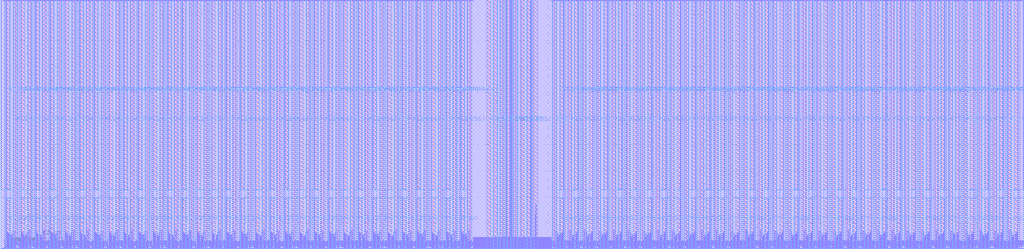
<source format=lef>
VERSION 5.7 ;
NAMESCASESENSITIVE ON ;
BUSBITCHARS "[]" ;
DIVIDERCHAR "/" ;

PROPERTYDEFINITIONS
END PROPERTYDEFINITIONS


MACRO RM_IHPSG13_1P_512x64_c2_bm_bist
    CLASS BLOCK ;
    SIZE 784.48 BY 191.34 ;
    SYMMETRY X Y R90 ;
    PIN A_DIN[32]
        DIRECTION INPUT ; 
        USE SIGNAL ; 
        ANTENNAPARTIALMETALAREA 1.794 LAYER Metal2 ;
        ANTENNAGATEAREA 0.20085 LAYER Metal2 ;
        ANTENNAMAXAREACAR 9.83819 LAYER Metal2 ;
        PORT
            LAYER Metal2 ;
              RECT  432.49 0 432.75 0.26 ;
        END
    END A_DIN[32]
    PIN A_DIN[31]
        DIRECTION INPUT ; 
        USE SIGNAL ; 
        ANTENNAPARTIALMETALAREA 1.794 LAYER Metal2 ;
        ANTENNAGATEAREA 0.20085 LAYER Metal2 ;
        ANTENNAMAXAREACAR 9.83819 LAYER Metal2 ;
        PORT
            LAYER Metal2 ;
              RECT  351.73 0 351.99 0.26 ;
        END
    END A_DIN[31]
    PIN A_BIST_DIN[32]
        DIRECTION INPUT ; 
        USE SIGNAL ; 
        ANTENNAPARTIALMETALAREA 1.6263 LAYER Metal2 ;
        ANTENNAGATEAREA 0.20085 LAYER Metal2 ;
        ANTENNAMAXAREACAR 9.36594 LAYER Metal2 ;
        PORT
            LAYER Metal2 ;
              RECT  431.635 0 431.895 0.26 ;
        END
    END A_BIST_DIN[32]
    PIN A_BIST_DIN[31]
        DIRECTION INPUT ; 
        USE SIGNAL ; 
        ANTENNAPARTIALMETALAREA 1.6263 LAYER Metal2 ;
        ANTENNAGATEAREA 0.20085 LAYER Metal2 ;
        ANTENNAMAXAREACAR 9.36594 LAYER Metal2 ;
        PORT
            LAYER Metal2 ;
              RECT  352.585 0 352.845 0.26 ;
        END
    END A_BIST_DIN[31]
    PIN A_BM[32]
        DIRECTION INPUT ; 
        USE SIGNAL ; 
        ANTENNAPARTIALMETALAREA 0.7215 LAYER Metal2 ;
        ANTENNAGATEAREA 0.20085 LAYER Metal2 ;
        ANTENNAMAXAREACAR 4.49838 LAYER Metal2 ;
        PORT
            LAYER Metal2 ;
              RECT  424.65 0 424.91 0.26 ;
        END
    END A_BM[32]
    PIN A_BM[31]
        DIRECTION INPUT ; 
        USE SIGNAL ; 
        ANTENNAPARTIALMETALAREA 0.7215 LAYER Metal2 ;
        ANTENNAGATEAREA 0.20085 LAYER Metal2 ;
        ANTENNAMAXAREACAR 4.49838 LAYER Metal2 ;
        PORT
            LAYER Metal2 ;
              RECT  359.57 0 359.83 0.26 ;
        END
    END A_BM[31]
    PIN A_BIST_BM[32]
        DIRECTION INPUT ; 
        USE SIGNAL ; 
        ANTENNAPARTIALMETALAREA 0.7605 LAYER Metal2 ;
        ANTENNAGATEAREA 0.20085 LAYER Metal2 ;
        ANTENNAMAXAREACAR 5.05527 LAYER Metal2 ;
        PORT
            LAYER Metal2 ;
              RECT  426.025 0 426.285 0.26 ;
        END
    END A_BIST_BM[32]
    PIN A_BIST_BM[31]
        DIRECTION INPUT ; 
        USE SIGNAL ; 
        ANTENNAPARTIALMETALAREA 0.7605 LAYER Metal2 ;
        ANTENNAGATEAREA 0.20085 LAYER Metal2 ;
        ANTENNAMAXAREACAR 5.05527 LAYER Metal2 ;
        PORT
            LAYER Metal2 ;
              RECT  358.195 0 358.455 0.26 ;
        END
    END A_BIST_BM[31]
    PIN A_DOUT[32]
        DIRECTION OUTPUT ; 
        USE SIGNAL ; 
        ANTENNAPARTIALMETALAREA 3.7095 LAYER Metal2 ;
        ANTENNADIFFAREA 0.988 LAYER Metal2 ;
        PORT
            LAYER Metal2 ;
              RECT  425.16 0 425.42 0.26 ;
        END
    END A_DOUT[32]
    PIN A_DOUT[31]
        DIRECTION OUTPUT ; 
        USE SIGNAL ; 
        ANTENNAPARTIALMETALAREA 3.7095 LAYER Metal2 ;
        ANTENNADIFFAREA 0.988 LAYER Metal2 ;
        PORT
            LAYER Metal2 ;
              RECT  359.06 0 359.32 0.26 ;
        END
    END A_DOUT[31]
    PIN VSS!
        DIRECTION INOUT ; 
        USE GROUND ; 
        PORT
            LAYER Metal4 ;
              RECT  771.79 0 774.6 191.34 ;
        END
        PORT
            LAYER Metal4 ;
              RECT  760.55 0 763.36 191.34 ;
        END
        PORT
            LAYER Metal4 ;
              RECT  749.31 0 752.12 191.34 ;
        END
        PORT
            LAYER Metal4 ;
              RECT  738.07 0 740.88 191.34 ;
        END
        PORT
            LAYER Metal4 ;
              RECT  726.83 0 729.64 191.34 ;
        END
        PORT
            LAYER Metal4 ;
              RECT  715.59 0 718.4 191.34 ;
        END
        PORT
            LAYER Metal4 ;
              RECT  704.35 0 707.16 191.34 ;
        END
        PORT
            LAYER Metal4 ;
              RECT  693.11 0 695.92 191.34 ;
        END
        PORT
            LAYER Metal4 ;
              RECT  681.87 0 684.68 191.34 ;
        END
        PORT
            LAYER Metal4 ;
              RECT  670.63 0 673.44 191.34 ;
        END
        PORT
            LAYER Metal4 ;
              RECT  659.39 0 662.2 191.34 ;
        END
        PORT
            LAYER Metal4 ;
              RECT  648.15 0 650.96 191.34 ;
        END
        PORT
            LAYER Metal4 ;
              RECT  636.91 0 639.72 191.34 ;
        END
        PORT
            LAYER Metal4 ;
              RECT  625.67 0 628.48 191.34 ;
        END
        PORT
            LAYER Metal4 ;
              RECT  614.43 0 617.24 191.34 ;
        END
        PORT
            LAYER Metal4 ;
              RECT  603.19 0 606 191.34 ;
        END
        PORT
            LAYER Metal4 ;
              RECT  591.95 0 594.76 191.34 ;
        END
        PORT
            LAYER Metal4 ;
              RECT  580.71 0 583.52 191.34 ;
        END
        PORT
            LAYER Metal4 ;
              RECT  569.47 0 572.28 191.34 ;
        END
        PORT
            LAYER Metal4 ;
              RECT  558.23 0 561.04 191.34 ;
        END
        PORT
            LAYER Metal4 ;
              RECT  546.99 0 549.8 191.34 ;
        END
        PORT
            LAYER Metal4 ;
              RECT  535.75 0 538.56 191.34 ;
        END
        PORT
            LAYER Metal4 ;
              RECT  524.51 0 527.32 191.34 ;
        END
        PORT
            LAYER Metal4 ;
              RECT  513.27 0 516.08 191.34 ;
        END
        PORT
            LAYER Metal4 ;
              RECT  502.03 0 504.84 191.34 ;
        END
        PORT
            LAYER Metal4 ;
              RECT  490.79 0 493.6 191.34 ;
        END
        PORT
            LAYER Metal4 ;
              RECT  479.55 0 482.36 191.34 ;
        END
        PORT
            LAYER Metal4 ;
              RECT  468.31 0 471.12 191.34 ;
        END
        PORT
            LAYER Metal4 ;
              RECT  457.07 0 459.88 191.34 ;
        END
        PORT
            LAYER Metal4 ;
              RECT  445.83 0 448.64 191.34 ;
        END
        PORT
            LAYER Metal4 ;
              RECT  434.59 0 437.4 191.34 ;
        END
        PORT
            LAYER Metal4 ;
              RECT  423.35 0 426.16 191.34 ;
        END
        PORT
            LAYER Metal4 ;
              RECT  408.86 0 411.67 191.34 ;
        END
        PORT
            LAYER Metal4 ;
              RECT  398.56 0 401.37 191.34 ;
        END
        PORT
            LAYER Metal4 ;
              RECT  383.11 0 385.92 191.34 ;
        END
        PORT
            LAYER Metal4 ;
              RECT  372.81 0 375.62 191.34 ;
        END
        PORT
            LAYER Metal4 ;
              RECT  358.32 0 361.13 191.34 ;
        END
        PORT
            LAYER Metal4 ;
              RECT  347.08 0 349.89 191.34 ;
        END
        PORT
            LAYER Metal4 ;
              RECT  335.84 0 338.65 191.34 ;
        END
        PORT
            LAYER Metal4 ;
              RECT  324.6 0 327.41 191.34 ;
        END
        PORT
            LAYER Metal4 ;
              RECT  313.36 0 316.17 191.34 ;
        END
        PORT
            LAYER Metal4 ;
              RECT  302.12 0 304.93 191.34 ;
        END
        PORT
            LAYER Metal4 ;
              RECT  290.88 0 293.69 191.34 ;
        END
        PORT
            LAYER Metal4 ;
              RECT  279.64 0 282.45 191.34 ;
        END
        PORT
            LAYER Metal4 ;
              RECT  268.4 0 271.21 191.34 ;
        END
        PORT
            LAYER Metal4 ;
              RECT  257.16 0 259.97 191.34 ;
        END
        PORT
            LAYER Metal4 ;
              RECT  245.92 0 248.73 191.34 ;
        END
        PORT
            LAYER Metal4 ;
              RECT  234.68 0 237.49 191.34 ;
        END
        PORT
            LAYER Metal4 ;
              RECT  223.44 0 226.25 191.34 ;
        END
        PORT
            LAYER Metal4 ;
              RECT  212.2 0 215.01 191.34 ;
        END
        PORT
            LAYER Metal4 ;
              RECT  200.96 0 203.77 191.34 ;
        END
        PORT
            LAYER Metal4 ;
              RECT  189.72 0 192.53 191.34 ;
        END
        PORT
            LAYER Metal4 ;
              RECT  178.48 0 181.29 191.34 ;
        END
        PORT
            LAYER Metal4 ;
              RECT  167.24 0 170.05 191.34 ;
        END
        PORT
            LAYER Metal4 ;
              RECT  156 0 158.81 191.34 ;
        END
        PORT
            LAYER Metal4 ;
              RECT  144.76 0 147.57 191.34 ;
        END
        PORT
            LAYER Metal4 ;
              RECT  133.52 0 136.33 191.34 ;
        END
        PORT
            LAYER Metal4 ;
              RECT  122.28 0 125.09 191.34 ;
        END
        PORT
            LAYER Metal4 ;
              RECT  111.04 0 113.85 191.34 ;
        END
        PORT
            LAYER Metal4 ;
              RECT  99.8 0 102.61 191.34 ;
        END
        PORT
            LAYER Metal4 ;
              RECT  88.56 0 91.37 191.34 ;
        END
        PORT
            LAYER Metal4 ;
              RECT  77.32 0 80.13 191.34 ;
        END
        PORT
            LAYER Metal4 ;
              RECT  66.08 0 68.89 191.34 ;
        END
        PORT
            LAYER Metal4 ;
              RECT  54.84 0 57.65 191.34 ;
        END
        PORT
            LAYER Metal4 ;
              RECT  43.6 0 46.41 191.34 ;
        END
        PORT
            LAYER Metal4 ;
              RECT  32.36 0 35.17 191.34 ;
        END
        PORT
            LAYER Metal4 ;
              RECT  21.12 0 23.93 191.34 ;
        END
        PORT
            LAYER Metal4 ;
              RECT  9.88 0 12.69 191.34 ;
        END
    END VSS!
    PIN VDD!
        DIRECTION INOUT ; 
        USE POWER ; 
        PORT
            LAYER Metal4 ;
              RECT  777.41 0 780.22 38.825 ;
        END
        PORT
            LAYER Metal4 ;
              RECT  766.17 0 768.98 38.825 ;
        END
        PORT
            LAYER Metal4 ;
              RECT  754.93 0 757.74 38.825 ;
        END
        PORT
            LAYER Metal4 ;
              RECT  743.69 0 746.5 38.825 ;
        END
        PORT
            LAYER Metal4 ;
              RECT  732.45 0 735.26 38.825 ;
        END
        PORT
            LAYER Metal4 ;
              RECT  721.21 0 724.02 38.825 ;
        END
        PORT
            LAYER Metal4 ;
              RECT  709.97 0 712.78 38.825 ;
        END
        PORT
            LAYER Metal4 ;
              RECT  698.73 0 701.54 38.825 ;
        END
        PORT
            LAYER Metal4 ;
              RECT  687.49 0 690.3 38.825 ;
        END
        PORT
            LAYER Metal4 ;
              RECT  676.25 0 679.06 38.825 ;
        END
        PORT
            LAYER Metal4 ;
              RECT  665.01 0 667.82 38.825 ;
        END
        PORT
            LAYER Metal4 ;
              RECT  653.77 0 656.58 38.825 ;
        END
        PORT
            LAYER Metal4 ;
              RECT  642.53 0 645.34 38.825 ;
        END
        PORT
            LAYER Metal4 ;
              RECT  631.29 0 634.1 38.825 ;
        END
        PORT
            LAYER Metal4 ;
              RECT  620.05 0 622.86 38.825 ;
        END
        PORT
            LAYER Metal4 ;
              RECT  608.81 0 611.62 38.825 ;
        END
        PORT
            LAYER Metal4 ;
              RECT  597.57 0 600.38 38.825 ;
        END
        PORT
            LAYER Metal4 ;
              RECT  586.33 0 589.14 38.825 ;
        END
        PORT
            LAYER Metal4 ;
              RECT  575.09 0 577.9 38.825 ;
        END
        PORT
            LAYER Metal4 ;
              RECT  563.85 0 566.66 38.825 ;
        END
        PORT
            LAYER Metal4 ;
              RECT  552.61 0 555.42 38.825 ;
        END
        PORT
            LAYER Metal4 ;
              RECT  541.37 0 544.18 38.825 ;
        END
        PORT
            LAYER Metal4 ;
              RECT  530.13 0 532.94 38.825 ;
        END
        PORT
            LAYER Metal4 ;
              RECT  518.89 0 521.7 38.825 ;
        END
        PORT
            LAYER Metal4 ;
              RECT  507.65 0 510.46 38.825 ;
        END
        PORT
            LAYER Metal4 ;
              RECT  496.41 0 499.22 38.825 ;
        END
        PORT
            LAYER Metal4 ;
              RECT  485.17 0 487.98 38.825 ;
        END
        PORT
            LAYER Metal4 ;
              RECT  473.93 0 476.74 38.825 ;
        END
        PORT
            LAYER Metal4 ;
              RECT  462.69 0 465.5 38.825 ;
        END
        PORT
            LAYER Metal4 ;
              RECT  451.45 0 454.26 38.825 ;
        END
        PORT
            LAYER Metal4 ;
              RECT  440.21 0 443.02 38.825 ;
        END
        PORT
            LAYER Metal4 ;
              RECT  428.97 0 431.78 38.825 ;
        END
        PORT
            LAYER Metal4 ;
              RECT  403.71 0 406.52 191.34 ;
        END
        PORT
            LAYER Metal4 ;
              RECT  393.41 0 396.22 191.34 ;
        END
        PORT
            LAYER Metal4 ;
              RECT  388.26 0 391.07 191.34 ;
        END
        PORT
            LAYER Metal4 ;
              RECT  377.96 0 380.77 191.34 ;
        END
        PORT
            LAYER Metal4 ;
              RECT  352.7 0 355.51 38.825 ;
        END
        PORT
            LAYER Metal4 ;
              RECT  341.46 0 344.27 38.825 ;
        END
        PORT
            LAYER Metal4 ;
              RECT  330.22 0 333.03 38.825 ;
        END
        PORT
            LAYER Metal4 ;
              RECT  318.98 0 321.79 38.825 ;
        END
        PORT
            LAYER Metal4 ;
              RECT  307.74 0 310.55 38.825 ;
        END
        PORT
            LAYER Metal4 ;
              RECT  296.5 0 299.31 38.825 ;
        END
        PORT
            LAYER Metal4 ;
              RECT  285.26 0 288.07 38.825 ;
        END
        PORT
            LAYER Metal4 ;
              RECT  274.02 0 276.83 38.825 ;
        END
        PORT
            LAYER Metal4 ;
              RECT  262.78 0 265.59 38.825 ;
        END
        PORT
            LAYER Metal4 ;
              RECT  251.54 0 254.35 38.825 ;
        END
        PORT
            LAYER Metal4 ;
              RECT  240.3 0 243.11 38.825 ;
        END
        PORT
            LAYER Metal4 ;
              RECT  229.06 0 231.87 38.825 ;
        END
        PORT
            LAYER Metal4 ;
              RECT  217.82 0 220.63 38.825 ;
        END
        PORT
            LAYER Metal4 ;
              RECT  206.58 0 209.39 38.825 ;
        END
        PORT
            LAYER Metal4 ;
              RECT  195.34 0 198.15 38.825 ;
        END
        PORT
            LAYER Metal4 ;
              RECT  184.1 0 186.91 38.825 ;
        END
        PORT
            LAYER Metal4 ;
              RECT  172.86 0 175.67 38.825 ;
        END
        PORT
            LAYER Metal4 ;
              RECT  161.62 0 164.43 38.825 ;
        END
        PORT
            LAYER Metal4 ;
              RECT  150.38 0 153.19 38.825 ;
        END
        PORT
            LAYER Metal4 ;
              RECT  139.14 0 141.95 38.825 ;
        END
        PORT
            LAYER Metal4 ;
              RECT  127.9 0 130.71 38.825 ;
        END
        PORT
            LAYER Metal4 ;
              RECT  116.66 0 119.47 38.825 ;
        END
        PORT
            LAYER Metal4 ;
              RECT  105.42 0 108.23 38.825 ;
        END
        PORT
            LAYER Metal4 ;
              RECT  94.18 0 96.99 38.825 ;
        END
        PORT
            LAYER Metal4 ;
              RECT  82.94 0 85.75 38.825 ;
        END
        PORT
            LAYER Metal4 ;
              RECT  71.7 0 74.51 38.825 ;
        END
        PORT
            LAYER Metal4 ;
              RECT  60.46 0 63.27 38.825 ;
        END
        PORT
            LAYER Metal4 ;
              RECT  49.22 0 52.03 38.825 ;
        END
        PORT
            LAYER Metal4 ;
              RECT  37.98 0 40.79 38.825 ;
        END
        PORT
            LAYER Metal4 ;
              RECT  26.74 0 29.55 38.825 ;
        END
        PORT
            LAYER Metal4 ;
              RECT  15.5 0 18.31 38.825 ;
        END
        PORT
            LAYER Metal4 ;
              RECT  4.26 0 7.07 38.825 ;
        END
    END VDD!
    PIN VDDARRAY!
        DIRECTION INOUT ; 
        USE POWER ; 
        PORT
            LAYER Metal4 ;
              RECT  777.41 45.465 780.22 191.34 ;
        END
        PORT
            LAYER Metal4 ;
              RECT  766.17 45.465 768.98 191.34 ;
        END
        PORT
            LAYER Metal4 ;
              RECT  754.93 45.465 757.74 191.34 ;
        END
        PORT
            LAYER Metal4 ;
              RECT  743.69 45.465 746.5 191.34 ;
        END
        PORT
            LAYER Metal4 ;
              RECT  732.45 45.465 735.26 191.34 ;
        END
        PORT
            LAYER Metal4 ;
              RECT  721.21 45.465 724.02 191.34 ;
        END
        PORT
            LAYER Metal4 ;
              RECT  709.97 45.465 712.78 191.34 ;
        END
        PORT
            LAYER Metal4 ;
              RECT  698.73 45.465 701.54 191.34 ;
        END
        PORT
            LAYER Metal4 ;
              RECT  687.49 45.465 690.3 191.34 ;
        END
        PORT
            LAYER Metal4 ;
              RECT  676.25 45.465 679.06 191.34 ;
        END
        PORT
            LAYER Metal4 ;
              RECT  665.01 45.465 667.82 191.34 ;
        END
        PORT
            LAYER Metal4 ;
              RECT  653.77 45.465 656.58 191.34 ;
        END
        PORT
            LAYER Metal4 ;
              RECT  642.53 45.465 645.34 191.34 ;
        END
        PORT
            LAYER Metal4 ;
              RECT  631.29 45.465 634.1 191.34 ;
        END
        PORT
            LAYER Metal4 ;
              RECT  620.05 45.465 622.86 191.34 ;
        END
        PORT
            LAYER Metal4 ;
              RECT  608.81 45.465 611.62 191.34 ;
        END
        PORT
            LAYER Metal4 ;
              RECT  597.57 45.465 600.38 191.34 ;
        END
        PORT
            LAYER Metal4 ;
              RECT  586.33 45.465 589.14 191.34 ;
        END
        PORT
            LAYER Metal4 ;
              RECT  575.09 45.465 577.9 191.34 ;
        END
        PORT
            LAYER Metal4 ;
              RECT  563.85 45.465 566.66 191.34 ;
        END
        PORT
            LAYER Metal4 ;
              RECT  552.61 45.465 555.42 191.34 ;
        END
        PORT
            LAYER Metal4 ;
              RECT  541.37 45.465 544.18 191.34 ;
        END
        PORT
            LAYER Metal4 ;
              RECT  530.13 45.465 532.94 191.34 ;
        END
        PORT
            LAYER Metal4 ;
              RECT  518.89 45.465 521.7 191.34 ;
        END
        PORT
            LAYER Metal4 ;
              RECT  507.65 45.465 510.46 191.34 ;
        END
        PORT
            LAYER Metal4 ;
              RECT  496.41 45.465 499.22 191.34 ;
        END
        PORT
            LAYER Metal4 ;
              RECT  485.17 45.465 487.98 191.34 ;
        END
        PORT
            LAYER Metal4 ;
              RECT  473.93 45.465 476.74 191.34 ;
        END
        PORT
            LAYER Metal4 ;
              RECT  462.69 45.465 465.5 191.34 ;
        END
        PORT
            LAYER Metal4 ;
              RECT  451.45 45.465 454.26 191.34 ;
        END
        PORT
            LAYER Metal4 ;
              RECT  440.21 45.465 443.02 191.34 ;
        END
        PORT
            LAYER Metal4 ;
              RECT  428.97 45.465 431.78 191.34 ;
        END
        PORT
            LAYER Metal4 ;
              RECT  352.7 45.465 355.51 191.34 ;
        END
        PORT
            LAYER Metal4 ;
              RECT  341.46 45.465 344.27 191.34 ;
        END
        PORT
            LAYER Metal4 ;
              RECT  330.22 45.465 333.03 191.34 ;
        END
        PORT
            LAYER Metal4 ;
              RECT  318.98 45.465 321.79 191.34 ;
        END
        PORT
            LAYER Metal4 ;
              RECT  307.74 45.465 310.55 191.34 ;
        END
        PORT
            LAYER Metal4 ;
              RECT  296.5 45.465 299.31 191.34 ;
        END
        PORT
            LAYER Metal4 ;
              RECT  285.26 45.465 288.07 191.34 ;
        END
        PORT
            LAYER Metal4 ;
              RECT  274.02 45.465 276.83 191.34 ;
        END
        PORT
            LAYER Metal4 ;
              RECT  262.78 45.465 265.59 191.34 ;
        END
        PORT
            LAYER Metal4 ;
              RECT  251.54 45.465 254.35 191.34 ;
        END
        PORT
            LAYER Metal4 ;
              RECT  240.3 45.465 243.11 191.34 ;
        END
        PORT
            LAYER Metal4 ;
              RECT  229.06 45.465 231.87 191.34 ;
        END
        PORT
            LAYER Metal4 ;
              RECT  217.82 45.465 220.63 191.34 ;
        END
        PORT
            LAYER Metal4 ;
              RECT  206.58 45.465 209.39 191.34 ;
        END
        PORT
            LAYER Metal4 ;
              RECT  195.34 45.465 198.15 191.34 ;
        END
        PORT
            LAYER Metal4 ;
              RECT  184.1 45.465 186.91 191.34 ;
        END
        PORT
            LAYER Metal4 ;
              RECT  172.86 45.465 175.67 191.34 ;
        END
        PORT
            LAYER Metal4 ;
              RECT  161.62 45.465 164.43 191.34 ;
        END
        PORT
            LAYER Metal4 ;
              RECT  150.38 45.465 153.19 191.34 ;
        END
        PORT
            LAYER Metal4 ;
              RECT  139.14 45.465 141.95 191.34 ;
        END
        PORT
            LAYER Metal4 ;
              RECT  127.9 45.465 130.71 191.34 ;
        END
        PORT
            LAYER Metal4 ;
              RECT  116.66 45.465 119.47 191.34 ;
        END
        PORT
            LAYER Metal4 ;
              RECT  105.42 45.465 108.23 191.34 ;
        END
        PORT
            LAYER Metal4 ;
              RECT  94.18 45.465 96.99 191.34 ;
        END
        PORT
            LAYER Metal4 ;
              RECT  82.94 45.465 85.75 191.34 ;
        END
        PORT
            LAYER Metal4 ;
              RECT  71.7 45.465 74.51 191.34 ;
        END
        PORT
            LAYER Metal4 ;
              RECT  60.46 45.465 63.27 191.34 ;
        END
        PORT
            LAYER Metal4 ;
              RECT  49.22 45.465 52.03 191.34 ;
        END
        PORT
            LAYER Metal4 ;
              RECT  37.98 45.465 40.79 191.34 ;
        END
        PORT
            LAYER Metal4 ;
              RECT  26.74 45.465 29.55 191.34 ;
        END
        PORT
            LAYER Metal4 ;
              RECT  15.5 45.465 18.31 191.34 ;
        END
        PORT
            LAYER Metal4 ;
              RECT  4.26 45.465 7.07 191.34 ;
        END
    END VDDARRAY!
    PIN A_DIN[33]
        DIRECTION INPUT ; 
        USE SIGNAL ; 
        ANTENNAPARTIALMETALAREA 1.794 LAYER Metal2 ;
        ANTENNAGATEAREA 0.20085 LAYER Metal2 ;
        ANTENNAMAXAREACAR 9.83819 LAYER Metal2 ;
        PORT
            LAYER Metal2 ;
              RECT  443.73 0 443.99 0.26 ;
        END
    END A_DIN[33]
    PIN A_DIN[30]
        DIRECTION INPUT ; 
        USE SIGNAL ; 
        ANTENNAPARTIALMETALAREA 1.794 LAYER Metal2 ;
        ANTENNAGATEAREA 0.20085 LAYER Metal2 ;
        ANTENNAMAXAREACAR 9.83819 LAYER Metal2 ;
        PORT
            LAYER Metal2 ;
              RECT  340.49 0 340.75 0.26 ;
        END
    END A_DIN[30]
    PIN A_BIST_DIN[33]
        DIRECTION INPUT ; 
        USE SIGNAL ; 
        ANTENNAPARTIALMETALAREA 1.6263 LAYER Metal2 ;
        ANTENNAGATEAREA 0.20085 LAYER Metal2 ;
        ANTENNAMAXAREACAR 9.36594 LAYER Metal2 ;
        PORT
            LAYER Metal2 ;
              RECT  442.875 0 443.135 0.26 ;
        END
    END A_BIST_DIN[33]
    PIN A_BIST_DIN[30]
        DIRECTION INPUT ; 
        USE SIGNAL ; 
        ANTENNAPARTIALMETALAREA 1.6263 LAYER Metal2 ;
        ANTENNAGATEAREA 0.20085 LAYER Metal2 ;
        ANTENNAMAXAREACAR 9.36594 LAYER Metal2 ;
        PORT
            LAYER Metal2 ;
              RECT  341.345 0 341.605 0.26 ;
        END
    END A_BIST_DIN[30]
    PIN A_BM[33]
        DIRECTION INPUT ; 
        USE SIGNAL ; 
        ANTENNAPARTIALMETALAREA 0.7215 LAYER Metal2 ;
        ANTENNAGATEAREA 0.20085 LAYER Metal2 ;
        ANTENNAMAXAREACAR 4.49838 LAYER Metal2 ;
        PORT
            LAYER Metal2 ;
              RECT  435.89 0 436.15 0.26 ;
        END
    END A_BM[33]
    PIN A_BM[30]
        DIRECTION INPUT ; 
        USE SIGNAL ; 
        ANTENNAPARTIALMETALAREA 0.7215 LAYER Metal2 ;
        ANTENNAGATEAREA 0.20085 LAYER Metal2 ;
        ANTENNAMAXAREACAR 4.49838 LAYER Metal2 ;
        PORT
            LAYER Metal2 ;
              RECT  348.33 0 348.59 0.26 ;
        END
    END A_BM[30]
    PIN A_BIST_BM[33]
        DIRECTION INPUT ; 
        USE SIGNAL ; 
        ANTENNAPARTIALMETALAREA 0.7605 LAYER Metal2 ;
        ANTENNAGATEAREA 0.20085 LAYER Metal2 ;
        ANTENNAMAXAREACAR 5.05527 LAYER Metal2 ;
        PORT
            LAYER Metal2 ;
              RECT  437.265 0 437.525 0.26 ;
        END
    END A_BIST_BM[33]
    PIN A_BIST_BM[30]
        DIRECTION INPUT ; 
        USE SIGNAL ; 
        ANTENNAPARTIALMETALAREA 0.7605 LAYER Metal2 ;
        ANTENNAGATEAREA 0.20085 LAYER Metal2 ;
        ANTENNAMAXAREACAR 5.05527 LAYER Metal2 ;
        PORT
            LAYER Metal2 ;
              RECT  346.955 0 347.215 0.26 ;
        END
    END A_BIST_BM[30]
    PIN A_DOUT[33]
        DIRECTION OUTPUT ; 
        USE SIGNAL ; 
        ANTENNAPARTIALMETALAREA 3.7095 LAYER Metal2 ;
        ANTENNADIFFAREA 0.988 LAYER Metal2 ;
        PORT
            LAYER Metal2 ;
              RECT  436.4 0 436.66 0.26 ;
        END
    END A_DOUT[33]
    PIN A_DOUT[30]
        DIRECTION OUTPUT ; 
        USE SIGNAL ; 
        ANTENNAPARTIALMETALAREA 3.7095 LAYER Metal2 ;
        ANTENNADIFFAREA 0.988 LAYER Metal2 ;
        PORT
            LAYER Metal2 ;
              RECT  347.82 0 348.08 0.26 ;
        END
    END A_DOUT[30]
    PIN A_DIN[34]
        DIRECTION INPUT ; 
        USE SIGNAL ; 
        ANTENNAPARTIALMETALAREA 1.794 LAYER Metal2 ;
        ANTENNAGATEAREA 0.20085 LAYER Metal2 ;
        ANTENNAMAXAREACAR 9.83819 LAYER Metal2 ;
        PORT
            LAYER Metal2 ;
              RECT  454.97 0 455.23 0.26 ;
        END
    END A_DIN[34]
    PIN A_DIN[29]
        DIRECTION INPUT ; 
        USE SIGNAL ; 
        ANTENNAPARTIALMETALAREA 1.794 LAYER Metal2 ;
        ANTENNAGATEAREA 0.20085 LAYER Metal2 ;
        ANTENNAMAXAREACAR 9.83819 LAYER Metal2 ;
        PORT
            LAYER Metal2 ;
              RECT  329.25 0 329.51 0.26 ;
        END
    END A_DIN[29]
    PIN A_BIST_DIN[34]
        DIRECTION INPUT ; 
        USE SIGNAL ; 
        ANTENNAPARTIALMETALAREA 1.6263 LAYER Metal2 ;
        ANTENNAGATEAREA 0.20085 LAYER Metal2 ;
        ANTENNAMAXAREACAR 9.36594 LAYER Metal2 ;
        PORT
            LAYER Metal2 ;
              RECT  454.115 0 454.375 0.26 ;
        END
    END A_BIST_DIN[34]
    PIN A_BIST_DIN[29]
        DIRECTION INPUT ; 
        USE SIGNAL ; 
        ANTENNAPARTIALMETALAREA 1.6263 LAYER Metal2 ;
        ANTENNAGATEAREA 0.20085 LAYER Metal2 ;
        ANTENNAMAXAREACAR 9.36594 LAYER Metal2 ;
        PORT
            LAYER Metal2 ;
              RECT  330.105 0 330.365 0.26 ;
        END
    END A_BIST_DIN[29]
    PIN A_BM[34]
        DIRECTION INPUT ; 
        USE SIGNAL ; 
        ANTENNAPARTIALMETALAREA 0.7215 LAYER Metal2 ;
        ANTENNAGATEAREA 0.20085 LAYER Metal2 ;
        ANTENNAMAXAREACAR 4.49838 LAYER Metal2 ;
        PORT
            LAYER Metal2 ;
              RECT  447.13 0 447.39 0.26 ;
        END
    END A_BM[34]
    PIN A_BM[29]
        DIRECTION INPUT ; 
        USE SIGNAL ; 
        ANTENNAPARTIALMETALAREA 0.7215 LAYER Metal2 ;
        ANTENNAGATEAREA 0.20085 LAYER Metal2 ;
        ANTENNAMAXAREACAR 4.49838 LAYER Metal2 ;
        PORT
            LAYER Metal2 ;
              RECT  337.09 0 337.35 0.26 ;
        END
    END A_BM[29]
    PIN A_BIST_BM[34]
        DIRECTION INPUT ; 
        USE SIGNAL ; 
        ANTENNAPARTIALMETALAREA 0.7605 LAYER Metal2 ;
        ANTENNAGATEAREA 0.20085 LAYER Metal2 ;
        ANTENNAMAXAREACAR 5.05527 LAYER Metal2 ;
        PORT
            LAYER Metal2 ;
              RECT  448.505 0 448.765 0.26 ;
        END
    END A_BIST_BM[34]
    PIN A_BIST_BM[29]
        DIRECTION INPUT ; 
        USE SIGNAL ; 
        ANTENNAPARTIALMETALAREA 0.7605 LAYER Metal2 ;
        ANTENNAGATEAREA 0.20085 LAYER Metal2 ;
        ANTENNAMAXAREACAR 5.05527 LAYER Metal2 ;
        PORT
            LAYER Metal2 ;
              RECT  335.715 0 335.975 0.26 ;
        END
    END A_BIST_BM[29]
    PIN A_DOUT[34]
        DIRECTION OUTPUT ; 
        USE SIGNAL ; 
        ANTENNAPARTIALMETALAREA 3.7095 LAYER Metal2 ;
        ANTENNADIFFAREA 0.988 LAYER Metal2 ;
        PORT
            LAYER Metal2 ;
              RECT  447.64 0 447.9 0.26 ;
        END
    END A_DOUT[34]
    PIN A_DOUT[29]
        DIRECTION OUTPUT ; 
        USE SIGNAL ; 
        ANTENNAPARTIALMETALAREA 3.7095 LAYER Metal2 ;
        ANTENNADIFFAREA 0.988 LAYER Metal2 ;
        PORT
            LAYER Metal2 ;
              RECT  336.58 0 336.84 0.26 ;
        END
    END A_DOUT[29]
    PIN A_DIN[35]
        DIRECTION INPUT ; 
        USE SIGNAL ; 
        ANTENNAPARTIALMETALAREA 1.794 LAYER Metal2 ;
        ANTENNAGATEAREA 0.20085 LAYER Metal2 ;
        ANTENNAMAXAREACAR 9.83819 LAYER Metal2 ;
        PORT
            LAYER Metal2 ;
              RECT  466.21 0 466.47 0.26 ;
        END
    END A_DIN[35]
    PIN A_DIN[28]
        DIRECTION INPUT ; 
        USE SIGNAL ; 
        ANTENNAPARTIALMETALAREA 1.794 LAYER Metal2 ;
        ANTENNAGATEAREA 0.20085 LAYER Metal2 ;
        ANTENNAMAXAREACAR 9.83819 LAYER Metal2 ;
        PORT
            LAYER Metal2 ;
              RECT  318.01 0 318.27 0.26 ;
        END
    END A_DIN[28]
    PIN A_BIST_DIN[35]
        DIRECTION INPUT ; 
        USE SIGNAL ; 
        ANTENNAPARTIALMETALAREA 1.6263 LAYER Metal2 ;
        ANTENNAGATEAREA 0.20085 LAYER Metal2 ;
        ANTENNAMAXAREACAR 9.36594 LAYER Metal2 ;
        PORT
            LAYER Metal2 ;
              RECT  465.355 0 465.615 0.26 ;
        END
    END A_BIST_DIN[35]
    PIN A_BIST_DIN[28]
        DIRECTION INPUT ; 
        USE SIGNAL ; 
        ANTENNAPARTIALMETALAREA 1.6263 LAYER Metal2 ;
        ANTENNAGATEAREA 0.20085 LAYER Metal2 ;
        ANTENNAMAXAREACAR 9.36594 LAYER Metal2 ;
        PORT
            LAYER Metal2 ;
              RECT  318.865 0 319.125 0.26 ;
        END
    END A_BIST_DIN[28]
    PIN A_BM[35]
        DIRECTION INPUT ; 
        USE SIGNAL ; 
        ANTENNAPARTIALMETALAREA 0.7215 LAYER Metal2 ;
        ANTENNAGATEAREA 0.20085 LAYER Metal2 ;
        ANTENNAMAXAREACAR 4.49838 LAYER Metal2 ;
        PORT
            LAYER Metal2 ;
              RECT  458.37 0 458.63 0.26 ;
        END
    END A_BM[35]
    PIN A_BM[28]
        DIRECTION INPUT ; 
        USE SIGNAL ; 
        ANTENNAPARTIALMETALAREA 0.7215 LAYER Metal2 ;
        ANTENNAGATEAREA 0.20085 LAYER Metal2 ;
        ANTENNAMAXAREACAR 4.49838 LAYER Metal2 ;
        PORT
            LAYER Metal2 ;
              RECT  325.85 0 326.11 0.26 ;
        END
    END A_BM[28]
    PIN A_BIST_BM[35]
        DIRECTION INPUT ; 
        USE SIGNAL ; 
        ANTENNAPARTIALMETALAREA 0.7605 LAYER Metal2 ;
        ANTENNAGATEAREA 0.20085 LAYER Metal2 ;
        ANTENNAMAXAREACAR 5.05527 LAYER Metal2 ;
        PORT
            LAYER Metal2 ;
              RECT  459.745 0 460.005 0.26 ;
        END
    END A_BIST_BM[35]
    PIN A_BIST_BM[28]
        DIRECTION INPUT ; 
        USE SIGNAL ; 
        ANTENNAPARTIALMETALAREA 0.7605 LAYER Metal2 ;
        ANTENNAGATEAREA 0.20085 LAYER Metal2 ;
        ANTENNAMAXAREACAR 5.05527 LAYER Metal2 ;
        PORT
            LAYER Metal2 ;
              RECT  324.475 0 324.735 0.26 ;
        END
    END A_BIST_BM[28]
    PIN A_DOUT[35]
        DIRECTION OUTPUT ; 
        USE SIGNAL ; 
        ANTENNAPARTIALMETALAREA 3.7095 LAYER Metal2 ;
        ANTENNADIFFAREA 0.988 LAYER Metal2 ;
        PORT
            LAYER Metal2 ;
              RECT  458.88 0 459.14 0.26 ;
        END
    END A_DOUT[35]
    PIN A_DOUT[28]
        DIRECTION OUTPUT ; 
        USE SIGNAL ; 
        ANTENNAPARTIALMETALAREA 3.7095 LAYER Metal2 ;
        ANTENNADIFFAREA 0.988 LAYER Metal2 ;
        PORT
            LAYER Metal2 ;
              RECT  325.34 0 325.6 0.26 ;
        END
    END A_DOUT[28]
    PIN A_DIN[36]
        DIRECTION INPUT ; 
        USE SIGNAL ; 
        ANTENNAPARTIALMETALAREA 1.794 LAYER Metal2 ;
        ANTENNAGATEAREA 0.20085 LAYER Metal2 ;
        ANTENNAMAXAREACAR 9.83819 LAYER Metal2 ;
        PORT
            LAYER Metal2 ;
              RECT  477.45 0 477.71 0.26 ;
        END
    END A_DIN[36]
    PIN A_DIN[27]
        DIRECTION INPUT ; 
        USE SIGNAL ; 
        ANTENNAPARTIALMETALAREA 1.794 LAYER Metal2 ;
        ANTENNAGATEAREA 0.20085 LAYER Metal2 ;
        ANTENNAMAXAREACAR 9.83819 LAYER Metal2 ;
        PORT
            LAYER Metal2 ;
              RECT  306.77 0 307.03 0.26 ;
        END
    END A_DIN[27]
    PIN A_BIST_DIN[36]
        DIRECTION INPUT ; 
        USE SIGNAL ; 
        ANTENNAPARTIALMETALAREA 1.6263 LAYER Metal2 ;
        ANTENNAGATEAREA 0.20085 LAYER Metal2 ;
        ANTENNAMAXAREACAR 9.36594 LAYER Metal2 ;
        PORT
            LAYER Metal2 ;
              RECT  476.595 0 476.855 0.26 ;
        END
    END A_BIST_DIN[36]
    PIN A_BIST_DIN[27]
        DIRECTION INPUT ; 
        USE SIGNAL ; 
        ANTENNAPARTIALMETALAREA 1.6263 LAYER Metal2 ;
        ANTENNAGATEAREA 0.20085 LAYER Metal2 ;
        ANTENNAMAXAREACAR 9.36594 LAYER Metal2 ;
        PORT
            LAYER Metal2 ;
              RECT  307.625 0 307.885 0.26 ;
        END
    END A_BIST_DIN[27]
    PIN A_BM[36]
        DIRECTION INPUT ; 
        USE SIGNAL ; 
        ANTENNAPARTIALMETALAREA 0.7215 LAYER Metal2 ;
        ANTENNAGATEAREA 0.20085 LAYER Metal2 ;
        ANTENNAMAXAREACAR 4.49838 LAYER Metal2 ;
        PORT
            LAYER Metal2 ;
              RECT  469.61 0 469.87 0.26 ;
        END
    END A_BM[36]
    PIN A_BM[27]
        DIRECTION INPUT ; 
        USE SIGNAL ; 
        ANTENNAPARTIALMETALAREA 0.7215 LAYER Metal2 ;
        ANTENNAGATEAREA 0.20085 LAYER Metal2 ;
        ANTENNAMAXAREACAR 4.49838 LAYER Metal2 ;
        PORT
            LAYER Metal2 ;
              RECT  314.61 0 314.87 0.26 ;
        END
    END A_BM[27]
    PIN A_BIST_BM[36]
        DIRECTION INPUT ; 
        USE SIGNAL ; 
        ANTENNAPARTIALMETALAREA 0.7605 LAYER Metal2 ;
        ANTENNAGATEAREA 0.20085 LAYER Metal2 ;
        ANTENNAMAXAREACAR 5.05527 LAYER Metal2 ;
        PORT
            LAYER Metal2 ;
              RECT  470.985 0 471.245 0.26 ;
        END
    END A_BIST_BM[36]
    PIN A_BIST_BM[27]
        DIRECTION INPUT ; 
        USE SIGNAL ; 
        ANTENNAPARTIALMETALAREA 0.7605 LAYER Metal2 ;
        ANTENNAGATEAREA 0.20085 LAYER Metal2 ;
        ANTENNAMAXAREACAR 5.05527 LAYER Metal2 ;
        PORT
            LAYER Metal2 ;
              RECT  313.235 0 313.495 0.26 ;
        END
    END A_BIST_BM[27]
    PIN A_DOUT[36]
        DIRECTION OUTPUT ; 
        USE SIGNAL ; 
        ANTENNAPARTIALMETALAREA 3.7095 LAYER Metal2 ;
        ANTENNADIFFAREA 0.988 LAYER Metal2 ;
        PORT
            LAYER Metal2 ;
              RECT  470.12 0 470.38 0.26 ;
        END
    END A_DOUT[36]
    PIN A_DOUT[27]
        DIRECTION OUTPUT ; 
        USE SIGNAL ; 
        ANTENNAPARTIALMETALAREA 3.7095 LAYER Metal2 ;
        ANTENNADIFFAREA 0.988 LAYER Metal2 ;
        PORT
            LAYER Metal2 ;
              RECT  314.1 0 314.36 0.26 ;
        END
    END A_DOUT[27]
    PIN A_DIN[37]
        DIRECTION INPUT ; 
        USE SIGNAL ; 
        ANTENNAPARTIALMETALAREA 1.794 LAYER Metal2 ;
        ANTENNAGATEAREA 0.20085 LAYER Metal2 ;
        ANTENNAMAXAREACAR 9.83819 LAYER Metal2 ;
        PORT
            LAYER Metal2 ;
              RECT  488.69 0 488.95 0.26 ;
        END
    END A_DIN[37]
    PIN A_DIN[26]
        DIRECTION INPUT ; 
        USE SIGNAL ; 
        ANTENNAPARTIALMETALAREA 1.794 LAYER Metal2 ;
        ANTENNAGATEAREA 0.20085 LAYER Metal2 ;
        ANTENNAMAXAREACAR 9.83819 LAYER Metal2 ;
        PORT
            LAYER Metal2 ;
              RECT  295.53 0 295.79 0.26 ;
        END
    END A_DIN[26]
    PIN A_BIST_DIN[37]
        DIRECTION INPUT ; 
        USE SIGNAL ; 
        ANTENNAPARTIALMETALAREA 1.6263 LAYER Metal2 ;
        ANTENNAGATEAREA 0.20085 LAYER Metal2 ;
        ANTENNAMAXAREACAR 9.36594 LAYER Metal2 ;
        PORT
            LAYER Metal2 ;
              RECT  487.835 0 488.095 0.26 ;
        END
    END A_BIST_DIN[37]
    PIN A_BIST_DIN[26]
        DIRECTION INPUT ; 
        USE SIGNAL ; 
        ANTENNAPARTIALMETALAREA 1.6263 LAYER Metal2 ;
        ANTENNAGATEAREA 0.20085 LAYER Metal2 ;
        ANTENNAMAXAREACAR 9.36594 LAYER Metal2 ;
        PORT
            LAYER Metal2 ;
              RECT  296.385 0 296.645 0.26 ;
        END
    END A_BIST_DIN[26]
    PIN A_BM[37]
        DIRECTION INPUT ; 
        USE SIGNAL ; 
        ANTENNAPARTIALMETALAREA 0.7215 LAYER Metal2 ;
        ANTENNAGATEAREA 0.20085 LAYER Metal2 ;
        ANTENNAMAXAREACAR 4.49838 LAYER Metal2 ;
        PORT
            LAYER Metal2 ;
              RECT  480.85 0 481.11 0.26 ;
        END
    END A_BM[37]
    PIN A_BM[26]
        DIRECTION INPUT ; 
        USE SIGNAL ; 
        ANTENNAPARTIALMETALAREA 0.7215 LAYER Metal2 ;
        ANTENNAGATEAREA 0.20085 LAYER Metal2 ;
        ANTENNAMAXAREACAR 4.49838 LAYER Metal2 ;
        PORT
            LAYER Metal2 ;
              RECT  303.37 0 303.63 0.26 ;
        END
    END A_BM[26]
    PIN A_BIST_BM[37]
        DIRECTION INPUT ; 
        USE SIGNAL ; 
        ANTENNAPARTIALMETALAREA 0.7605 LAYER Metal2 ;
        ANTENNAGATEAREA 0.20085 LAYER Metal2 ;
        ANTENNAMAXAREACAR 5.05527 LAYER Metal2 ;
        PORT
            LAYER Metal2 ;
              RECT  482.225 0 482.485 0.26 ;
        END
    END A_BIST_BM[37]
    PIN A_BIST_BM[26]
        DIRECTION INPUT ; 
        USE SIGNAL ; 
        ANTENNAPARTIALMETALAREA 0.7605 LAYER Metal2 ;
        ANTENNAGATEAREA 0.20085 LAYER Metal2 ;
        ANTENNAMAXAREACAR 5.05527 LAYER Metal2 ;
        PORT
            LAYER Metal2 ;
              RECT  301.995 0 302.255 0.26 ;
        END
    END A_BIST_BM[26]
    PIN A_DOUT[37]
        DIRECTION OUTPUT ; 
        USE SIGNAL ; 
        ANTENNAPARTIALMETALAREA 3.7095 LAYER Metal2 ;
        ANTENNADIFFAREA 0.988 LAYER Metal2 ;
        PORT
            LAYER Metal2 ;
              RECT  481.36 0 481.62 0.26 ;
        END
    END A_DOUT[37]
    PIN A_DOUT[26]
        DIRECTION OUTPUT ; 
        USE SIGNAL ; 
        ANTENNAPARTIALMETALAREA 3.7095 LAYER Metal2 ;
        ANTENNADIFFAREA 0.988 LAYER Metal2 ;
        PORT
            LAYER Metal2 ;
              RECT  302.86 0 303.12 0.26 ;
        END
    END A_DOUT[26]
    PIN A_DIN[38]
        DIRECTION INPUT ; 
        USE SIGNAL ; 
        ANTENNAPARTIALMETALAREA 1.794 LAYER Metal2 ;
        ANTENNAGATEAREA 0.20085 LAYER Metal2 ;
        ANTENNAMAXAREACAR 9.83819 LAYER Metal2 ;
        PORT
            LAYER Metal2 ;
              RECT  499.93 0 500.19 0.26 ;
        END
    END A_DIN[38]
    PIN A_DIN[25]
        DIRECTION INPUT ; 
        USE SIGNAL ; 
        ANTENNAPARTIALMETALAREA 1.794 LAYER Metal2 ;
        ANTENNAGATEAREA 0.20085 LAYER Metal2 ;
        ANTENNAMAXAREACAR 9.83819 LAYER Metal2 ;
        PORT
            LAYER Metal2 ;
              RECT  284.29 0 284.55 0.26 ;
        END
    END A_DIN[25]
    PIN A_BIST_DIN[38]
        DIRECTION INPUT ; 
        USE SIGNAL ; 
        ANTENNAPARTIALMETALAREA 1.6263 LAYER Metal2 ;
        ANTENNAGATEAREA 0.20085 LAYER Metal2 ;
        ANTENNAMAXAREACAR 9.36594 LAYER Metal2 ;
        PORT
            LAYER Metal2 ;
              RECT  499.075 0 499.335 0.26 ;
        END
    END A_BIST_DIN[38]
    PIN A_BIST_DIN[25]
        DIRECTION INPUT ; 
        USE SIGNAL ; 
        ANTENNAPARTIALMETALAREA 1.6263 LAYER Metal2 ;
        ANTENNAGATEAREA 0.20085 LAYER Metal2 ;
        ANTENNAMAXAREACAR 9.36594 LAYER Metal2 ;
        PORT
            LAYER Metal2 ;
              RECT  285.145 0 285.405 0.26 ;
        END
    END A_BIST_DIN[25]
    PIN A_BM[38]
        DIRECTION INPUT ; 
        USE SIGNAL ; 
        ANTENNAPARTIALMETALAREA 0.7215 LAYER Metal2 ;
        ANTENNAGATEAREA 0.20085 LAYER Metal2 ;
        ANTENNAMAXAREACAR 4.49838 LAYER Metal2 ;
        PORT
            LAYER Metal2 ;
              RECT  492.09 0 492.35 0.26 ;
        END
    END A_BM[38]
    PIN A_BM[25]
        DIRECTION INPUT ; 
        USE SIGNAL ; 
        ANTENNAPARTIALMETALAREA 0.7215 LAYER Metal2 ;
        ANTENNAGATEAREA 0.20085 LAYER Metal2 ;
        ANTENNAMAXAREACAR 4.49838 LAYER Metal2 ;
        PORT
            LAYER Metal2 ;
              RECT  292.13 0 292.39 0.26 ;
        END
    END A_BM[25]
    PIN A_BIST_BM[38]
        DIRECTION INPUT ; 
        USE SIGNAL ; 
        ANTENNAPARTIALMETALAREA 0.7605 LAYER Metal2 ;
        ANTENNAGATEAREA 0.20085 LAYER Metal2 ;
        ANTENNAMAXAREACAR 5.05527 LAYER Metal2 ;
        PORT
            LAYER Metal2 ;
              RECT  493.465 0 493.725 0.26 ;
        END
    END A_BIST_BM[38]
    PIN A_BIST_BM[25]
        DIRECTION INPUT ; 
        USE SIGNAL ; 
        ANTENNAPARTIALMETALAREA 0.7605 LAYER Metal2 ;
        ANTENNAGATEAREA 0.20085 LAYER Metal2 ;
        ANTENNAMAXAREACAR 5.05527 LAYER Metal2 ;
        PORT
            LAYER Metal2 ;
              RECT  290.755 0 291.015 0.26 ;
        END
    END A_BIST_BM[25]
    PIN A_DOUT[38]
        DIRECTION OUTPUT ; 
        USE SIGNAL ; 
        ANTENNAPARTIALMETALAREA 3.7095 LAYER Metal2 ;
        ANTENNADIFFAREA 0.988 LAYER Metal2 ;
        PORT
            LAYER Metal2 ;
              RECT  492.6 0 492.86 0.26 ;
        END
    END A_DOUT[38]
    PIN A_DOUT[25]
        DIRECTION OUTPUT ; 
        USE SIGNAL ; 
        ANTENNAPARTIALMETALAREA 3.7095 LAYER Metal2 ;
        ANTENNADIFFAREA 0.988 LAYER Metal2 ;
        PORT
            LAYER Metal2 ;
              RECT  291.62 0 291.88 0.26 ;
        END
    END A_DOUT[25]
    PIN A_DIN[39]
        DIRECTION INPUT ; 
        USE SIGNAL ; 
        ANTENNAPARTIALMETALAREA 1.794 LAYER Metal2 ;
        ANTENNAGATEAREA 0.20085 LAYER Metal2 ;
        ANTENNAMAXAREACAR 9.83819 LAYER Metal2 ;
        PORT
            LAYER Metal2 ;
              RECT  511.17 0 511.43 0.26 ;
        END
    END A_DIN[39]
    PIN A_DIN[24]
        DIRECTION INPUT ; 
        USE SIGNAL ; 
        ANTENNAPARTIALMETALAREA 1.794 LAYER Metal2 ;
        ANTENNAGATEAREA 0.20085 LAYER Metal2 ;
        ANTENNAMAXAREACAR 9.83819 LAYER Metal2 ;
        PORT
            LAYER Metal2 ;
              RECT  273.05 0 273.31 0.26 ;
        END
    END A_DIN[24]
    PIN A_BIST_DIN[39]
        DIRECTION INPUT ; 
        USE SIGNAL ; 
        ANTENNAPARTIALMETALAREA 1.6263 LAYER Metal2 ;
        ANTENNAGATEAREA 0.20085 LAYER Metal2 ;
        ANTENNAMAXAREACAR 9.36594 LAYER Metal2 ;
        PORT
            LAYER Metal2 ;
              RECT  510.315 0 510.575 0.26 ;
        END
    END A_BIST_DIN[39]
    PIN A_BIST_DIN[24]
        DIRECTION INPUT ; 
        USE SIGNAL ; 
        ANTENNAPARTIALMETALAREA 1.6263 LAYER Metal2 ;
        ANTENNAGATEAREA 0.20085 LAYER Metal2 ;
        ANTENNAMAXAREACAR 9.36594 LAYER Metal2 ;
        PORT
            LAYER Metal2 ;
              RECT  273.905 0 274.165 0.26 ;
        END
    END A_BIST_DIN[24]
    PIN A_BM[39]
        DIRECTION INPUT ; 
        USE SIGNAL ; 
        ANTENNAPARTIALMETALAREA 0.7215 LAYER Metal2 ;
        ANTENNAGATEAREA 0.20085 LAYER Metal2 ;
        ANTENNAMAXAREACAR 4.49838 LAYER Metal2 ;
        PORT
            LAYER Metal2 ;
              RECT  503.33 0 503.59 0.26 ;
        END
    END A_BM[39]
    PIN A_BM[24]
        DIRECTION INPUT ; 
        USE SIGNAL ; 
        ANTENNAPARTIALMETALAREA 0.7215 LAYER Metal2 ;
        ANTENNAGATEAREA 0.20085 LAYER Metal2 ;
        ANTENNAMAXAREACAR 4.49838 LAYER Metal2 ;
        PORT
            LAYER Metal2 ;
              RECT  280.89 0 281.15 0.26 ;
        END
    END A_BM[24]
    PIN A_BIST_BM[39]
        DIRECTION INPUT ; 
        USE SIGNAL ; 
        ANTENNAPARTIALMETALAREA 0.7605 LAYER Metal2 ;
        ANTENNAGATEAREA 0.20085 LAYER Metal2 ;
        ANTENNAMAXAREACAR 5.05527 LAYER Metal2 ;
        PORT
            LAYER Metal2 ;
              RECT  504.705 0 504.965 0.26 ;
        END
    END A_BIST_BM[39]
    PIN A_BIST_BM[24]
        DIRECTION INPUT ; 
        USE SIGNAL ; 
        ANTENNAPARTIALMETALAREA 0.7605 LAYER Metal2 ;
        ANTENNAGATEAREA 0.20085 LAYER Metal2 ;
        ANTENNAMAXAREACAR 5.05527 LAYER Metal2 ;
        PORT
            LAYER Metal2 ;
              RECT  279.515 0 279.775 0.26 ;
        END
    END A_BIST_BM[24]
    PIN A_DOUT[39]
        DIRECTION OUTPUT ; 
        USE SIGNAL ; 
        ANTENNAPARTIALMETALAREA 3.7095 LAYER Metal2 ;
        ANTENNADIFFAREA 0.988 LAYER Metal2 ;
        PORT
            LAYER Metal2 ;
              RECT  503.84 0 504.1 0.26 ;
        END
    END A_DOUT[39]
    PIN A_DOUT[24]
        DIRECTION OUTPUT ; 
        USE SIGNAL ; 
        ANTENNAPARTIALMETALAREA 3.7095 LAYER Metal2 ;
        ANTENNADIFFAREA 0.988 LAYER Metal2 ;
        PORT
            LAYER Metal2 ;
              RECT  280.38 0 280.64 0.26 ;
        END
    END A_DOUT[24]
    PIN A_DIN[40]
        DIRECTION INPUT ; 
        USE SIGNAL ; 
        ANTENNAPARTIALMETALAREA 1.794 LAYER Metal2 ;
        ANTENNAGATEAREA 0.20085 LAYER Metal2 ;
        ANTENNAMAXAREACAR 9.83819 LAYER Metal2 ;
        PORT
            LAYER Metal2 ;
              RECT  522.41 0 522.67 0.26 ;
        END
    END A_DIN[40]
    PIN A_DIN[23]
        DIRECTION INPUT ; 
        USE SIGNAL ; 
        ANTENNAPARTIALMETALAREA 1.794 LAYER Metal2 ;
        ANTENNAGATEAREA 0.20085 LAYER Metal2 ;
        ANTENNAMAXAREACAR 9.83819 LAYER Metal2 ;
        PORT
            LAYER Metal2 ;
              RECT  261.81 0 262.07 0.26 ;
        END
    END A_DIN[23]
    PIN A_BIST_DIN[40]
        DIRECTION INPUT ; 
        USE SIGNAL ; 
        ANTENNAPARTIALMETALAREA 1.6263 LAYER Metal2 ;
        ANTENNAGATEAREA 0.20085 LAYER Metal2 ;
        ANTENNAMAXAREACAR 9.36594 LAYER Metal2 ;
        PORT
            LAYER Metal2 ;
              RECT  521.555 0 521.815 0.26 ;
        END
    END A_BIST_DIN[40]
    PIN A_BIST_DIN[23]
        DIRECTION INPUT ; 
        USE SIGNAL ; 
        ANTENNAPARTIALMETALAREA 1.6263 LAYER Metal2 ;
        ANTENNAGATEAREA 0.20085 LAYER Metal2 ;
        ANTENNAMAXAREACAR 9.36594 LAYER Metal2 ;
        PORT
            LAYER Metal2 ;
              RECT  262.665 0 262.925 0.26 ;
        END
    END A_BIST_DIN[23]
    PIN A_BM[40]
        DIRECTION INPUT ; 
        USE SIGNAL ; 
        ANTENNAPARTIALMETALAREA 0.7215 LAYER Metal2 ;
        ANTENNAGATEAREA 0.20085 LAYER Metal2 ;
        ANTENNAMAXAREACAR 4.49838 LAYER Metal2 ;
        PORT
            LAYER Metal2 ;
              RECT  514.57 0 514.83 0.26 ;
        END
    END A_BM[40]
    PIN A_BM[23]
        DIRECTION INPUT ; 
        USE SIGNAL ; 
        ANTENNAPARTIALMETALAREA 0.7215 LAYER Metal2 ;
        ANTENNAGATEAREA 0.20085 LAYER Metal2 ;
        ANTENNAMAXAREACAR 4.49838 LAYER Metal2 ;
        PORT
            LAYER Metal2 ;
              RECT  269.65 0 269.91 0.26 ;
        END
    END A_BM[23]
    PIN A_BIST_BM[40]
        DIRECTION INPUT ; 
        USE SIGNAL ; 
        ANTENNAPARTIALMETALAREA 0.7605 LAYER Metal2 ;
        ANTENNAGATEAREA 0.20085 LAYER Metal2 ;
        ANTENNAMAXAREACAR 5.05527 LAYER Metal2 ;
        PORT
            LAYER Metal2 ;
              RECT  515.945 0 516.205 0.26 ;
        END
    END A_BIST_BM[40]
    PIN A_BIST_BM[23]
        DIRECTION INPUT ; 
        USE SIGNAL ; 
        ANTENNAPARTIALMETALAREA 0.7605 LAYER Metal2 ;
        ANTENNAGATEAREA 0.20085 LAYER Metal2 ;
        ANTENNAMAXAREACAR 5.05527 LAYER Metal2 ;
        PORT
            LAYER Metal2 ;
              RECT  268.275 0 268.535 0.26 ;
        END
    END A_BIST_BM[23]
    PIN A_DOUT[40]
        DIRECTION OUTPUT ; 
        USE SIGNAL ; 
        ANTENNAPARTIALMETALAREA 3.7095 LAYER Metal2 ;
        ANTENNADIFFAREA 0.988 LAYER Metal2 ;
        PORT
            LAYER Metal2 ;
              RECT  515.08 0 515.34 0.26 ;
        END
    END A_DOUT[40]
    PIN A_DOUT[23]
        DIRECTION OUTPUT ; 
        USE SIGNAL ; 
        ANTENNAPARTIALMETALAREA 3.7095 LAYER Metal2 ;
        ANTENNADIFFAREA 0.988 LAYER Metal2 ;
        PORT
            LAYER Metal2 ;
              RECT  269.14 0 269.4 0.26 ;
        END
    END A_DOUT[23]
    PIN A_DIN[41]
        DIRECTION INPUT ; 
        USE SIGNAL ; 
        ANTENNAPARTIALMETALAREA 1.794 LAYER Metal2 ;
        ANTENNAGATEAREA 0.20085 LAYER Metal2 ;
        ANTENNAMAXAREACAR 9.83819 LAYER Metal2 ;
        PORT
            LAYER Metal2 ;
              RECT  533.65 0 533.91 0.26 ;
        END
    END A_DIN[41]
    PIN A_DIN[22]
        DIRECTION INPUT ; 
        USE SIGNAL ; 
        ANTENNAPARTIALMETALAREA 1.794 LAYER Metal2 ;
        ANTENNAGATEAREA 0.20085 LAYER Metal2 ;
        ANTENNAMAXAREACAR 9.83819 LAYER Metal2 ;
        PORT
            LAYER Metal2 ;
              RECT  250.57 0 250.83 0.26 ;
        END
    END A_DIN[22]
    PIN A_BIST_DIN[41]
        DIRECTION INPUT ; 
        USE SIGNAL ; 
        ANTENNAPARTIALMETALAREA 1.6263 LAYER Metal2 ;
        ANTENNAGATEAREA 0.20085 LAYER Metal2 ;
        ANTENNAMAXAREACAR 9.36594 LAYER Metal2 ;
        PORT
            LAYER Metal2 ;
              RECT  532.795 0 533.055 0.26 ;
        END
    END A_BIST_DIN[41]
    PIN A_BIST_DIN[22]
        DIRECTION INPUT ; 
        USE SIGNAL ; 
        ANTENNAPARTIALMETALAREA 1.6263 LAYER Metal2 ;
        ANTENNAGATEAREA 0.20085 LAYER Metal2 ;
        ANTENNAMAXAREACAR 9.36594 LAYER Metal2 ;
        PORT
            LAYER Metal2 ;
              RECT  251.425 0 251.685 0.26 ;
        END
    END A_BIST_DIN[22]
    PIN A_BM[41]
        DIRECTION INPUT ; 
        USE SIGNAL ; 
        ANTENNAPARTIALMETALAREA 0.7215 LAYER Metal2 ;
        ANTENNAGATEAREA 0.20085 LAYER Metal2 ;
        ANTENNAMAXAREACAR 4.49838 LAYER Metal2 ;
        PORT
            LAYER Metal2 ;
              RECT  525.81 0 526.07 0.26 ;
        END
    END A_BM[41]
    PIN A_BM[22]
        DIRECTION INPUT ; 
        USE SIGNAL ; 
        ANTENNAPARTIALMETALAREA 0.7215 LAYER Metal2 ;
        ANTENNAGATEAREA 0.20085 LAYER Metal2 ;
        ANTENNAMAXAREACAR 4.49838 LAYER Metal2 ;
        PORT
            LAYER Metal2 ;
              RECT  258.41 0 258.67 0.26 ;
        END
    END A_BM[22]
    PIN A_BIST_BM[41]
        DIRECTION INPUT ; 
        USE SIGNAL ; 
        ANTENNAPARTIALMETALAREA 0.7605 LAYER Metal2 ;
        ANTENNAGATEAREA 0.20085 LAYER Metal2 ;
        ANTENNAMAXAREACAR 5.05527 LAYER Metal2 ;
        PORT
            LAYER Metal2 ;
              RECT  527.185 0 527.445 0.26 ;
        END
    END A_BIST_BM[41]
    PIN A_BIST_BM[22]
        DIRECTION INPUT ; 
        USE SIGNAL ; 
        ANTENNAPARTIALMETALAREA 0.7605 LAYER Metal2 ;
        ANTENNAGATEAREA 0.20085 LAYER Metal2 ;
        ANTENNAMAXAREACAR 5.05527 LAYER Metal2 ;
        PORT
            LAYER Metal2 ;
              RECT  257.035 0 257.295 0.26 ;
        END
    END A_BIST_BM[22]
    PIN A_DOUT[41]
        DIRECTION OUTPUT ; 
        USE SIGNAL ; 
        ANTENNAPARTIALMETALAREA 3.7095 LAYER Metal2 ;
        ANTENNADIFFAREA 0.988 LAYER Metal2 ;
        PORT
            LAYER Metal2 ;
              RECT  526.32 0 526.58 0.26 ;
        END
    END A_DOUT[41]
    PIN A_DOUT[22]
        DIRECTION OUTPUT ; 
        USE SIGNAL ; 
        ANTENNAPARTIALMETALAREA 3.7095 LAYER Metal2 ;
        ANTENNADIFFAREA 0.988 LAYER Metal2 ;
        PORT
            LAYER Metal2 ;
              RECT  257.9 0 258.16 0.26 ;
        END
    END A_DOUT[22]
    PIN A_DIN[42]
        DIRECTION INPUT ; 
        USE SIGNAL ; 
        ANTENNAPARTIALMETALAREA 1.794 LAYER Metal2 ;
        ANTENNAGATEAREA 0.20085 LAYER Metal2 ;
        ANTENNAMAXAREACAR 9.83819 LAYER Metal2 ;
        PORT
            LAYER Metal2 ;
              RECT  544.89 0 545.15 0.26 ;
        END
    END A_DIN[42]
    PIN A_DIN[21]
        DIRECTION INPUT ; 
        USE SIGNAL ; 
        ANTENNAPARTIALMETALAREA 1.794 LAYER Metal2 ;
        ANTENNAGATEAREA 0.20085 LAYER Metal2 ;
        ANTENNAMAXAREACAR 9.83819 LAYER Metal2 ;
        PORT
            LAYER Metal2 ;
              RECT  239.33 0 239.59 0.26 ;
        END
    END A_DIN[21]
    PIN A_BIST_DIN[42]
        DIRECTION INPUT ; 
        USE SIGNAL ; 
        ANTENNAPARTIALMETALAREA 1.6263 LAYER Metal2 ;
        ANTENNAGATEAREA 0.20085 LAYER Metal2 ;
        ANTENNAMAXAREACAR 9.36594 LAYER Metal2 ;
        PORT
            LAYER Metal2 ;
              RECT  544.035 0 544.295 0.26 ;
        END
    END A_BIST_DIN[42]
    PIN A_BIST_DIN[21]
        DIRECTION INPUT ; 
        USE SIGNAL ; 
        ANTENNAPARTIALMETALAREA 1.6263 LAYER Metal2 ;
        ANTENNAGATEAREA 0.20085 LAYER Metal2 ;
        ANTENNAMAXAREACAR 9.36594 LAYER Metal2 ;
        PORT
            LAYER Metal2 ;
              RECT  240.185 0 240.445 0.26 ;
        END
    END A_BIST_DIN[21]
    PIN A_BM[42]
        DIRECTION INPUT ; 
        USE SIGNAL ; 
        ANTENNAPARTIALMETALAREA 0.7215 LAYER Metal2 ;
        ANTENNAGATEAREA 0.20085 LAYER Metal2 ;
        ANTENNAMAXAREACAR 4.49838 LAYER Metal2 ;
        PORT
            LAYER Metal2 ;
              RECT  537.05 0 537.31 0.26 ;
        END
    END A_BM[42]
    PIN A_BM[21]
        DIRECTION INPUT ; 
        USE SIGNAL ; 
        ANTENNAPARTIALMETALAREA 0.7215 LAYER Metal2 ;
        ANTENNAGATEAREA 0.20085 LAYER Metal2 ;
        ANTENNAMAXAREACAR 4.49838 LAYER Metal2 ;
        PORT
            LAYER Metal2 ;
              RECT  247.17 0 247.43 0.26 ;
        END
    END A_BM[21]
    PIN A_BIST_BM[42]
        DIRECTION INPUT ; 
        USE SIGNAL ; 
        ANTENNAPARTIALMETALAREA 0.7605 LAYER Metal2 ;
        ANTENNAGATEAREA 0.20085 LAYER Metal2 ;
        ANTENNAMAXAREACAR 5.05527 LAYER Metal2 ;
        PORT
            LAYER Metal2 ;
              RECT  538.425 0 538.685 0.26 ;
        END
    END A_BIST_BM[42]
    PIN A_BIST_BM[21]
        DIRECTION INPUT ; 
        USE SIGNAL ; 
        ANTENNAPARTIALMETALAREA 0.7605 LAYER Metal2 ;
        ANTENNAGATEAREA 0.20085 LAYER Metal2 ;
        ANTENNAMAXAREACAR 5.05527 LAYER Metal2 ;
        PORT
            LAYER Metal2 ;
              RECT  245.795 0 246.055 0.26 ;
        END
    END A_BIST_BM[21]
    PIN A_DOUT[42]
        DIRECTION OUTPUT ; 
        USE SIGNAL ; 
        ANTENNAPARTIALMETALAREA 3.7095 LAYER Metal2 ;
        ANTENNADIFFAREA 0.988 LAYER Metal2 ;
        PORT
            LAYER Metal2 ;
              RECT  537.56 0 537.82 0.26 ;
        END
    END A_DOUT[42]
    PIN A_DOUT[21]
        DIRECTION OUTPUT ; 
        USE SIGNAL ; 
        ANTENNAPARTIALMETALAREA 3.7095 LAYER Metal2 ;
        ANTENNADIFFAREA 0.988 LAYER Metal2 ;
        PORT
            LAYER Metal2 ;
              RECT  246.66 0 246.92 0.26 ;
        END
    END A_DOUT[21]
    PIN A_DIN[43]
        DIRECTION INPUT ; 
        USE SIGNAL ; 
        ANTENNAPARTIALMETALAREA 1.794 LAYER Metal2 ;
        ANTENNAGATEAREA 0.20085 LAYER Metal2 ;
        ANTENNAMAXAREACAR 9.83819 LAYER Metal2 ;
        PORT
            LAYER Metal2 ;
              RECT  556.13 0 556.39 0.26 ;
        END
    END A_DIN[43]
    PIN A_DIN[20]
        DIRECTION INPUT ; 
        USE SIGNAL ; 
        ANTENNAPARTIALMETALAREA 1.794 LAYER Metal2 ;
        ANTENNAGATEAREA 0.20085 LAYER Metal2 ;
        ANTENNAMAXAREACAR 9.83819 LAYER Metal2 ;
        PORT
            LAYER Metal2 ;
              RECT  228.09 0 228.35 0.26 ;
        END
    END A_DIN[20]
    PIN A_BIST_DIN[43]
        DIRECTION INPUT ; 
        USE SIGNAL ; 
        ANTENNAPARTIALMETALAREA 1.6263 LAYER Metal2 ;
        ANTENNAGATEAREA 0.20085 LAYER Metal2 ;
        ANTENNAMAXAREACAR 9.36594 LAYER Metal2 ;
        PORT
            LAYER Metal2 ;
              RECT  555.275 0 555.535 0.26 ;
        END
    END A_BIST_DIN[43]
    PIN A_BIST_DIN[20]
        DIRECTION INPUT ; 
        USE SIGNAL ; 
        ANTENNAPARTIALMETALAREA 1.6263 LAYER Metal2 ;
        ANTENNAGATEAREA 0.20085 LAYER Metal2 ;
        ANTENNAMAXAREACAR 9.36594 LAYER Metal2 ;
        PORT
            LAYER Metal2 ;
              RECT  228.945 0 229.205 0.26 ;
        END
    END A_BIST_DIN[20]
    PIN A_BM[43]
        DIRECTION INPUT ; 
        USE SIGNAL ; 
        ANTENNAPARTIALMETALAREA 0.7215 LAYER Metal2 ;
        ANTENNAGATEAREA 0.20085 LAYER Metal2 ;
        ANTENNAMAXAREACAR 4.49838 LAYER Metal2 ;
        PORT
            LAYER Metal2 ;
              RECT  548.29 0 548.55 0.26 ;
        END
    END A_BM[43]
    PIN A_BM[20]
        DIRECTION INPUT ; 
        USE SIGNAL ; 
        ANTENNAPARTIALMETALAREA 0.7215 LAYER Metal2 ;
        ANTENNAGATEAREA 0.20085 LAYER Metal2 ;
        ANTENNAMAXAREACAR 4.49838 LAYER Metal2 ;
        PORT
            LAYER Metal2 ;
              RECT  235.93 0 236.19 0.26 ;
        END
    END A_BM[20]
    PIN A_BIST_BM[43]
        DIRECTION INPUT ; 
        USE SIGNAL ; 
        ANTENNAPARTIALMETALAREA 0.7605 LAYER Metal2 ;
        ANTENNAGATEAREA 0.20085 LAYER Metal2 ;
        ANTENNAMAXAREACAR 5.05527 LAYER Metal2 ;
        PORT
            LAYER Metal2 ;
              RECT  549.665 0 549.925 0.26 ;
        END
    END A_BIST_BM[43]
    PIN A_BIST_BM[20]
        DIRECTION INPUT ; 
        USE SIGNAL ; 
        ANTENNAPARTIALMETALAREA 0.7605 LAYER Metal2 ;
        ANTENNAGATEAREA 0.20085 LAYER Metal2 ;
        ANTENNAMAXAREACAR 5.05527 LAYER Metal2 ;
        PORT
            LAYER Metal2 ;
              RECT  234.555 0 234.815 0.26 ;
        END
    END A_BIST_BM[20]
    PIN A_DOUT[43]
        DIRECTION OUTPUT ; 
        USE SIGNAL ; 
        ANTENNAPARTIALMETALAREA 3.7095 LAYER Metal2 ;
        ANTENNADIFFAREA 0.988 LAYER Metal2 ;
        PORT
            LAYER Metal2 ;
              RECT  548.8 0 549.06 0.26 ;
        END
    END A_DOUT[43]
    PIN A_DOUT[20]
        DIRECTION OUTPUT ; 
        USE SIGNAL ; 
        ANTENNAPARTIALMETALAREA 3.7095 LAYER Metal2 ;
        ANTENNADIFFAREA 0.988 LAYER Metal2 ;
        PORT
            LAYER Metal2 ;
              RECT  235.42 0 235.68 0.26 ;
        END
    END A_DOUT[20]
    PIN A_DIN[44]
        DIRECTION INPUT ; 
        USE SIGNAL ; 
        ANTENNAPARTIALMETALAREA 1.794 LAYER Metal2 ;
        ANTENNAGATEAREA 0.20085 LAYER Metal2 ;
        ANTENNAMAXAREACAR 9.83819 LAYER Metal2 ;
        PORT
            LAYER Metal2 ;
              RECT  567.37 0 567.63 0.26 ;
        END
    END A_DIN[44]
    PIN A_DIN[19]
        DIRECTION INPUT ; 
        USE SIGNAL ; 
        ANTENNAPARTIALMETALAREA 1.794 LAYER Metal2 ;
        ANTENNAGATEAREA 0.20085 LAYER Metal2 ;
        ANTENNAMAXAREACAR 9.83819 LAYER Metal2 ;
        PORT
            LAYER Metal2 ;
              RECT  216.85 0 217.11 0.26 ;
        END
    END A_DIN[19]
    PIN A_BIST_DIN[44]
        DIRECTION INPUT ; 
        USE SIGNAL ; 
        ANTENNAPARTIALMETALAREA 1.6263 LAYER Metal2 ;
        ANTENNAGATEAREA 0.20085 LAYER Metal2 ;
        ANTENNAMAXAREACAR 9.36594 LAYER Metal2 ;
        PORT
            LAYER Metal2 ;
              RECT  566.515 0 566.775 0.26 ;
        END
    END A_BIST_DIN[44]
    PIN A_BIST_DIN[19]
        DIRECTION INPUT ; 
        USE SIGNAL ; 
        ANTENNAPARTIALMETALAREA 1.6263 LAYER Metal2 ;
        ANTENNAGATEAREA 0.20085 LAYER Metal2 ;
        ANTENNAMAXAREACAR 9.36594 LAYER Metal2 ;
        PORT
            LAYER Metal2 ;
              RECT  217.705 0 217.965 0.26 ;
        END
    END A_BIST_DIN[19]
    PIN A_BM[44]
        DIRECTION INPUT ; 
        USE SIGNAL ; 
        ANTENNAPARTIALMETALAREA 0.7215 LAYER Metal2 ;
        ANTENNAGATEAREA 0.20085 LAYER Metal2 ;
        ANTENNAMAXAREACAR 4.49838 LAYER Metal2 ;
        PORT
            LAYER Metal2 ;
              RECT  559.53 0 559.79 0.26 ;
        END
    END A_BM[44]
    PIN A_BM[19]
        DIRECTION INPUT ; 
        USE SIGNAL ; 
        ANTENNAPARTIALMETALAREA 0.7215 LAYER Metal2 ;
        ANTENNAGATEAREA 0.20085 LAYER Metal2 ;
        ANTENNAMAXAREACAR 4.49838 LAYER Metal2 ;
        PORT
            LAYER Metal2 ;
              RECT  224.69 0 224.95 0.26 ;
        END
    END A_BM[19]
    PIN A_BIST_BM[44]
        DIRECTION INPUT ; 
        USE SIGNAL ; 
        ANTENNAPARTIALMETALAREA 0.7605 LAYER Metal2 ;
        ANTENNAGATEAREA 0.20085 LAYER Metal2 ;
        ANTENNAMAXAREACAR 5.05527 LAYER Metal2 ;
        PORT
            LAYER Metal2 ;
              RECT  560.905 0 561.165 0.26 ;
        END
    END A_BIST_BM[44]
    PIN A_BIST_BM[19]
        DIRECTION INPUT ; 
        USE SIGNAL ; 
        ANTENNAPARTIALMETALAREA 0.7605 LAYER Metal2 ;
        ANTENNAGATEAREA 0.20085 LAYER Metal2 ;
        ANTENNAMAXAREACAR 5.05527 LAYER Metal2 ;
        PORT
            LAYER Metal2 ;
              RECT  223.315 0 223.575 0.26 ;
        END
    END A_BIST_BM[19]
    PIN A_DOUT[44]
        DIRECTION OUTPUT ; 
        USE SIGNAL ; 
        ANTENNAPARTIALMETALAREA 3.7095 LAYER Metal2 ;
        ANTENNADIFFAREA 0.988 LAYER Metal2 ;
        PORT
            LAYER Metal2 ;
              RECT  560.04 0 560.3 0.26 ;
        END
    END A_DOUT[44]
    PIN A_DOUT[19]
        DIRECTION OUTPUT ; 
        USE SIGNAL ; 
        ANTENNAPARTIALMETALAREA 3.7095 LAYER Metal2 ;
        ANTENNADIFFAREA 0.988 LAYER Metal2 ;
        PORT
            LAYER Metal2 ;
              RECT  224.18 0 224.44 0.26 ;
        END
    END A_DOUT[19]
    PIN A_DIN[45]
        DIRECTION INPUT ; 
        USE SIGNAL ; 
        ANTENNAPARTIALMETALAREA 1.794 LAYER Metal2 ;
        ANTENNAGATEAREA 0.20085 LAYER Metal2 ;
        ANTENNAMAXAREACAR 9.83819 LAYER Metal2 ;
        PORT
            LAYER Metal2 ;
              RECT  578.61 0 578.87 0.26 ;
        END
    END A_DIN[45]
    PIN A_DIN[18]
        DIRECTION INPUT ; 
        USE SIGNAL ; 
        ANTENNAPARTIALMETALAREA 1.794 LAYER Metal2 ;
        ANTENNAGATEAREA 0.20085 LAYER Metal2 ;
        ANTENNAMAXAREACAR 9.83819 LAYER Metal2 ;
        PORT
            LAYER Metal2 ;
              RECT  205.61 0 205.87 0.26 ;
        END
    END A_DIN[18]
    PIN A_BIST_DIN[45]
        DIRECTION INPUT ; 
        USE SIGNAL ; 
        ANTENNAPARTIALMETALAREA 1.6263 LAYER Metal2 ;
        ANTENNAGATEAREA 0.20085 LAYER Metal2 ;
        ANTENNAMAXAREACAR 9.36594 LAYER Metal2 ;
        PORT
            LAYER Metal2 ;
              RECT  577.755 0 578.015 0.26 ;
        END
    END A_BIST_DIN[45]
    PIN A_BIST_DIN[18]
        DIRECTION INPUT ; 
        USE SIGNAL ; 
        ANTENNAPARTIALMETALAREA 1.6263 LAYER Metal2 ;
        ANTENNAGATEAREA 0.20085 LAYER Metal2 ;
        ANTENNAMAXAREACAR 9.36594 LAYER Metal2 ;
        PORT
            LAYER Metal2 ;
              RECT  206.465 0 206.725 0.26 ;
        END
    END A_BIST_DIN[18]
    PIN A_BM[45]
        DIRECTION INPUT ; 
        USE SIGNAL ; 
        ANTENNAPARTIALMETALAREA 0.7215 LAYER Metal2 ;
        ANTENNAGATEAREA 0.20085 LAYER Metal2 ;
        ANTENNAMAXAREACAR 4.49838 LAYER Metal2 ;
        PORT
            LAYER Metal2 ;
              RECT  570.77 0 571.03 0.26 ;
        END
    END A_BM[45]
    PIN A_BM[18]
        DIRECTION INPUT ; 
        USE SIGNAL ; 
        ANTENNAPARTIALMETALAREA 0.7215 LAYER Metal2 ;
        ANTENNAGATEAREA 0.20085 LAYER Metal2 ;
        ANTENNAMAXAREACAR 4.49838 LAYER Metal2 ;
        PORT
            LAYER Metal2 ;
              RECT  213.45 0 213.71 0.26 ;
        END
    END A_BM[18]
    PIN A_BIST_BM[45]
        DIRECTION INPUT ; 
        USE SIGNAL ; 
        ANTENNAPARTIALMETALAREA 0.7605 LAYER Metal2 ;
        ANTENNAGATEAREA 0.20085 LAYER Metal2 ;
        ANTENNAMAXAREACAR 5.05527 LAYER Metal2 ;
        PORT
            LAYER Metal2 ;
              RECT  572.145 0 572.405 0.26 ;
        END
    END A_BIST_BM[45]
    PIN A_BIST_BM[18]
        DIRECTION INPUT ; 
        USE SIGNAL ; 
        ANTENNAPARTIALMETALAREA 0.7605 LAYER Metal2 ;
        ANTENNAGATEAREA 0.20085 LAYER Metal2 ;
        ANTENNAMAXAREACAR 5.05527 LAYER Metal2 ;
        PORT
            LAYER Metal2 ;
              RECT  212.075 0 212.335 0.26 ;
        END
    END A_BIST_BM[18]
    PIN A_DOUT[45]
        DIRECTION OUTPUT ; 
        USE SIGNAL ; 
        ANTENNAPARTIALMETALAREA 3.7095 LAYER Metal2 ;
        ANTENNADIFFAREA 0.988 LAYER Metal2 ;
        PORT
            LAYER Metal2 ;
              RECT  571.28 0 571.54 0.26 ;
        END
    END A_DOUT[45]
    PIN A_DOUT[18]
        DIRECTION OUTPUT ; 
        USE SIGNAL ; 
        ANTENNAPARTIALMETALAREA 3.7095 LAYER Metal2 ;
        ANTENNADIFFAREA 0.988 LAYER Metal2 ;
        PORT
            LAYER Metal2 ;
              RECT  212.94 0 213.2 0.26 ;
        END
    END A_DOUT[18]
    PIN A_DIN[46]
        DIRECTION INPUT ; 
        USE SIGNAL ; 
        ANTENNAPARTIALMETALAREA 1.794 LAYER Metal2 ;
        ANTENNAGATEAREA 0.20085 LAYER Metal2 ;
        ANTENNAMAXAREACAR 9.83819 LAYER Metal2 ;
        PORT
            LAYER Metal2 ;
              RECT  589.85 0 590.11 0.26 ;
        END
    END A_DIN[46]
    PIN A_DIN[17]
        DIRECTION INPUT ; 
        USE SIGNAL ; 
        ANTENNAPARTIALMETALAREA 1.794 LAYER Metal2 ;
        ANTENNAGATEAREA 0.20085 LAYER Metal2 ;
        ANTENNAMAXAREACAR 9.83819 LAYER Metal2 ;
        PORT
            LAYER Metal2 ;
              RECT  194.37 0 194.63 0.26 ;
        END
    END A_DIN[17]
    PIN A_BIST_DIN[46]
        DIRECTION INPUT ; 
        USE SIGNAL ; 
        ANTENNAPARTIALMETALAREA 1.6263 LAYER Metal2 ;
        ANTENNAGATEAREA 0.20085 LAYER Metal2 ;
        ANTENNAMAXAREACAR 9.36594 LAYER Metal2 ;
        PORT
            LAYER Metal2 ;
              RECT  588.995 0 589.255 0.26 ;
        END
    END A_BIST_DIN[46]
    PIN A_BIST_DIN[17]
        DIRECTION INPUT ; 
        USE SIGNAL ; 
        ANTENNAPARTIALMETALAREA 1.6263 LAYER Metal2 ;
        ANTENNAGATEAREA 0.20085 LAYER Metal2 ;
        ANTENNAMAXAREACAR 9.36594 LAYER Metal2 ;
        PORT
            LAYER Metal2 ;
              RECT  195.225 0 195.485 0.26 ;
        END
    END A_BIST_DIN[17]
    PIN A_BM[46]
        DIRECTION INPUT ; 
        USE SIGNAL ; 
        ANTENNAPARTIALMETALAREA 0.7215 LAYER Metal2 ;
        ANTENNAGATEAREA 0.20085 LAYER Metal2 ;
        ANTENNAMAXAREACAR 4.49838 LAYER Metal2 ;
        PORT
            LAYER Metal2 ;
              RECT  582.01 0 582.27 0.26 ;
        END
    END A_BM[46]
    PIN A_BM[17]
        DIRECTION INPUT ; 
        USE SIGNAL ; 
        ANTENNAPARTIALMETALAREA 0.7215 LAYER Metal2 ;
        ANTENNAGATEAREA 0.20085 LAYER Metal2 ;
        ANTENNAMAXAREACAR 4.49838 LAYER Metal2 ;
        PORT
            LAYER Metal2 ;
              RECT  202.21 0 202.47 0.26 ;
        END
    END A_BM[17]
    PIN A_BIST_BM[46]
        DIRECTION INPUT ; 
        USE SIGNAL ; 
        ANTENNAPARTIALMETALAREA 0.7605 LAYER Metal2 ;
        ANTENNAGATEAREA 0.20085 LAYER Metal2 ;
        ANTENNAMAXAREACAR 5.05527 LAYER Metal2 ;
        PORT
            LAYER Metal2 ;
              RECT  583.385 0 583.645 0.26 ;
        END
    END A_BIST_BM[46]
    PIN A_BIST_BM[17]
        DIRECTION INPUT ; 
        USE SIGNAL ; 
        ANTENNAPARTIALMETALAREA 0.7605 LAYER Metal2 ;
        ANTENNAGATEAREA 0.20085 LAYER Metal2 ;
        ANTENNAMAXAREACAR 5.05527 LAYER Metal2 ;
        PORT
            LAYER Metal2 ;
              RECT  200.835 0 201.095 0.26 ;
        END
    END A_BIST_BM[17]
    PIN A_DOUT[46]
        DIRECTION OUTPUT ; 
        USE SIGNAL ; 
        ANTENNAPARTIALMETALAREA 3.7095 LAYER Metal2 ;
        ANTENNADIFFAREA 0.988 LAYER Metal2 ;
        PORT
            LAYER Metal2 ;
              RECT  582.52 0 582.78 0.26 ;
        END
    END A_DOUT[46]
    PIN A_DOUT[17]
        DIRECTION OUTPUT ; 
        USE SIGNAL ; 
        ANTENNAPARTIALMETALAREA 3.7095 LAYER Metal2 ;
        ANTENNADIFFAREA 0.988 LAYER Metal2 ;
        PORT
            LAYER Metal2 ;
              RECT  201.7 0 201.96 0.26 ;
        END
    END A_DOUT[17]
    PIN A_DIN[47]
        DIRECTION INPUT ; 
        USE SIGNAL ; 
        ANTENNAPARTIALMETALAREA 1.794 LAYER Metal2 ;
        ANTENNAGATEAREA 0.20085 LAYER Metal2 ;
        ANTENNAMAXAREACAR 9.83819 LAYER Metal2 ;
        PORT
            LAYER Metal2 ;
              RECT  601.09 0 601.35 0.26 ;
        END
    END A_DIN[47]
    PIN A_DIN[16]
        DIRECTION INPUT ; 
        USE SIGNAL ; 
        ANTENNAPARTIALMETALAREA 1.794 LAYER Metal2 ;
        ANTENNAGATEAREA 0.20085 LAYER Metal2 ;
        ANTENNAMAXAREACAR 9.83819 LAYER Metal2 ;
        PORT
            LAYER Metal2 ;
              RECT  183.13 0 183.39 0.26 ;
        END
    END A_DIN[16]
    PIN A_BIST_DIN[47]
        DIRECTION INPUT ; 
        USE SIGNAL ; 
        ANTENNAPARTIALMETALAREA 1.6263 LAYER Metal2 ;
        ANTENNAGATEAREA 0.20085 LAYER Metal2 ;
        ANTENNAMAXAREACAR 9.36594 LAYER Metal2 ;
        PORT
            LAYER Metal2 ;
              RECT  600.235 0 600.495 0.26 ;
        END
    END A_BIST_DIN[47]
    PIN A_BIST_DIN[16]
        DIRECTION INPUT ; 
        USE SIGNAL ; 
        ANTENNAPARTIALMETALAREA 1.6263 LAYER Metal2 ;
        ANTENNAGATEAREA 0.20085 LAYER Metal2 ;
        ANTENNAMAXAREACAR 9.36594 LAYER Metal2 ;
        PORT
            LAYER Metal2 ;
              RECT  183.985 0 184.245 0.26 ;
        END
    END A_BIST_DIN[16]
    PIN A_BM[47]
        DIRECTION INPUT ; 
        USE SIGNAL ; 
        ANTENNAPARTIALMETALAREA 0.7215 LAYER Metal2 ;
        ANTENNAGATEAREA 0.20085 LAYER Metal2 ;
        ANTENNAMAXAREACAR 4.49838 LAYER Metal2 ;
        PORT
            LAYER Metal2 ;
              RECT  593.25 0 593.51 0.26 ;
        END
    END A_BM[47]
    PIN A_BM[16]
        DIRECTION INPUT ; 
        USE SIGNAL ; 
        ANTENNAPARTIALMETALAREA 0.7215 LAYER Metal2 ;
        ANTENNAGATEAREA 0.20085 LAYER Metal2 ;
        ANTENNAMAXAREACAR 4.49838 LAYER Metal2 ;
        PORT
            LAYER Metal2 ;
              RECT  190.97 0 191.23 0.26 ;
        END
    END A_BM[16]
    PIN A_BIST_BM[47]
        DIRECTION INPUT ; 
        USE SIGNAL ; 
        ANTENNAPARTIALMETALAREA 0.7605 LAYER Metal2 ;
        ANTENNAGATEAREA 0.20085 LAYER Metal2 ;
        ANTENNAMAXAREACAR 5.05527 LAYER Metal2 ;
        PORT
            LAYER Metal2 ;
              RECT  594.625 0 594.885 0.26 ;
        END
    END A_BIST_BM[47]
    PIN A_BIST_BM[16]
        DIRECTION INPUT ; 
        USE SIGNAL ; 
        ANTENNAPARTIALMETALAREA 0.7605 LAYER Metal2 ;
        ANTENNAGATEAREA 0.20085 LAYER Metal2 ;
        ANTENNAMAXAREACAR 5.05527 LAYER Metal2 ;
        PORT
            LAYER Metal2 ;
              RECT  189.595 0 189.855 0.26 ;
        END
    END A_BIST_BM[16]
    PIN A_DOUT[47]
        DIRECTION OUTPUT ; 
        USE SIGNAL ; 
        ANTENNAPARTIALMETALAREA 3.7095 LAYER Metal2 ;
        ANTENNADIFFAREA 0.988 LAYER Metal2 ;
        PORT
            LAYER Metal2 ;
              RECT  593.76 0 594.02 0.26 ;
        END
    END A_DOUT[47]
    PIN A_DOUT[16]
        DIRECTION OUTPUT ; 
        USE SIGNAL ; 
        ANTENNAPARTIALMETALAREA 3.7095 LAYER Metal2 ;
        ANTENNADIFFAREA 0.988 LAYER Metal2 ;
        PORT
            LAYER Metal2 ;
              RECT  190.46 0 190.72 0.26 ;
        END
    END A_DOUT[16]
    PIN A_DIN[48]
        DIRECTION INPUT ; 
        USE SIGNAL ; 
        ANTENNAPARTIALMETALAREA 1.794 LAYER Metal2 ;
        ANTENNAGATEAREA 0.20085 LAYER Metal2 ;
        ANTENNAMAXAREACAR 9.83819 LAYER Metal2 ;
        PORT
            LAYER Metal2 ;
              RECT  612.33 0 612.59 0.26 ;
        END
    END A_DIN[48]
    PIN A_DIN[15]
        DIRECTION INPUT ; 
        USE SIGNAL ; 
        ANTENNAPARTIALMETALAREA 1.794 LAYER Metal2 ;
        ANTENNAGATEAREA 0.20085 LAYER Metal2 ;
        ANTENNAMAXAREACAR 9.83819 LAYER Metal2 ;
        PORT
            LAYER Metal2 ;
              RECT  171.89 0 172.15 0.26 ;
        END
    END A_DIN[15]
    PIN A_BIST_DIN[48]
        DIRECTION INPUT ; 
        USE SIGNAL ; 
        ANTENNAPARTIALMETALAREA 1.6263 LAYER Metal2 ;
        ANTENNAGATEAREA 0.20085 LAYER Metal2 ;
        ANTENNAMAXAREACAR 9.36594 LAYER Metal2 ;
        PORT
            LAYER Metal2 ;
              RECT  611.475 0 611.735 0.26 ;
        END
    END A_BIST_DIN[48]
    PIN A_BIST_DIN[15]
        DIRECTION INPUT ; 
        USE SIGNAL ; 
        ANTENNAPARTIALMETALAREA 1.6263 LAYER Metal2 ;
        ANTENNAGATEAREA 0.20085 LAYER Metal2 ;
        ANTENNAMAXAREACAR 9.36594 LAYER Metal2 ;
        PORT
            LAYER Metal2 ;
              RECT  172.745 0 173.005 0.26 ;
        END
    END A_BIST_DIN[15]
    PIN A_BM[48]
        DIRECTION INPUT ; 
        USE SIGNAL ; 
        ANTENNAPARTIALMETALAREA 0.7215 LAYER Metal2 ;
        ANTENNAGATEAREA 0.20085 LAYER Metal2 ;
        ANTENNAMAXAREACAR 4.49838 LAYER Metal2 ;
        PORT
            LAYER Metal2 ;
              RECT  604.49 0 604.75 0.26 ;
        END
    END A_BM[48]
    PIN A_BM[15]
        DIRECTION INPUT ; 
        USE SIGNAL ; 
        ANTENNAPARTIALMETALAREA 0.7215 LAYER Metal2 ;
        ANTENNAGATEAREA 0.20085 LAYER Metal2 ;
        ANTENNAMAXAREACAR 4.49838 LAYER Metal2 ;
        PORT
            LAYER Metal2 ;
              RECT  179.73 0 179.99 0.26 ;
        END
    END A_BM[15]
    PIN A_BIST_BM[48]
        DIRECTION INPUT ; 
        USE SIGNAL ; 
        ANTENNAPARTIALMETALAREA 0.7605 LAYER Metal2 ;
        ANTENNAGATEAREA 0.20085 LAYER Metal2 ;
        ANTENNAMAXAREACAR 5.05527 LAYER Metal2 ;
        PORT
            LAYER Metal2 ;
              RECT  605.865 0 606.125 0.26 ;
        END
    END A_BIST_BM[48]
    PIN A_BIST_BM[15]
        DIRECTION INPUT ; 
        USE SIGNAL ; 
        ANTENNAPARTIALMETALAREA 0.7605 LAYER Metal2 ;
        ANTENNAGATEAREA 0.20085 LAYER Metal2 ;
        ANTENNAMAXAREACAR 5.05527 LAYER Metal2 ;
        PORT
            LAYER Metal2 ;
              RECT  178.355 0 178.615 0.26 ;
        END
    END A_BIST_BM[15]
    PIN A_DOUT[48]
        DIRECTION OUTPUT ; 
        USE SIGNAL ; 
        ANTENNAPARTIALMETALAREA 3.7095 LAYER Metal2 ;
        ANTENNADIFFAREA 0.988 LAYER Metal2 ;
        PORT
            LAYER Metal2 ;
              RECT  605 0 605.26 0.26 ;
        END
    END A_DOUT[48]
    PIN A_DOUT[15]
        DIRECTION OUTPUT ; 
        USE SIGNAL ; 
        ANTENNAPARTIALMETALAREA 3.7095 LAYER Metal2 ;
        ANTENNADIFFAREA 0.988 LAYER Metal2 ;
        PORT
            LAYER Metal2 ;
              RECT  179.22 0 179.48 0.26 ;
        END
    END A_DOUT[15]
    PIN A_DIN[49]
        DIRECTION INPUT ; 
        USE SIGNAL ; 
        ANTENNAPARTIALMETALAREA 1.794 LAYER Metal2 ;
        ANTENNAGATEAREA 0.20085 LAYER Metal2 ;
        ANTENNAMAXAREACAR 9.83819 LAYER Metal2 ;
        PORT
            LAYER Metal2 ;
              RECT  623.57 0 623.83 0.26 ;
        END
    END A_DIN[49]
    PIN A_DIN[14]
        DIRECTION INPUT ; 
        USE SIGNAL ; 
        ANTENNAPARTIALMETALAREA 1.794 LAYER Metal2 ;
        ANTENNAGATEAREA 0.20085 LAYER Metal2 ;
        ANTENNAMAXAREACAR 9.83819 LAYER Metal2 ;
        PORT
            LAYER Metal2 ;
              RECT  160.65 0 160.91 0.26 ;
        END
    END A_DIN[14]
    PIN A_BIST_DIN[49]
        DIRECTION INPUT ; 
        USE SIGNAL ; 
        ANTENNAPARTIALMETALAREA 1.6263 LAYER Metal2 ;
        ANTENNAGATEAREA 0.20085 LAYER Metal2 ;
        ANTENNAMAXAREACAR 9.36594 LAYER Metal2 ;
        PORT
            LAYER Metal2 ;
              RECT  622.715 0 622.975 0.26 ;
        END
    END A_BIST_DIN[49]
    PIN A_BIST_DIN[14]
        DIRECTION INPUT ; 
        USE SIGNAL ; 
        ANTENNAPARTIALMETALAREA 1.6263 LAYER Metal2 ;
        ANTENNAGATEAREA 0.20085 LAYER Metal2 ;
        ANTENNAMAXAREACAR 9.36594 LAYER Metal2 ;
        PORT
            LAYER Metal2 ;
              RECT  161.505 0 161.765 0.26 ;
        END
    END A_BIST_DIN[14]
    PIN A_BM[49]
        DIRECTION INPUT ; 
        USE SIGNAL ; 
        ANTENNAPARTIALMETALAREA 0.7215 LAYER Metal2 ;
        ANTENNAGATEAREA 0.20085 LAYER Metal2 ;
        ANTENNAMAXAREACAR 4.49838 LAYER Metal2 ;
        PORT
            LAYER Metal2 ;
              RECT  615.73 0 615.99 0.26 ;
        END
    END A_BM[49]
    PIN A_BM[14]
        DIRECTION INPUT ; 
        USE SIGNAL ; 
        ANTENNAPARTIALMETALAREA 0.7215 LAYER Metal2 ;
        ANTENNAGATEAREA 0.20085 LAYER Metal2 ;
        ANTENNAMAXAREACAR 4.49838 LAYER Metal2 ;
        PORT
            LAYER Metal2 ;
              RECT  168.49 0 168.75 0.26 ;
        END
    END A_BM[14]
    PIN A_BIST_BM[49]
        DIRECTION INPUT ; 
        USE SIGNAL ; 
        ANTENNAPARTIALMETALAREA 0.7605 LAYER Metal2 ;
        ANTENNAGATEAREA 0.20085 LAYER Metal2 ;
        ANTENNAMAXAREACAR 5.05527 LAYER Metal2 ;
        PORT
            LAYER Metal2 ;
              RECT  617.105 0 617.365 0.26 ;
        END
    END A_BIST_BM[49]
    PIN A_BIST_BM[14]
        DIRECTION INPUT ; 
        USE SIGNAL ; 
        ANTENNAPARTIALMETALAREA 0.7605 LAYER Metal2 ;
        ANTENNAGATEAREA 0.20085 LAYER Metal2 ;
        ANTENNAMAXAREACAR 5.05527 LAYER Metal2 ;
        PORT
            LAYER Metal2 ;
              RECT  167.115 0 167.375 0.26 ;
        END
    END A_BIST_BM[14]
    PIN A_DOUT[49]
        DIRECTION OUTPUT ; 
        USE SIGNAL ; 
        ANTENNAPARTIALMETALAREA 3.7095 LAYER Metal2 ;
        ANTENNADIFFAREA 0.988 LAYER Metal2 ;
        PORT
            LAYER Metal2 ;
              RECT  616.24 0 616.5 0.26 ;
        END
    END A_DOUT[49]
    PIN A_DOUT[14]
        DIRECTION OUTPUT ; 
        USE SIGNAL ; 
        ANTENNAPARTIALMETALAREA 3.7095 LAYER Metal2 ;
        ANTENNADIFFAREA 0.988 LAYER Metal2 ;
        PORT
            LAYER Metal2 ;
              RECT  167.98 0 168.24 0.26 ;
        END
    END A_DOUT[14]
    PIN A_DIN[50]
        DIRECTION INPUT ; 
        USE SIGNAL ; 
        ANTENNAPARTIALMETALAREA 1.794 LAYER Metal2 ;
        ANTENNAGATEAREA 0.20085 LAYER Metal2 ;
        ANTENNAMAXAREACAR 9.83819 LAYER Metal2 ;
        PORT
            LAYER Metal2 ;
              RECT  634.81 0 635.07 0.26 ;
        END
    END A_DIN[50]
    PIN A_DIN[13]
        DIRECTION INPUT ; 
        USE SIGNAL ; 
        ANTENNAPARTIALMETALAREA 1.794 LAYER Metal2 ;
        ANTENNAGATEAREA 0.20085 LAYER Metal2 ;
        ANTENNAMAXAREACAR 9.83819 LAYER Metal2 ;
        PORT
            LAYER Metal2 ;
              RECT  149.41 0 149.67 0.26 ;
        END
    END A_DIN[13]
    PIN A_BIST_DIN[50]
        DIRECTION INPUT ; 
        USE SIGNAL ; 
        ANTENNAPARTIALMETALAREA 1.6263 LAYER Metal2 ;
        ANTENNAGATEAREA 0.20085 LAYER Metal2 ;
        ANTENNAMAXAREACAR 9.36594 LAYER Metal2 ;
        PORT
            LAYER Metal2 ;
              RECT  633.955 0 634.215 0.26 ;
        END
    END A_BIST_DIN[50]
    PIN A_BIST_DIN[13]
        DIRECTION INPUT ; 
        USE SIGNAL ; 
        ANTENNAPARTIALMETALAREA 1.6263 LAYER Metal2 ;
        ANTENNAGATEAREA 0.20085 LAYER Metal2 ;
        ANTENNAMAXAREACAR 9.36594 LAYER Metal2 ;
        PORT
            LAYER Metal2 ;
              RECT  150.265 0 150.525 0.26 ;
        END
    END A_BIST_DIN[13]
    PIN A_BM[50]
        DIRECTION INPUT ; 
        USE SIGNAL ; 
        ANTENNAPARTIALMETALAREA 0.7215 LAYER Metal2 ;
        ANTENNAGATEAREA 0.20085 LAYER Metal2 ;
        ANTENNAMAXAREACAR 4.49838 LAYER Metal2 ;
        PORT
            LAYER Metal2 ;
              RECT  626.97 0 627.23 0.26 ;
        END
    END A_BM[50]
    PIN A_BM[13]
        DIRECTION INPUT ; 
        USE SIGNAL ; 
        ANTENNAPARTIALMETALAREA 0.7215 LAYER Metal2 ;
        ANTENNAGATEAREA 0.20085 LAYER Metal2 ;
        ANTENNAMAXAREACAR 4.49838 LAYER Metal2 ;
        PORT
            LAYER Metal2 ;
              RECT  157.25 0 157.51 0.26 ;
        END
    END A_BM[13]
    PIN A_BIST_BM[50]
        DIRECTION INPUT ; 
        USE SIGNAL ; 
        ANTENNAPARTIALMETALAREA 0.7605 LAYER Metal2 ;
        ANTENNAGATEAREA 0.20085 LAYER Metal2 ;
        ANTENNAMAXAREACAR 5.05527 LAYER Metal2 ;
        PORT
            LAYER Metal2 ;
              RECT  628.345 0 628.605 0.26 ;
        END
    END A_BIST_BM[50]
    PIN A_BIST_BM[13]
        DIRECTION INPUT ; 
        USE SIGNAL ; 
        ANTENNAPARTIALMETALAREA 0.7605 LAYER Metal2 ;
        ANTENNAGATEAREA 0.20085 LAYER Metal2 ;
        ANTENNAMAXAREACAR 5.05527 LAYER Metal2 ;
        PORT
            LAYER Metal2 ;
              RECT  155.875 0 156.135 0.26 ;
        END
    END A_BIST_BM[13]
    PIN A_DOUT[50]
        DIRECTION OUTPUT ; 
        USE SIGNAL ; 
        ANTENNAPARTIALMETALAREA 3.7095 LAYER Metal2 ;
        ANTENNADIFFAREA 0.988 LAYER Metal2 ;
        PORT
            LAYER Metal2 ;
              RECT  627.48 0 627.74 0.26 ;
        END
    END A_DOUT[50]
    PIN A_DOUT[13]
        DIRECTION OUTPUT ; 
        USE SIGNAL ; 
        ANTENNAPARTIALMETALAREA 3.7095 LAYER Metal2 ;
        ANTENNADIFFAREA 0.988 LAYER Metal2 ;
        PORT
            LAYER Metal2 ;
              RECT  156.74 0 157 0.26 ;
        END
    END A_DOUT[13]
    PIN A_DIN[51]
        DIRECTION INPUT ; 
        USE SIGNAL ; 
        ANTENNAPARTIALMETALAREA 1.794 LAYER Metal2 ;
        ANTENNAGATEAREA 0.20085 LAYER Metal2 ;
        ANTENNAMAXAREACAR 9.83819 LAYER Metal2 ;
        PORT
            LAYER Metal2 ;
              RECT  646.05 0 646.31 0.26 ;
        END
    END A_DIN[51]
    PIN A_DIN[12]
        DIRECTION INPUT ; 
        USE SIGNAL ; 
        ANTENNAPARTIALMETALAREA 1.794 LAYER Metal2 ;
        ANTENNAGATEAREA 0.20085 LAYER Metal2 ;
        ANTENNAMAXAREACAR 9.83819 LAYER Metal2 ;
        PORT
            LAYER Metal2 ;
              RECT  138.17 0 138.43 0.26 ;
        END
    END A_DIN[12]
    PIN A_BIST_DIN[51]
        DIRECTION INPUT ; 
        USE SIGNAL ; 
        ANTENNAPARTIALMETALAREA 1.6263 LAYER Metal2 ;
        ANTENNAGATEAREA 0.20085 LAYER Metal2 ;
        ANTENNAMAXAREACAR 9.36594 LAYER Metal2 ;
        PORT
            LAYER Metal2 ;
              RECT  645.195 0 645.455 0.26 ;
        END
    END A_BIST_DIN[51]
    PIN A_BIST_DIN[12]
        DIRECTION INPUT ; 
        USE SIGNAL ; 
        ANTENNAPARTIALMETALAREA 1.6263 LAYER Metal2 ;
        ANTENNAGATEAREA 0.20085 LAYER Metal2 ;
        ANTENNAMAXAREACAR 9.36594 LAYER Metal2 ;
        PORT
            LAYER Metal2 ;
              RECT  139.025 0 139.285 0.26 ;
        END
    END A_BIST_DIN[12]
    PIN A_BM[51]
        DIRECTION INPUT ; 
        USE SIGNAL ; 
        ANTENNAPARTIALMETALAREA 0.7215 LAYER Metal2 ;
        ANTENNAGATEAREA 0.20085 LAYER Metal2 ;
        ANTENNAMAXAREACAR 4.49838 LAYER Metal2 ;
        PORT
            LAYER Metal2 ;
              RECT  638.21 0 638.47 0.26 ;
        END
    END A_BM[51]
    PIN A_BM[12]
        DIRECTION INPUT ; 
        USE SIGNAL ; 
        ANTENNAPARTIALMETALAREA 0.7215 LAYER Metal2 ;
        ANTENNAGATEAREA 0.20085 LAYER Metal2 ;
        ANTENNAMAXAREACAR 4.49838 LAYER Metal2 ;
        PORT
            LAYER Metal2 ;
              RECT  146.01 0 146.27 0.26 ;
        END
    END A_BM[12]
    PIN A_BIST_BM[51]
        DIRECTION INPUT ; 
        USE SIGNAL ; 
        ANTENNAPARTIALMETALAREA 0.7605 LAYER Metal2 ;
        ANTENNAGATEAREA 0.20085 LAYER Metal2 ;
        ANTENNAMAXAREACAR 5.05527 LAYER Metal2 ;
        PORT
            LAYER Metal2 ;
              RECT  639.585 0 639.845 0.26 ;
        END
    END A_BIST_BM[51]
    PIN A_BIST_BM[12]
        DIRECTION INPUT ; 
        USE SIGNAL ; 
        ANTENNAPARTIALMETALAREA 0.7605 LAYER Metal2 ;
        ANTENNAGATEAREA 0.20085 LAYER Metal2 ;
        ANTENNAMAXAREACAR 5.05527 LAYER Metal2 ;
        PORT
            LAYER Metal2 ;
              RECT  144.635 0 144.895 0.26 ;
        END
    END A_BIST_BM[12]
    PIN A_DOUT[51]
        DIRECTION OUTPUT ; 
        USE SIGNAL ; 
        ANTENNAPARTIALMETALAREA 3.7095 LAYER Metal2 ;
        ANTENNADIFFAREA 0.988 LAYER Metal2 ;
        PORT
            LAYER Metal2 ;
              RECT  638.72 0 638.98 0.26 ;
        END
    END A_DOUT[51]
    PIN A_DOUT[12]
        DIRECTION OUTPUT ; 
        USE SIGNAL ; 
        ANTENNAPARTIALMETALAREA 3.7095 LAYER Metal2 ;
        ANTENNADIFFAREA 0.988 LAYER Metal2 ;
        PORT
            LAYER Metal2 ;
              RECT  145.5 0 145.76 0.26 ;
        END
    END A_DOUT[12]
    PIN A_DIN[52]
        DIRECTION INPUT ; 
        USE SIGNAL ; 
        ANTENNAPARTIALMETALAREA 1.794 LAYER Metal2 ;
        ANTENNAGATEAREA 0.20085 LAYER Metal2 ;
        ANTENNAMAXAREACAR 9.83819 LAYER Metal2 ;
        PORT
            LAYER Metal2 ;
              RECT  657.29 0 657.55 0.26 ;
        END
    END A_DIN[52]
    PIN A_DIN[11]
        DIRECTION INPUT ; 
        USE SIGNAL ; 
        ANTENNAPARTIALMETALAREA 1.794 LAYER Metal2 ;
        ANTENNAGATEAREA 0.20085 LAYER Metal2 ;
        ANTENNAMAXAREACAR 9.83819 LAYER Metal2 ;
        PORT
            LAYER Metal2 ;
              RECT  126.93 0 127.19 0.26 ;
        END
    END A_DIN[11]
    PIN A_BIST_DIN[52]
        DIRECTION INPUT ; 
        USE SIGNAL ; 
        ANTENNAPARTIALMETALAREA 1.6263 LAYER Metal2 ;
        ANTENNAGATEAREA 0.20085 LAYER Metal2 ;
        ANTENNAMAXAREACAR 9.36594 LAYER Metal2 ;
        PORT
            LAYER Metal2 ;
              RECT  656.435 0 656.695 0.26 ;
        END
    END A_BIST_DIN[52]
    PIN A_BIST_DIN[11]
        DIRECTION INPUT ; 
        USE SIGNAL ; 
        ANTENNAPARTIALMETALAREA 1.6263 LAYER Metal2 ;
        ANTENNAGATEAREA 0.20085 LAYER Metal2 ;
        ANTENNAMAXAREACAR 9.36594 LAYER Metal2 ;
        PORT
            LAYER Metal2 ;
              RECT  127.785 0 128.045 0.26 ;
        END
    END A_BIST_DIN[11]
    PIN A_BM[52]
        DIRECTION INPUT ; 
        USE SIGNAL ; 
        ANTENNAPARTIALMETALAREA 0.7215 LAYER Metal2 ;
        ANTENNAGATEAREA 0.20085 LAYER Metal2 ;
        ANTENNAMAXAREACAR 4.49838 LAYER Metal2 ;
        PORT
            LAYER Metal2 ;
              RECT  649.45 0 649.71 0.26 ;
        END
    END A_BM[52]
    PIN A_BM[11]
        DIRECTION INPUT ; 
        USE SIGNAL ; 
        ANTENNAPARTIALMETALAREA 0.7215 LAYER Metal2 ;
        ANTENNAGATEAREA 0.20085 LAYER Metal2 ;
        ANTENNAMAXAREACAR 4.49838 LAYER Metal2 ;
        PORT
            LAYER Metal2 ;
              RECT  134.77 0 135.03 0.26 ;
        END
    END A_BM[11]
    PIN A_BIST_BM[52]
        DIRECTION INPUT ; 
        USE SIGNAL ; 
        ANTENNAPARTIALMETALAREA 0.7605 LAYER Metal2 ;
        ANTENNAGATEAREA 0.20085 LAYER Metal2 ;
        ANTENNAMAXAREACAR 5.05527 LAYER Metal2 ;
        PORT
            LAYER Metal2 ;
              RECT  650.825 0 651.085 0.26 ;
        END
    END A_BIST_BM[52]
    PIN A_BIST_BM[11]
        DIRECTION INPUT ; 
        USE SIGNAL ; 
        ANTENNAPARTIALMETALAREA 0.7605 LAYER Metal2 ;
        ANTENNAGATEAREA 0.20085 LAYER Metal2 ;
        ANTENNAMAXAREACAR 5.05527 LAYER Metal2 ;
        PORT
            LAYER Metal2 ;
              RECT  133.395 0 133.655 0.26 ;
        END
    END A_BIST_BM[11]
    PIN A_DOUT[52]
        DIRECTION OUTPUT ; 
        USE SIGNAL ; 
        ANTENNAPARTIALMETALAREA 3.7095 LAYER Metal2 ;
        ANTENNADIFFAREA 0.988 LAYER Metal2 ;
        PORT
            LAYER Metal2 ;
              RECT  649.96 0 650.22 0.26 ;
        END
    END A_DOUT[52]
    PIN A_DOUT[11]
        DIRECTION OUTPUT ; 
        USE SIGNAL ; 
        ANTENNAPARTIALMETALAREA 3.7095 LAYER Metal2 ;
        ANTENNADIFFAREA 0.988 LAYER Metal2 ;
        PORT
            LAYER Metal2 ;
              RECT  134.26 0 134.52 0.26 ;
        END
    END A_DOUT[11]
    PIN A_DIN[53]
        DIRECTION INPUT ; 
        USE SIGNAL ; 
        ANTENNAPARTIALMETALAREA 1.794 LAYER Metal2 ;
        ANTENNAGATEAREA 0.20085 LAYER Metal2 ;
        ANTENNAMAXAREACAR 9.83819 LAYER Metal2 ;
        PORT
            LAYER Metal2 ;
              RECT  668.53 0 668.79 0.26 ;
        END
    END A_DIN[53]
    PIN A_DIN[10]
        DIRECTION INPUT ; 
        USE SIGNAL ; 
        ANTENNAPARTIALMETALAREA 1.794 LAYER Metal2 ;
        ANTENNAGATEAREA 0.20085 LAYER Metal2 ;
        ANTENNAMAXAREACAR 9.83819 LAYER Metal2 ;
        PORT
            LAYER Metal2 ;
              RECT  115.69 0 115.95 0.26 ;
        END
    END A_DIN[10]
    PIN A_BIST_DIN[53]
        DIRECTION INPUT ; 
        USE SIGNAL ; 
        ANTENNAPARTIALMETALAREA 1.6263 LAYER Metal2 ;
        ANTENNAGATEAREA 0.20085 LAYER Metal2 ;
        ANTENNAMAXAREACAR 9.36594 LAYER Metal2 ;
        PORT
            LAYER Metal2 ;
              RECT  667.675 0 667.935 0.26 ;
        END
    END A_BIST_DIN[53]
    PIN A_BIST_DIN[10]
        DIRECTION INPUT ; 
        USE SIGNAL ; 
        ANTENNAPARTIALMETALAREA 1.6263 LAYER Metal2 ;
        ANTENNAGATEAREA 0.20085 LAYER Metal2 ;
        ANTENNAMAXAREACAR 9.36594 LAYER Metal2 ;
        PORT
            LAYER Metal2 ;
              RECT  116.545 0 116.805 0.26 ;
        END
    END A_BIST_DIN[10]
    PIN A_BM[53]
        DIRECTION INPUT ; 
        USE SIGNAL ; 
        ANTENNAPARTIALMETALAREA 0.7215 LAYER Metal2 ;
        ANTENNAGATEAREA 0.20085 LAYER Metal2 ;
        ANTENNAMAXAREACAR 4.49838 LAYER Metal2 ;
        PORT
            LAYER Metal2 ;
              RECT  660.69 0 660.95 0.26 ;
        END
    END A_BM[53]
    PIN A_BM[10]
        DIRECTION INPUT ; 
        USE SIGNAL ; 
        ANTENNAPARTIALMETALAREA 0.7215 LAYER Metal2 ;
        ANTENNAGATEAREA 0.20085 LAYER Metal2 ;
        ANTENNAMAXAREACAR 4.49838 LAYER Metal2 ;
        PORT
            LAYER Metal2 ;
              RECT  123.53 0 123.79 0.26 ;
        END
    END A_BM[10]
    PIN A_BIST_BM[53]
        DIRECTION INPUT ; 
        USE SIGNAL ; 
        ANTENNAPARTIALMETALAREA 0.7605 LAYER Metal2 ;
        ANTENNAGATEAREA 0.20085 LAYER Metal2 ;
        ANTENNAMAXAREACAR 5.05527 LAYER Metal2 ;
        PORT
            LAYER Metal2 ;
              RECT  662.065 0 662.325 0.26 ;
        END
    END A_BIST_BM[53]
    PIN A_BIST_BM[10]
        DIRECTION INPUT ; 
        USE SIGNAL ; 
        ANTENNAPARTIALMETALAREA 0.7605 LAYER Metal2 ;
        ANTENNAGATEAREA 0.20085 LAYER Metal2 ;
        ANTENNAMAXAREACAR 5.05527 LAYER Metal2 ;
        PORT
            LAYER Metal2 ;
              RECT  122.155 0 122.415 0.26 ;
        END
    END A_BIST_BM[10]
    PIN A_DOUT[53]
        DIRECTION OUTPUT ; 
        USE SIGNAL ; 
        ANTENNAPARTIALMETALAREA 3.7095 LAYER Metal2 ;
        ANTENNADIFFAREA 0.988 LAYER Metal2 ;
        PORT
            LAYER Metal2 ;
              RECT  661.2 0 661.46 0.26 ;
        END
    END A_DOUT[53]
    PIN A_DOUT[10]
        DIRECTION OUTPUT ; 
        USE SIGNAL ; 
        ANTENNAPARTIALMETALAREA 3.7095 LAYER Metal2 ;
        ANTENNADIFFAREA 0.988 LAYER Metal2 ;
        PORT
            LAYER Metal2 ;
              RECT  123.02 0 123.28 0.26 ;
        END
    END A_DOUT[10]
    PIN A_DIN[54]
        DIRECTION INPUT ; 
        USE SIGNAL ; 
        ANTENNAPARTIALMETALAREA 1.794 LAYER Metal2 ;
        ANTENNAGATEAREA 0.20085 LAYER Metal2 ;
        ANTENNAMAXAREACAR 9.83819 LAYER Metal2 ;
        PORT
            LAYER Metal2 ;
              RECT  679.77 0 680.03 0.26 ;
        END
    END A_DIN[54]
    PIN A_DIN[9]
        DIRECTION INPUT ; 
        USE SIGNAL ; 
        ANTENNAPARTIALMETALAREA 1.794 LAYER Metal2 ;
        ANTENNAGATEAREA 0.20085 LAYER Metal2 ;
        ANTENNAMAXAREACAR 9.83819 LAYER Metal2 ;
        PORT
            LAYER Metal2 ;
              RECT  104.45 0 104.71 0.26 ;
        END
    END A_DIN[9]
    PIN A_BIST_DIN[54]
        DIRECTION INPUT ; 
        USE SIGNAL ; 
        ANTENNAPARTIALMETALAREA 1.6263 LAYER Metal2 ;
        ANTENNAGATEAREA 0.20085 LAYER Metal2 ;
        ANTENNAMAXAREACAR 9.36594 LAYER Metal2 ;
        PORT
            LAYER Metal2 ;
              RECT  678.915 0 679.175 0.26 ;
        END
    END A_BIST_DIN[54]
    PIN A_BIST_DIN[9]
        DIRECTION INPUT ; 
        USE SIGNAL ; 
        ANTENNAPARTIALMETALAREA 1.6263 LAYER Metal2 ;
        ANTENNAGATEAREA 0.20085 LAYER Metal2 ;
        ANTENNAMAXAREACAR 9.36594 LAYER Metal2 ;
        PORT
            LAYER Metal2 ;
              RECT  105.305 0 105.565 0.26 ;
        END
    END A_BIST_DIN[9]
    PIN A_BM[54]
        DIRECTION INPUT ; 
        USE SIGNAL ; 
        ANTENNAPARTIALMETALAREA 0.7215 LAYER Metal2 ;
        ANTENNAGATEAREA 0.20085 LAYER Metal2 ;
        ANTENNAMAXAREACAR 4.49838 LAYER Metal2 ;
        PORT
            LAYER Metal2 ;
              RECT  671.93 0 672.19 0.26 ;
        END
    END A_BM[54]
    PIN A_BM[9]
        DIRECTION INPUT ; 
        USE SIGNAL ; 
        ANTENNAPARTIALMETALAREA 0.7215 LAYER Metal2 ;
        ANTENNAGATEAREA 0.20085 LAYER Metal2 ;
        ANTENNAMAXAREACAR 4.49838 LAYER Metal2 ;
        PORT
            LAYER Metal2 ;
              RECT  112.29 0 112.55 0.26 ;
        END
    END A_BM[9]
    PIN A_BIST_BM[54]
        DIRECTION INPUT ; 
        USE SIGNAL ; 
        ANTENNAPARTIALMETALAREA 0.7605 LAYER Metal2 ;
        ANTENNAGATEAREA 0.20085 LAYER Metal2 ;
        ANTENNAMAXAREACAR 5.05527 LAYER Metal2 ;
        PORT
            LAYER Metal2 ;
              RECT  673.305 0 673.565 0.26 ;
        END
    END A_BIST_BM[54]
    PIN A_BIST_BM[9]
        DIRECTION INPUT ; 
        USE SIGNAL ; 
        ANTENNAPARTIALMETALAREA 0.7605 LAYER Metal2 ;
        ANTENNAGATEAREA 0.20085 LAYER Metal2 ;
        ANTENNAMAXAREACAR 5.05527 LAYER Metal2 ;
        PORT
            LAYER Metal2 ;
              RECT  110.915 0 111.175 0.26 ;
        END
    END A_BIST_BM[9]
    PIN A_DOUT[54]
        DIRECTION OUTPUT ; 
        USE SIGNAL ; 
        ANTENNAPARTIALMETALAREA 3.7095 LAYER Metal2 ;
        ANTENNADIFFAREA 0.988 LAYER Metal2 ;
        PORT
            LAYER Metal2 ;
              RECT  672.44 0 672.7 0.26 ;
        END
    END A_DOUT[54]
    PIN A_DOUT[9]
        DIRECTION OUTPUT ; 
        USE SIGNAL ; 
        ANTENNAPARTIALMETALAREA 3.7095 LAYER Metal2 ;
        ANTENNADIFFAREA 0.988 LAYER Metal2 ;
        PORT
            LAYER Metal2 ;
              RECT  111.78 0 112.04 0.26 ;
        END
    END A_DOUT[9]
    PIN A_DIN[55]
        DIRECTION INPUT ; 
        USE SIGNAL ; 
        ANTENNAPARTIALMETALAREA 1.794 LAYER Metal2 ;
        ANTENNAGATEAREA 0.20085 LAYER Metal2 ;
        ANTENNAMAXAREACAR 9.83819 LAYER Metal2 ;
        PORT
            LAYER Metal2 ;
              RECT  691.01 0 691.27 0.26 ;
        END
    END A_DIN[55]
    PIN A_DIN[8]
        DIRECTION INPUT ; 
        USE SIGNAL ; 
        ANTENNAPARTIALMETALAREA 1.794 LAYER Metal2 ;
        ANTENNAGATEAREA 0.20085 LAYER Metal2 ;
        ANTENNAMAXAREACAR 9.83819 LAYER Metal2 ;
        PORT
            LAYER Metal2 ;
              RECT  93.21 0 93.47 0.26 ;
        END
    END A_DIN[8]
    PIN A_BIST_DIN[55]
        DIRECTION INPUT ; 
        USE SIGNAL ; 
        ANTENNAPARTIALMETALAREA 1.6263 LAYER Metal2 ;
        ANTENNAGATEAREA 0.20085 LAYER Metal2 ;
        ANTENNAMAXAREACAR 9.36594 LAYER Metal2 ;
        PORT
            LAYER Metal2 ;
              RECT  690.155 0 690.415 0.26 ;
        END
    END A_BIST_DIN[55]
    PIN A_BIST_DIN[8]
        DIRECTION INPUT ; 
        USE SIGNAL ; 
        ANTENNAPARTIALMETALAREA 1.6263 LAYER Metal2 ;
        ANTENNAGATEAREA 0.20085 LAYER Metal2 ;
        ANTENNAMAXAREACAR 9.36594 LAYER Metal2 ;
        PORT
            LAYER Metal2 ;
              RECT  94.065 0 94.325 0.26 ;
        END
    END A_BIST_DIN[8]
    PIN A_BM[55]
        DIRECTION INPUT ; 
        USE SIGNAL ; 
        ANTENNAPARTIALMETALAREA 0.7215 LAYER Metal2 ;
        ANTENNAGATEAREA 0.20085 LAYER Metal2 ;
        ANTENNAMAXAREACAR 4.49838 LAYER Metal2 ;
        PORT
            LAYER Metal2 ;
              RECT  683.17 0 683.43 0.26 ;
        END
    END A_BM[55]
    PIN A_BM[8]
        DIRECTION INPUT ; 
        USE SIGNAL ; 
        ANTENNAPARTIALMETALAREA 0.7215 LAYER Metal2 ;
        ANTENNAGATEAREA 0.20085 LAYER Metal2 ;
        ANTENNAMAXAREACAR 4.49838 LAYER Metal2 ;
        PORT
            LAYER Metal2 ;
              RECT  101.05 0 101.31 0.26 ;
        END
    END A_BM[8]
    PIN A_BIST_BM[55]
        DIRECTION INPUT ; 
        USE SIGNAL ; 
        ANTENNAPARTIALMETALAREA 0.7605 LAYER Metal2 ;
        ANTENNAGATEAREA 0.20085 LAYER Metal2 ;
        ANTENNAMAXAREACAR 5.05527 LAYER Metal2 ;
        PORT
            LAYER Metal2 ;
              RECT  684.545 0 684.805 0.26 ;
        END
    END A_BIST_BM[55]
    PIN A_BIST_BM[8]
        DIRECTION INPUT ; 
        USE SIGNAL ; 
        ANTENNAPARTIALMETALAREA 0.7605 LAYER Metal2 ;
        ANTENNAGATEAREA 0.20085 LAYER Metal2 ;
        ANTENNAMAXAREACAR 5.05527 LAYER Metal2 ;
        PORT
            LAYER Metal2 ;
              RECT  99.675 0 99.935 0.26 ;
        END
    END A_BIST_BM[8]
    PIN A_DOUT[55]
        DIRECTION OUTPUT ; 
        USE SIGNAL ; 
        ANTENNAPARTIALMETALAREA 3.7095 LAYER Metal2 ;
        ANTENNADIFFAREA 0.988 LAYER Metal2 ;
        PORT
            LAYER Metal2 ;
              RECT  683.68 0 683.94 0.26 ;
        END
    END A_DOUT[55]
    PIN A_DOUT[8]
        DIRECTION OUTPUT ; 
        USE SIGNAL ; 
        ANTENNAPARTIALMETALAREA 3.7095 LAYER Metal2 ;
        ANTENNADIFFAREA 0.988 LAYER Metal2 ;
        PORT
            LAYER Metal2 ;
              RECT  100.54 0 100.8 0.26 ;
        END
    END A_DOUT[8]
    PIN A_DIN[56]
        DIRECTION INPUT ; 
        USE SIGNAL ; 
        ANTENNAPARTIALMETALAREA 1.794 LAYER Metal2 ;
        ANTENNAGATEAREA 0.20085 LAYER Metal2 ;
        ANTENNAMAXAREACAR 9.83819 LAYER Metal2 ;
        PORT
            LAYER Metal2 ;
              RECT  702.25 0 702.51 0.26 ;
        END
    END A_DIN[56]
    PIN A_DIN[7]
        DIRECTION INPUT ; 
        USE SIGNAL ; 
        ANTENNAPARTIALMETALAREA 1.794 LAYER Metal2 ;
        ANTENNAGATEAREA 0.20085 LAYER Metal2 ;
        ANTENNAMAXAREACAR 9.83819 LAYER Metal2 ;
        PORT
            LAYER Metal2 ;
              RECT  81.97 0 82.23 0.26 ;
        END
    END A_DIN[7]
    PIN A_BIST_DIN[56]
        DIRECTION INPUT ; 
        USE SIGNAL ; 
        ANTENNAPARTIALMETALAREA 1.6263 LAYER Metal2 ;
        ANTENNAGATEAREA 0.20085 LAYER Metal2 ;
        ANTENNAMAXAREACAR 9.36594 LAYER Metal2 ;
        PORT
            LAYER Metal2 ;
              RECT  701.395 0 701.655 0.26 ;
        END
    END A_BIST_DIN[56]
    PIN A_BIST_DIN[7]
        DIRECTION INPUT ; 
        USE SIGNAL ; 
        ANTENNAPARTIALMETALAREA 1.6263 LAYER Metal2 ;
        ANTENNAGATEAREA 0.20085 LAYER Metal2 ;
        ANTENNAMAXAREACAR 9.36594 LAYER Metal2 ;
        PORT
            LAYER Metal2 ;
              RECT  82.825 0 83.085 0.26 ;
        END
    END A_BIST_DIN[7]
    PIN A_BM[56]
        DIRECTION INPUT ; 
        USE SIGNAL ; 
        ANTENNAPARTIALMETALAREA 0.7215 LAYER Metal2 ;
        ANTENNAGATEAREA 0.20085 LAYER Metal2 ;
        ANTENNAMAXAREACAR 4.49838 LAYER Metal2 ;
        PORT
            LAYER Metal2 ;
              RECT  694.41 0 694.67 0.26 ;
        END
    END A_BM[56]
    PIN A_BM[7]
        DIRECTION INPUT ; 
        USE SIGNAL ; 
        ANTENNAPARTIALMETALAREA 0.7215 LAYER Metal2 ;
        ANTENNAGATEAREA 0.20085 LAYER Metal2 ;
        ANTENNAMAXAREACAR 4.49838 LAYER Metal2 ;
        PORT
            LAYER Metal2 ;
              RECT  89.81 0 90.07 0.26 ;
        END
    END A_BM[7]
    PIN A_BIST_BM[56]
        DIRECTION INPUT ; 
        USE SIGNAL ; 
        ANTENNAPARTIALMETALAREA 0.7605 LAYER Metal2 ;
        ANTENNAGATEAREA 0.20085 LAYER Metal2 ;
        ANTENNAMAXAREACAR 5.05527 LAYER Metal2 ;
        PORT
            LAYER Metal2 ;
              RECT  695.785 0 696.045 0.26 ;
        END
    END A_BIST_BM[56]
    PIN A_BIST_BM[7]
        DIRECTION INPUT ; 
        USE SIGNAL ; 
        ANTENNAPARTIALMETALAREA 0.7605 LAYER Metal2 ;
        ANTENNAGATEAREA 0.20085 LAYER Metal2 ;
        ANTENNAMAXAREACAR 5.05527 LAYER Metal2 ;
        PORT
            LAYER Metal2 ;
              RECT  88.435 0 88.695 0.26 ;
        END
    END A_BIST_BM[7]
    PIN A_DOUT[56]
        DIRECTION OUTPUT ; 
        USE SIGNAL ; 
        ANTENNAPARTIALMETALAREA 3.7095 LAYER Metal2 ;
        ANTENNADIFFAREA 0.988 LAYER Metal2 ;
        PORT
            LAYER Metal2 ;
              RECT  694.92 0 695.18 0.26 ;
        END
    END A_DOUT[56]
    PIN A_DOUT[7]
        DIRECTION OUTPUT ; 
        USE SIGNAL ; 
        ANTENNAPARTIALMETALAREA 3.7095 LAYER Metal2 ;
        ANTENNADIFFAREA 0.988 LAYER Metal2 ;
        PORT
            LAYER Metal2 ;
              RECT  89.3 0 89.56 0.26 ;
        END
    END A_DOUT[7]
    PIN A_DIN[57]
        DIRECTION INPUT ; 
        USE SIGNAL ; 
        ANTENNAPARTIALMETALAREA 1.794 LAYER Metal2 ;
        ANTENNAGATEAREA 0.20085 LAYER Metal2 ;
        ANTENNAMAXAREACAR 9.83819 LAYER Metal2 ;
        PORT
            LAYER Metal2 ;
              RECT  713.49 0 713.75 0.26 ;
        END
    END A_DIN[57]
    PIN A_DIN[6]
        DIRECTION INPUT ; 
        USE SIGNAL ; 
        ANTENNAPARTIALMETALAREA 1.794 LAYER Metal2 ;
        ANTENNAGATEAREA 0.20085 LAYER Metal2 ;
        ANTENNAMAXAREACAR 9.83819 LAYER Metal2 ;
        PORT
            LAYER Metal2 ;
              RECT  70.73 0 70.99 0.26 ;
        END
    END A_DIN[6]
    PIN A_BIST_DIN[57]
        DIRECTION INPUT ; 
        USE SIGNAL ; 
        ANTENNAPARTIALMETALAREA 1.6263 LAYER Metal2 ;
        ANTENNAGATEAREA 0.20085 LAYER Metal2 ;
        ANTENNAMAXAREACAR 9.36594 LAYER Metal2 ;
        PORT
            LAYER Metal2 ;
              RECT  712.635 0 712.895 0.26 ;
        END
    END A_BIST_DIN[57]
    PIN A_BIST_DIN[6]
        DIRECTION INPUT ; 
        USE SIGNAL ; 
        ANTENNAPARTIALMETALAREA 1.6263 LAYER Metal2 ;
        ANTENNAGATEAREA 0.20085 LAYER Metal2 ;
        ANTENNAMAXAREACAR 9.36594 LAYER Metal2 ;
        PORT
            LAYER Metal2 ;
              RECT  71.585 0 71.845 0.26 ;
        END
    END A_BIST_DIN[6]
    PIN A_BM[57]
        DIRECTION INPUT ; 
        USE SIGNAL ; 
        ANTENNAPARTIALMETALAREA 0.7215 LAYER Metal2 ;
        ANTENNAGATEAREA 0.20085 LAYER Metal2 ;
        ANTENNAMAXAREACAR 4.49838 LAYER Metal2 ;
        PORT
            LAYER Metal2 ;
              RECT  705.65 0 705.91 0.26 ;
        END
    END A_BM[57]
    PIN A_BM[6]
        DIRECTION INPUT ; 
        USE SIGNAL ; 
        ANTENNAPARTIALMETALAREA 0.7215 LAYER Metal2 ;
        ANTENNAGATEAREA 0.20085 LAYER Metal2 ;
        ANTENNAMAXAREACAR 4.49838 LAYER Metal2 ;
        PORT
            LAYER Metal2 ;
              RECT  78.57 0 78.83 0.26 ;
        END
    END A_BM[6]
    PIN A_BIST_BM[57]
        DIRECTION INPUT ; 
        USE SIGNAL ; 
        ANTENNAPARTIALMETALAREA 0.7605 LAYER Metal2 ;
        ANTENNAGATEAREA 0.20085 LAYER Metal2 ;
        ANTENNAMAXAREACAR 5.05527 LAYER Metal2 ;
        PORT
            LAYER Metal2 ;
              RECT  707.025 0 707.285 0.26 ;
        END
    END A_BIST_BM[57]
    PIN A_BIST_BM[6]
        DIRECTION INPUT ; 
        USE SIGNAL ; 
        ANTENNAPARTIALMETALAREA 0.7605 LAYER Metal2 ;
        ANTENNAGATEAREA 0.20085 LAYER Metal2 ;
        ANTENNAMAXAREACAR 5.05527 LAYER Metal2 ;
        PORT
            LAYER Metal2 ;
              RECT  77.195 0 77.455 0.26 ;
        END
    END A_BIST_BM[6]
    PIN A_DOUT[57]
        DIRECTION OUTPUT ; 
        USE SIGNAL ; 
        ANTENNAPARTIALMETALAREA 3.7095 LAYER Metal2 ;
        ANTENNADIFFAREA 0.988 LAYER Metal2 ;
        PORT
            LAYER Metal2 ;
              RECT  706.16 0 706.42 0.26 ;
        END
    END A_DOUT[57]
    PIN A_DOUT[6]
        DIRECTION OUTPUT ; 
        USE SIGNAL ; 
        ANTENNAPARTIALMETALAREA 3.7095 LAYER Metal2 ;
        ANTENNADIFFAREA 0.988 LAYER Metal2 ;
        PORT
            LAYER Metal2 ;
              RECT  78.06 0 78.32 0.26 ;
        END
    END A_DOUT[6]
    PIN A_DIN[58]
        DIRECTION INPUT ; 
        USE SIGNAL ; 
        ANTENNAPARTIALMETALAREA 1.794 LAYER Metal2 ;
        ANTENNAGATEAREA 0.20085 LAYER Metal2 ;
        ANTENNAMAXAREACAR 9.83819 LAYER Metal2 ;
        PORT
            LAYER Metal2 ;
              RECT  724.73 0 724.99 0.26 ;
        END
    END A_DIN[58]
    PIN A_DIN[5]
        DIRECTION INPUT ; 
        USE SIGNAL ; 
        ANTENNAPARTIALMETALAREA 1.794 LAYER Metal2 ;
        ANTENNAGATEAREA 0.20085 LAYER Metal2 ;
        ANTENNAMAXAREACAR 9.83819 LAYER Metal2 ;
        PORT
            LAYER Metal2 ;
              RECT  59.49 0 59.75 0.26 ;
        END
    END A_DIN[5]
    PIN A_BIST_DIN[58]
        DIRECTION INPUT ; 
        USE SIGNAL ; 
        ANTENNAPARTIALMETALAREA 1.6263 LAYER Metal2 ;
        ANTENNAGATEAREA 0.20085 LAYER Metal2 ;
        ANTENNAMAXAREACAR 9.36594 LAYER Metal2 ;
        PORT
            LAYER Metal2 ;
              RECT  723.875 0 724.135 0.26 ;
        END
    END A_BIST_DIN[58]
    PIN A_BIST_DIN[5]
        DIRECTION INPUT ; 
        USE SIGNAL ; 
        ANTENNAPARTIALMETALAREA 1.6263 LAYER Metal2 ;
        ANTENNAGATEAREA 0.20085 LAYER Metal2 ;
        ANTENNAMAXAREACAR 9.36594 LAYER Metal2 ;
        PORT
            LAYER Metal2 ;
              RECT  60.345 0 60.605 0.26 ;
        END
    END A_BIST_DIN[5]
    PIN A_BM[58]
        DIRECTION INPUT ; 
        USE SIGNAL ; 
        ANTENNAPARTIALMETALAREA 0.7215 LAYER Metal2 ;
        ANTENNAGATEAREA 0.20085 LAYER Metal2 ;
        ANTENNAMAXAREACAR 4.49838 LAYER Metal2 ;
        PORT
            LAYER Metal2 ;
              RECT  716.89 0 717.15 0.26 ;
        END
    END A_BM[58]
    PIN A_BM[5]
        DIRECTION INPUT ; 
        USE SIGNAL ; 
        ANTENNAPARTIALMETALAREA 0.7215 LAYER Metal2 ;
        ANTENNAGATEAREA 0.20085 LAYER Metal2 ;
        ANTENNAMAXAREACAR 4.49838 LAYER Metal2 ;
        PORT
            LAYER Metal2 ;
              RECT  67.33 0 67.59 0.26 ;
        END
    END A_BM[5]
    PIN A_BIST_BM[58]
        DIRECTION INPUT ; 
        USE SIGNAL ; 
        ANTENNAPARTIALMETALAREA 0.7605 LAYER Metal2 ;
        ANTENNAGATEAREA 0.20085 LAYER Metal2 ;
        ANTENNAMAXAREACAR 5.05527 LAYER Metal2 ;
        PORT
            LAYER Metal2 ;
              RECT  718.265 0 718.525 0.26 ;
        END
    END A_BIST_BM[58]
    PIN A_BIST_BM[5]
        DIRECTION INPUT ; 
        USE SIGNAL ; 
        ANTENNAPARTIALMETALAREA 0.7605 LAYER Metal2 ;
        ANTENNAGATEAREA 0.20085 LAYER Metal2 ;
        ANTENNAMAXAREACAR 5.05527 LAYER Metal2 ;
        PORT
            LAYER Metal2 ;
              RECT  65.955 0 66.215 0.26 ;
        END
    END A_BIST_BM[5]
    PIN A_DOUT[58]
        DIRECTION OUTPUT ; 
        USE SIGNAL ; 
        ANTENNAPARTIALMETALAREA 3.7095 LAYER Metal2 ;
        ANTENNADIFFAREA 0.988 LAYER Metal2 ;
        PORT
            LAYER Metal2 ;
              RECT  717.4 0 717.66 0.26 ;
        END
    END A_DOUT[58]
    PIN A_DOUT[5]
        DIRECTION OUTPUT ; 
        USE SIGNAL ; 
        ANTENNAPARTIALMETALAREA 3.7095 LAYER Metal2 ;
        ANTENNADIFFAREA 0.988 LAYER Metal2 ;
        PORT
            LAYER Metal2 ;
              RECT  66.82 0 67.08 0.26 ;
        END
    END A_DOUT[5]
    PIN A_DIN[59]
        DIRECTION INPUT ; 
        USE SIGNAL ; 
        ANTENNAPARTIALMETALAREA 1.794 LAYER Metal2 ;
        ANTENNAGATEAREA 0.20085 LAYER Metal2 ;
        ANTENNAMAXAREACAR 9.83819 LAYER Metal2 ;
        PORT
            LAYER Metal2 ;
              RECT  735.97 0 736.23 0.26 ;
        END
    END A_DIN[59]
    PIN A_DIN[4]
        DIRECTION INPUT ; 
        USE SIGNAL ; 
        ANTENNAPARTIALMETALAREA 1.794 LAYER Metal2 ;
        ANTENNAGATEAREA 0.20085 LAYER Metal2 ;
        ANTENNAMAXAREACAR 9.83819 LAYER Metal2 ;
        PORT
            LAYER Metal2 ;
              RECT  48.25 0 48.51 0.26 ;
        END
    END A_DIN[4]
    PIN A_BIST_DIN[59]
        DIRECTION INPUT ; 
        USE SIGNAL ; 
        ANTENNAPARTIALMETALAREA 1.6263 LAYER Metal2 ;
        ANTENNAGATEAREA 0.20085 LAYER Metal2 ;
        ANTENNAMAXAREACAR 9.36594 LAYER Metal2 ;
        PORT
            LAYER Metal2 ;
              RECT  735.115 0 735.375 0.26 ;
        END
    END A_BIST_DIN[59]
    PIN A_BIST_DIN[4]
        DIRECTION INPUT ; 
        USE SIGNAL ; 
        ANTENNAPARTIALMETALAREA 1.6263 LAYER Metal2 ;
        ANTENNAGATEAREA 0.20085 LAYER Metal2 ;
        ANTENNAMAXAREACAR 9.36594 LAYER Metal2 ;
        PORT
            LAYER Metal2 ;
              RECT  49.105 0 49.365 0.26 ;
        END
    END A_BIST_DIN[4]
    PIN A_BM[59]
        DIRECTION INPUT ; 
        USE SIGNAL ; 
        ANTENNAPARTIALMETALAREA 0.7215 LAYER Metal2 ;
        ANTENNAGATEAREA 0.20085 LAYER Metal2 ;
        ANTENNAMAXAREACAR 4.49838 LAYER Metal2 ;
        PORT
            LAYER Metal2 ;
              RECT  728.13 0 728.39 0.26 ;
        END
    END A_BM[59]
    PIN A_BM[4]
        DIRECTION INPUT ; 
        USE SIGNAL ; 
        ANTENNAPARTIALMETALAREA 0.7215 LAYER Metal2 ;
        ANTENNAGATEAREA 0.20085 LAYER Metal2 ;
        ANTENNAMAXAREACAR 4.49838 LAYER Metal2 ;
        PORT
            LAYER Metal2 ;
              RECT  56.09 0 56.35 0.26 ;
        END
    END A_BM[4]
    PIN A_BIST_BM[59]
        DIRECTION INPUT ; 
        USE SIGNAL ; 
        ANTENNAPARTIALMETALAREA 0.7605 LAYER Metal2 ;
        ANTENNAGATEAREA 0.20085 LAYER Metal2 ;
        ANTENNAMAXAREACAR 5.05527 LAYER Metal2 ;
        PORT
            LAYER Metal2 ;
              RECT  729.505 0 729.765 0.26 ;
        END
    END A_BIST_BM[59]
    PIN A_BIST_BM[4]
        DIRECTION INPUT ; 
        USE SIGNAL ; 
        ANTENNAPARTIALMETALAREA 0.7605 LAYER Metal2 ;
        ANTENNAGATEAREA 0.20085 LAYER Metal2 ;
        ANTENNAMAXAREACAR 5.05527 LAYER Metal2 ;
        PORT
            LAYER Metal2 ;
              RECT  54.715 0 54.975 0.26 ;
        END
    END A_BIST_BM[4]
    PIN A_DOUT[59]
        DIRECTION OUTPUT ; 
        USE SIGNAL ; 
        ANTENNAPARTIALMETALAREA 3.7095 LAYER Metal2 ;
        ANTENNADIFFAREA 0.988 LAYER Metal2 ;
        PORT
            LAYER Metal2 ;
              RECT  728.64 0 728.9 0.26 ;
        END
    END A_DOUT[59]
    PIN A_DOUT[4]
        DIRECTION OUTPUT ; 
        USE SIGNAL ; 
        ANTENNAPARTIALMETALAREA 3.7095 LAYER Metal2 ;
        ANTENNADIFFAREA 0.988 LAYER Metal2 ;
        PORT
            LAYER Metal2 ;
              RECT  55.58 0 55.84 0.26 ;
        END
    END A_DOUT[4]
    PIN A_DIN[60]
        DIRECTION INPUT ; 
        USE SIGNAL ; 
        ANTENNAPARTIALMETALAREA 1.794 LAYER Metal2 ;
        ANTENNAGATEAREA 0.20085 LAYER Metal2 ;
        ANTENNAMAXAREACAR 9.83819 LAYER Metal2 ;
        PORT
            LAYER Metal2 ;
              RECT  747.21 0 747.47 0.26 ;
        END
    END A_DIN[60]
    PIN A_DIN[3]
        DIRECTION INPUT ; 
        USE SIGNAL ; 
        ANTENNAPARTIALMETALAREA 1.794 LAYER Metal2 ;
        ANTENNAGATEAREA 0.20085 LAYER Metal2 ;
        ANTENNAMAXAREACAR 9.83819 LAYER Metal2 ;
        PORT
            LAYER Metal2 ;
              RECT  37.01 0 37.27 0.26 ;
        END
    END A_DIN[3]
    PIN A_BIST_DIN[60]
        DIRECTION INPUT ; 
        USE SIGNAL ; 
        ANTENNAPARTIALMETALAREA 1.6263 LAYER Metal2 ;
        ANTENNAGATEAREA 0.20085 LAYER Metal2 ;
        ANTENNAMAXAREACAR 9.36594 LAYER Metal2 ;
        PORT
            LAYER Metal2 ;
              RECT  746.355 0 746.615 0.26 ;
        END
    END A_BIST_DIN[60]
    PIN A_BIST_DIN[3]
        DIRECTION INPUT ; 
        USE SIGNAL ; 
        ANTENNAPARTIALMETALAREA 1.6263 LAYER Metal2 ;
        ANTENNAGATEAREA 0.20085 LAYER Metal2 ;
        ANTENNAMAXAREACAR 9.36594 LAYER Metal2 ;
        PORT
            LAYER Metal2 ;
              RECT  37.865 0 38.125 0.26 ;
        END
    END A_BIST_DIN[3]
    PIN A_BM[60]
        DIRECTION INPUT ; 
        USE SIGNAL ; 
        ANTENNAPARTIALMETALAREA 0.7215 LAYER Metal2 ;
        ANTENNAGATEAREA 0.20085 LAYER Metal2 ;
        ANTENNAMAXAREACAR 4.49838 LAYER Metal2 ;
        PORT
            LAYER Metal2 ;
              RECT  739.37 0 739.63 0.26 ;
        END
    END A_BM[60]
    PIN A_BM[3]
        DIRECTION INPUT ; 
        USE SIGNAL ; 
        ANTENNAPARTIALMETALAREA 0.7215 LAYER Metal2 ;
        ANTENNAGATEAREA 0.20085 LAYER Metal2 ;
        ANTENNAMAXAREACAR 4.49838 LAYER Metal2 ;
        PORT
            LAYER Metal2 ;
              RECT  44.85 0 45.11 0.26 ;
        END
    END A_BM[3]
    PIN A_BIST_BM[60]
        DIRECTION INPUT ; 
        USE SIGNAL ; 
        ANTENNAPARTIALMETALAREA 0.7605 LAYER Metal2 ;
        ANTENNAGATEAREA 0.20085 LAYER Metal2 ;
        ANTENNAMAXAREACAR 5.05527 LAYER Metal2 ;
        PORT
            LAYER Metal2 ;
              RECT  740.745 0 741.005 0.26 ;
        END
    END A_BIST_BM[60]
    PIN A_BIST_BM[3]
        DIRECTION INPUT ; 
        USE SIGNAL ; 
        ANTENNAPARTIALMETALAREA 0.7605 LAYER Metal2 ;
        ANTENNAGATEAREA 0.20085 LAYER Metal2 ;
        ANTENNAMAXAREACAR 5.05527 LAYER Metal2 ;
        PORT
            LAYER Metal2 ;
              RECT  43.475 0 43.735 0.26 ;
        END
    END A_BIST_BM[3]
    PIN A_DOUT[60]
        DIRECTION OUTPUT ; 
        USE SIGNAL ; 
        ANTENNAPARTIALMETALAREA 3.7095 LAYER Metal2 ;
        ANTENNADIFFAREA 0.988 LAYER Metal2 ;
        PORT
            LAYER Metal2 ;
              RECT  739.88 0 740.14 0.26 ;
        END
    END A_DOUT[60]
    PIN A_DOUT[3]
        DIRECTION OUTPUT ; 
        USE SIGNAL ; 
        ANTENNAPARTIALMETALAREA 3.7095 LAYER Metal2 ;
        ANTENNADIFFAREA 0.988 LAYER Metal2 ;
        PORT
            LAYER Metal2 ;
              RECT  44.34 0 44.6 0.26 ;
        END
    END A_DOUT[3]
    PIN A_DIN[61]
        DIRECTION INPUT ; 
        USE SIGNAL ; 
        ANTENNAPARTIALMETALAREA 1.794 LAYER Metal2 ;
        ANTENNAGATEAREA 0.20085 LAYER Metal2 ;
        ANTENNAMAXAREACAR 9.83819 LAYER Metal2 ;
        PORT
            LAYER Metal2 ;
              RECT  758.45 0 758.71 0.26 ;
        END
    END A_DIN[61]
    PIN A_DIN[2]
        DIRECTION INPUT ; 
        USE SIGNAL ; 
        ANTENNAPARTIALMETALAREA 1.794 LAYER Metal2 ;
        ANTENNAGATEAREA 0.20085 LAYER Metal2 ;
        ANTENNAMAXAREACAR 9.83819 LAYER Metal2 ;
        PORT
            LAYER Metal2 ;
              RECT  25.77 0 26.03 0.26 ;
        END
    END A_DIN[2]
    PIN A_BIST_DIN[61]
        DIRECTION INPUT ; 
        USE SIGNAL ; 
        ANTENNAPARTIALMETALAREA 1.6263 LAYER Metal2 ;
        ANTENNAGATEAREA 0.20085 LAYER Metal2 ;
        ANTENNAMAXAREACAR 9.36594 LAYER Metal2 ;
        PORT
            LAYER Metal2 ;
              RECT  757.595 0 757.855 0.26 ;
        END
    END A_BIST_DIN[61]
    PIN A_BIST_DIN[2]
        DIRECTION INPUT ; 
        USE SIGNAL ; 
        ANTENNAPARTIALMETALAREA 1.6263 LAYER Metal2 ;
        ANTENNAGATEAREA 0.20085 LAYER Metal2 ;
        ANTENNAMAXAREACAR 9.36594 LAYER Metal2 ;
        PORT
            LAYER Metal2 ;
              RECT  26.625 0 26.885 0.26 ;
        END
    END A_BIST_DIN[2]
    PIN A_BM[61]
        DIRECTION INPUT ; 
        USE SIGNAL ; 
        ANTENNAPARTIALMETALAREA 0.7215 LAYER Metal2 ;
        ANTENNAGATEAREA 0.20085 LAYER Metal2 ;
        ANTENNAMAXAREACAR 4.49838 LAYER Metal2 ;
        PORT
            LAYER Metal2 ;
              RECT  750.61 0 750.87 0.26 ;
        END
    END A_BM[61]
    PIN A_BM[2]
        DIRECTION INPUT ; 
        USE SIGNAL ; 
        ANTENNAPARTIALMETALAREA 0.7215 LAYER Metal2 ;
        ANTENNAGATEAREA 0.20085 LAYER Metal2 ;
        ANTENNAMAXAREACAR 4.49838 LAYER Metal2 ;
        PORT
            LAYER Metal2 ;
              RECT  33.61 0 33.87 0.26 ;
        END
    END A_BM[2]
    PIN A_BIST_BM[61]
        DIRECTION INPUT ; 
        USE SIGNAL ; 
        ANTENNAPARTIALMETALAREA 0.7605 LAYER Metal2 ;
        ANTENNAGATEAREA 0.20085 LAYER Metal2 ;
        ANTENNAMAXAREACAR 5.05527 LAYER Metal2 ;
        PORT
            LAYER Metal2 ;
              RECT  751.985 0 752.245 0.26 ;
        END
    END A_BIST_BM[61]
    PIN A_BIST_BM[2]
        DIRECTION INPUT ; 
        USE SIGNAL ; 
        ANTENNAPARTIALMETALAREA 0.7605 LAYER Metal2 ;
        ANTENNAGATEAREA 0.20085 LAYER Metal2 ;
        ANTENNAMAXAREACAR 5.05527 LAYER Metal2 ;
        PORT
            LAYER Metal2 ;
              RECT  32.235 0 32.495 0.26 ;
        END
    END A_BIST_BM[2]
    PIN A_DOUT[61]
        DIRECTION OUTPUT ; 
        USE SIGNAL ; 
        ANTENNAPARTIALMETALAREA 3.7095 LAYER Metal2 ;
        ANTENNADIFFAREA 0.988 LAYER Metal2 ;
        PORT
            LAYER Metal2 ;
              RECT  751.12 0 751.38 0.26 ;
        END
    END A_DOUT[61]
    PIN A_DOUT[2]
        DIRECTION OUTPUT ; 
        USE SIGNAL ; 
        ANTENNAPARTIALMETALAREA 3.7095 LAYER Metal2 ;
        ANTENNADIFFAREA 0.988 LAYER Metal2 ;
        PORT
            LAYER Metal2 ;
              RECT  33.1 0 33.36 0.26 ;
        END
    END A_DOUT[2]
    PIN A_DIN[62]
        DIRECTION INPUT ; 
        USE SIGNAL ; 
        ANTENNAPARTIALMETALAREA 1.794 LAYER Metal2 ;
        ANTENNAGATEAREA 0.20085 LAYER Metal2 ;
        ANTENNAMAXAREACAR 9.83819 LAYER Metal2 ;
        PORT
            LAYER Metal2 ;
              RECT  769.69 0 769.95 0.26 ;
        END
    END A_DIN[62]
    PIN A_DIN[1]
        DIRECTION INPUT ; 
        USE SIGNAL ; 
        ANTENNAPARTIALMETALAREA 1.794 LAYER Metal2 ;
        ANTENNAGATEAREA 0.20085 LAYER Metal2 ;
        ANTENNAMAXAREACAR 9.83819 LAYER Metal2 ;
        PORT
            LAYER Metal2 ;
              RECT  14.53 0 14.79 0.26 ;
        END
    END A_DIN[1]
    PIN A_BIST_DIN[62]
        DIRECTION INPUT ; 
        USE SIGNAL ; 
        ANTENNAPARTIALMETALAREA 1.6263 LAYER Metal2 ;
        ANTENNAGATEAREA 0.20085 LAYER Metal2 ;
        ANTENNAMAXAREACAR 9.36594 LAYER Metal2 ;
        PORT
            LAYER Metal2 ;
              RECT  768.835 0 769.095 0.26 ;
        END
    END A_BIST_DIN[62]
    PIN A_BIST_DIN[1]
        DIRECTION INPUT ; 
        USE SIGNAL ; 
        ANTENNAPARTIALMETALAREA 1.6263 LAYER Metal2 ;
        ANTENNAGATEAREA 0.20085 LAYER Metal2 ;
        ANTENNAMAXAREACAR 9.36594 LAYER Metal2 ;
        PORT
            LAYER Metal2 ;
              RECT  15.385 0 15.645 0.26 ;
        END
    END A_BIST_DIN[1]
    PIN A_BM[62]
        DIRECTION INPUT ; 
        USE SIGNAL ; 
        ANTENNAPARTIALMETALAREA 0.7215 LAYER Metal2 ;
        ANTENNAGATEAREA 0.20085 LAYER Metal2 ;
        ANTENNAMAXAREACAR 4.49838 LAYER Metal2 ;
        PORT
            LAYER Metal2 ;
              RECT  761.85 0 762.11 0.26 ;
        END
    END A_BM[62]
    PIN A_BM[1]
        DIRECTION INPUT ; 
        USE SIGNAL ; 
        ANTENNAPARTIALMETALAREA 0.7215 LAYER Metal2 ;
        ANTENNAGATEAREA 0.20085 LAYER Metal2 ;
        ANTENNAMAXAREACAR 4.49838 LAYER Metal2 ;
        PORT
            LAYER Metal2 ;
              RECT  22.37 0 22.63 0.26 ;
        END
    END A_BM[1]
    PIN A_BIST_BM[62]
        DIRECTION INPUT ; 
        USE SIGNAL ; 
        ANTENNAPARTIALMETALAREA 0.7605 LAYER Metal2 ;
        ANTENNAGATEAREA 0.20085 LAYER Metal2 ;
        ANTENNAMAXAREACAR 5.05527 LAYER Metal2 ;
        PORT
            LAYER Metal2 ;
              RECT  763.225 0 763.485 0.26 ;
        END
    END A_BIST_BM[62]
    PIN A_BIST_BM[1]
        DIRECTION INPUT ; 
        USE SIGNAL ; 
        ANTENNAPARTIALMETALAREA 0.7605 LAYER Metal2 ;
        ANTENNAGATEAREA 0.20085 LAYER Metal2 ;
        ANTENNAMAXAREACAR 5.05527 LAYER Metal2 ;
        PORT
            LAYER Metal2 ;
              RECT  20.995 0 21.255 0.26 ;
        END
    END A_BIST_BM[1]
    PIN A_DOUT[62]
        DIRECTION OUTPUT ; 
        USE SIGNAL ; 
        ANTENNAPARTIALMETALAREA 3.7095 LAYER Metal2 ;
        ANTENNADIFFAREA 0.988 LAYER Metal2 ;
        PORT
            LAYER Metal2 ;
              RECT  762.36 0 762.62 0.26 ;
        END
    END A_DOUT[62]
    PIN A_DOUT[1]
        DIRECTION OUTPUT ; 
        USE SIGNAL ; 
        ANTENNAPARTIALMETALAREA 3.7095 LAYER Metal2 ;
        ANTENNADIFFAREA 0.988 LAYER Metal2 ;
        PORT
            LAYER Metal2 ;
              RECT  21.86 0 22.12 0.26 ;
        END
    END A_DOUT[1]
    PIN A_DIN[63]
        DIRECTION INPUT ; 
        USE SIGNAL ; 
        ANTENNAPARTIALMETALAREA 1.794 LAYER Metal2 ;
        ANTENNAGATEAREA 0.20085 LAYER Metal2 ;
        ANTENNAMAXAREACAR 9.83819 LAYER Metal2 ;
        PORT
            LAYER Metal2 ;
              RECT  780.93 0 781.19 0.26 ;
        END
    END A_DIN[63]
    PIN A_DIN[0]
        DIRECTION INPUT ; 
        USE SIGNAL ; 
        ANTENNAPARTIALMETALAREA 1.794 LAYER Metal2 ;
        ANTENNAGATEAREA 0.20085 LAYER Metal2 ;
        ANTENNAMAXAREACAR 9.83819 LAYER Metal2 ;
        PORT
            LAYER Metal2 ;
              RECT  3.29 0 3.55 0.26 ;
        END
    END A_DIN[0]
    PIN A_BIST_DIN[63]
        DIRECTION INPUT ; 
        USE SIGNAL ; 
        ANTENNAPARTIALMETALAREA 1.6263 LAYER Metal2 ;
        ANTENNAGATEAREA 0.20085 LAYER Metal2 ;
        ANTENNAMAXAREACAR 9.36594 LAYER Metal2 ;
        PORT
            LAYER Metal2 ;
              RECT  780.075 0 780.335 0.26 ;
        END
    END A_BIST_DIN[63]
    PIN A_BIST_DIN[0]
        DIRECTION INPUT ; 
        USE SIGNAL ; 
        ANTENNAPARTIALMETALAREA 1.6263 LAYER Metal2 ;
        ANTENNAGATEAREA 0.20085 LAYER Metal2 ;
        ANTENNAMAXAREACAR 9.36594 LAYER Metal2 ;
        PORT
            LAYER Metal2 ;
              RECT  4.145 0 4.405 0.26 ;
        END
    END A_BIST_DIN[0]
    PIN A_BM[63]
        DIRECTION INPUT ; 
        USE SIGNAL ; 
        ANTENNAPARTIALMETALAREA 0.7215 LAYER Metal2 ;
        ANTENNAGATEAREA 0.20085 LAYER Metal2 ;
        ANTENNAMAXAREACAR 4.49838 LAYER Metal2 ;
        PORT
            LAYER Metal2 ;
              RECT  773.09 0 773.35 0.26 ;
        END
    END A_BM[63]
    PIN A_BM[0]
        DIRECTION INPUT ; 
        USE SIGNAL ; 
        ANTENNAPARTIALMETALAREA 0.7215 LAYER Metal2 ;
        ANTENNAGATEAREA 0.20085 LAYER Metal2 ;
        ANTENNAMAXAREACAR 4.49838 LAYER Metal2 ;
        PORT
            LAYER Metal2 ;
              RECT  11.13 0 11.39 0.26 ;
        END
    END A_BM[0]
    PIN A_BIST_BM[63]
        DIRECTION INPUT ; 
        USE SIGNAL ; 
        ANTENNAPARTIALMETALAREA 0.7605 LAYER Metal2 ;
        ANTENNAGATEAREA 0.20085 LAYER Metal2 ;
        ANTENNAMAXAREACAR 5.05527 LAYER Metal2 ;
        PORT
            LAYER Metal2 ;
              RECT  774.465 0 774.725 0.26 ;
        END
    END A_BIST_BM[63]
    PIN A_BIST_BM[0]
        DIRECTION INPUT ; 
        USE SIGNAL ; 
        ANTENNAPARTIALMETALAREA 0.7605 LAYER Metal2 ;
        ANTENNAGATEAREA 0.20085 LAYER Metal2 ;
        ANTENNAMAXAREACAR 5.05527 LAYER Metal2 ;
        PORT
            LAYER Metal2 ;
              RECT  9.755 0 10.015 0.26 ;
        END
    END A_BIST_BM[0]
    PIN A_DOUT[63]
        DIRECTION OUTPUT ; 
        USE SIGNAL ; 
        ANTENNAPARTIALMETALAREA 3.7095 LAYER Metal2 ;
        ANTENNADIFFAREA 0.988 LAYER Metal2 ;
        PORT
            LAYER Metal2 ;
              RECT  773.6 0 773.86 0.26 ;
        END
    END A_DOUT[63]
    PIN A_DOUT[0]
        DIRECTION OUTPUT ; 
        USE SIGNAL ; 
        ANTENNAPARTIALMETALAREA 3.7095 LAYER Metal2 ;
        ANTENNADIFFAREA 0.988 LAYER Metal2 ;
        PORT
            LAYER Metal2 ;
              RECT  10.62 0 10.88 0.26 ;
        END
    END A_DOUT[0]
    PIN A_ADDR[0]
        DIRECTION INPUT ; 
        USE SIGNAL ; 
        ANTENNAPARTIALMETALAREA 8.9011 LAYER Metal2 ;
        ANTENNAGATEAREA 0.20085 LAYER Metal2 ;
        ANTENNAMAXAREACAR 45.2233 LAYER Metal2 ;
        PORT
            LAYER Metal2 ;
              RECT  388.44 0 388.7 0.26 ;
        END
    END A_ADDR[0]
    PIN A_BIST_ADDR[0]
        DIRECTION INPUT ; 
        USE SIGNAL ; 
        ANTENNAPARTIALMETALAREA 9.6967 LAYER Metal2 ;
        ANTENNAGATEAREA 0.20085 LAYER Metal2 ;
        ANTENNAMAXAREACAR 49.1845 LAYER Metal2 ;
        PORT
            LAYER Metal2 ;
              RECT  393.03 0 393.29 0.26 ;
        END
    END A_BIST_ADDR[0]
    PIN A_ADDR[1]
        DIRECTION INPUT ; 
        USE SIGNAL ; 
        ANTENNAPARTIALMETALAREA 7.774 LAYER Metal2 ;
        ANTENNAGATEAREA 0.20085 LAYER Metal2 ;
        ANTENNAMAXAREACAR 39.657 LAYER Metal2 ;
        PORT
            LAYER Metal2 ;
              RECT  387.93 0 388.19 0.26 ;
        END
    END A_ADDR[1]
    PIN A_BIST_ADDR[1]
        DIRECTION INPUT ; 
        USE SIGNAL ; 
        ANTENNAPARTIALMETALAREA 8.5696 LAYER Metal2 ;
        ANTENNAGATEAREA 0.20085 LAYER Metal2 ;
        ANTENNAMAXAREACAR 43.6181 LAYER Metal2 ;
        PORT
            LAYER Metal2 ;
              RECT  392.52 0 392.78 0.26 ;
        END
    END A_BIST_ADDR[1]
    PIN A_ADDR[2]
        DIRECTION INPUT ; 
        USE SIGNAL ; 
        ANTENNAPARTIALMETALAREA 10.6327 LAYER Metal2 ;
        ANTENNAPARTIALMETALAREA 1.5246 LAYER Metal3 ;
        ANTENNAPARTIALCUTAREA 0.0722 LAYER Via2 ;
        ANTENNAGATEAREA 0.20085 LAYER Metal3 ;
        ANTENNAMAXAREACAR 9.41598 LAYER Metal3 ;
        PORT
            LAYER Metal2 ;
              RECT  396.09 0 396.35 0.26 ;
        END
    END A_ADDR[2]
    PIN A_BIST_ADDR[2]
        DIRECTION INPUT ; 
        USE SIGNAL ; 
        ANTENNAPARTIALMETALAREA 10.6327 LAYER Metal2 ;
        ANTENNAPARTIALMETALAREA 1.0962 LAYER Metal3 ;
        ANTENNAPARTIALCUTAREA 0.0722 LAYER Via2 ;
        ANTENNAGATEAREA 0.20085 LAYER Metal3 ;
        ANTENNAMAXAREACAR 7.81379 LAYER Metal3 ;
        PORT
            LAYER Metal2 ;
              RECT  396.6 0 396.86 0.26 ;
        END
    END A_BIST_ADDR[2]
    PIN A_ADDR[3]
        DIRECTION INPUT ; 
        USE SIGNAL ; 
        ANTENNAPARTIALMETALAREA 10.6327 LAYER Metal2 ;
        ANTENNAPARTIALMETALAREA 3.8367 LAYER Metal3 ;
        ANTENNAPARTIALCUTAREA 0.0722 LAYER Via2 ;
        ANTENNAGATEAREA 0.20085 LAYER Metal3 ;
        ANTENNAMAXAREACAR 20.9276 LAYER Metal3 ;
        PORT
            LAYER Metal2 ;
              RECT  395.07 0 395.33 0.26 ;
        END
    END A_ADDR[3]
    PIN A_BIST_ADDR[3]
        DIRECTION INPUT ; 
        USE SIGNAL ; 
        ANTENNAPARTIALMETALAREA 10.6327 LAYER Metal2 ;
        ANTENNAPARTIALMETALAREA 3.5175 LAYER Metal3 ;
        ANTENNAPARTIALCUTAREA 0.0722 LAYER Via2 ;
        ANTENNAGATEAREA 0.20085 LAYER Metal3 ;
        ANTENNAMAXAREACAR 19.8691 LAYER Metal3 ;
        PORT
            LAYER Metal2 ;
              RECT  395.58 0 395.84 0.26 ;
        END
    END A_BIST_ADDR[3]
    PIN A_ADDR[4]
        DIRECTION INPUT ; 
        USE SIGNAL ; 
        ANTENNAPARTIALMETALAREA 12.1979 LAYER Metal2 ;
        ANTENNAGATEAREA 0.20085 LAYER Metal2 ;
        ANTENNAMAXAREACAR 61.6375 LAYER Metal2 ;
        PORT
            LAYER Metal2 ;
              RECT  398.64 0 398.9 0.26 ;
        END
    END A_ADDR[4]
    PIN A_BIST_ADDR[4]
        DIRECTION INPUT ; 
        USE SIGNAL ; 
        ANTENNAPARTIALMETALAREA 11.9327 LAYER Metal2 ;
        ANTENNAGATEAREA 0.20085 LAYER Metal2 ;
        ANTENNAMAXAREACAR 60.3172 LAYER Metal2 ;
        PORT
            LAYER Metal2 ;
              RECT  398.13 0 398.39 0.26 ;
        END
    END A_BIST_ADDR[4]
    PIN A_ADDR[5]
        DIRECTION INPUT ; 
        USE SIGNAL ; 
        ANTENNAPARTIALMETALAREA 13.9269 LAYER Metal2 ;
        ANTENNAGATEAREA 0.20085 LAYER Metal2 ;
        ANTENNAMAXAREACAR 70.246 LAYER Metal2 ;
        PORT
            LAYER Metal2 ;
              RECT  397.62 0 397.88 0.26 ;
        END
    END A_ADDR[5]
    PIN A_BIST_ADDR[5]
        DIRECTION INPUT ; 
        USE SIGNAL ; 
        ANTENNAPARTIALMETALAREA 13.6617 LAYER Metal2 ;
        ANTENNAGATEAREA 0.20085 LAYER Metal2 ;
        ANTENNAMAXAREACAR 68.9256 LAYER Metal2 ;
        PORT
            LAYER Metal2 ;
              RECT  397.11 0 397.37 0.26 ;
        END
    END A_BIST_ADDR[5]
    PIN A_ADDR[6]
        DIRECTION INPUT ; 
        USE SIGNAL ; 
        ANTENNAPARTIALMETALAREA 10.9525 LAYER Metal2 ;
        ANTENNAGATEAREA 0.20085 LAYER Metal2 ;
        ANTENNAMAXAREACAR 55.4369 LAYER Metal2 ;
        PORT
            LAYER Metal2 ;
              RECT  376.2 0 376.46 0.26 ;
        END
    END A_ADDR[6]
    PIN A_BIST_ADDR[6]
        DIRECTION INPUT ; 
        USE SIGNAL ; 
        ANTENNAPARTIALMETALAREA 10.6771 LAYER Metal2 ;
        ANTENNAGATEAREA 0.20085 LAYER Metal2 ;
        ANTENNAMAXAREACAR 54.0657 LAYER Metal2 ;
        PORT
            LAYER Metal2 ;
              RECT  376.71 0 376.97 0.26 ;
        END
    END A_BIST_ADDR[6]
    PIN A_ADDR[7]
        DIRECTION INPUT ; 
        USE SIGNAL ; 
        ANTENNAPARTIALMETALAREA 12.4163 LAYER Metal2 ;
        ANTENNAGATEAREA 0.20085 LAYER Metal2 ;
        ANTENNAMAXAREACAR 62.7249 LAYER Metal2 ;
        PORT
            LAYER Metal2 ;
              RECT  377.22 0 377.48 0.26 ;
        END
    END A_ADDR[7]
    PIN A_BIST_ADDR[7]
        DIRECTION INPUT ; 
        USE SIGNAL ; 
        ANTENNAPARTIALMETALAREA 12.1511 LAYER Metal2 ;
        ANTENNAGATEAREA 0.20085 LAYER Metal2 ;
        ANTENNAMAXAREACAR 61.4045 LAYER Metal2 ;
        PORT
            LAYER Metal2 ;
              RECT  377.73 0 377.99 0.26 ;
        END
    END A_BIST_ADDR[7]
    PIN A_ADDR[8]
        DIRECTION INPUT ; 
        USE SIGNAL ; 
        ANTENNAPARTIALMETALAREA 10.3675 LAYER Metal2 ;
        ANTENNAPARTIALMETALAREA 1.5897 LAYER Metal3 ;
        ANTENNAPARTIALCUTAREA 0.0722 LAYER Via2 ;
        ANTENNAGATEAREA 0.20085 LAYER Metal3 ;
        ANTENNAMAXAREACAR 9.7401 LAYER Metal3 ;
        PORT
            LAYER Metal2 ;
              RECT  406.29 0 406.55 0.26 ;
        END
    END A_ADDR[8]
    PIN A_BIST_ADDR[8]
        DIRECTION INPUT ; 
        USE SIGNAL ; 
        ANTENNAPARTIALMETALAREA 10.3675 LAYER Metal2 ;
        ANTENNAPARTIALMETALAREA 1.3755 LAYER Metal3 ;
        ANTENNAPARTIALCUTAREA 0.0722 LAYER Via2 ;
        ANTENNAGATEAREA 0.20085 LAYER Metal3 ;
        ANTENNAMAXAREACAR 9.20438 LAYER Metal3 ;
        PORT
            LAYER Metal2 ;
              RECT  406.8 0 407.06 0.26 ;
        END
    END A_BIST_ADDR[8]
    PIN A_CLK
        DIRECTION INPUT ; 
        USE CLOCK ; 
        ANTENNAPARTIALMETALAREA 4.0547 LAYER Metal2 ;
        ANTENNAGATEAREA 0.20085 LAYER Metal2 ;
        ANTENNAMAXAREACAR 21.0939 LAYER Metal2 ;
        PORT
            LAYER Metal2 ;
              RECT  386.4 0 386.66 0.26 ;
        END
    END A_CLK
    PIN A_REN
        DIRECTION INPUT ; 
        USE SIGNAL ; 
        ANTENNAPARTIALMETALAREA 3.99505 LAYER Metal2 ;
        ANTENNAGATEAREA 0.20085 LAYER Metal2 ;
        ANTENNAMAXAREACAR 20.7969 LAYER Metal2 ;
        PORT
            LAYER Metal2 ;
              RECT  389.97 0 390.23 0.26 ;
        END
    END A_REN
    PIN A_WEN
        DIRECTION INPUT ; 
        USE SIGNAL ; 
        ANTENNAPARTIALMETALAREA 2.8847 LAYER Metal2 ;
        ANTENNAGATEAREA 0.20085 LAYER Metal2 ;
        ANTENNAMAXAREACAR 15.2686 LAYER Metal2 ;
        PORT
            LAYER Metal2 ;
              RECT  389.46 0 389.72 0.26 ;
        END
    END A_WEN
    PIN A_MEN
        DIRECTION INPUT ; 
        USE SIGNAL ; 
        ANTENNAPARTIALMETALAREA 3.0247 LAYER Metal2 ;
        ANTENNAGATEAREA 0.20085 LAYER Metal2 ;
        ANTENNAMAXAREACAR 15.9656 LAYER Metal2 ;
        PORT
            LAYER Metal2 ;
              RECT  386.91 0 387.17 0.26 ;
        END
    END A_MEN
    PIN A_DLY
        DIRECTION INPUT ; 
        USE SIGNAL ; 
        ANTENNAPARTIALMETALAREA 6.058 LAYER Metal2 ;
        ANTENNAGATEAREA 0.3367 LAYER Metal2 ;
        ANTENNAMAXAREACAR 18.5328 LAYER Metal2 ;
        PORT
            LAYER Metal2 ;
              RECT  408.33 0 408.59 0.26 ;
        END
    END A_DLY
    PIN A_BIST_EN
        DIRECTION INPUT ; 
        USE SIGNAL ; 
        ANTENNAPARTIALMETALAREA 3.9871 LAYER Metal2 ;
        ANTENNAPARTIALMETALAREA 382.413 LAYER Metal3 ;
        ANTENNAPARTIALCUTAREA 0.0722 LAYER Via2 ;
        ANTENNAGATEAREA 1.43 LAYER Metal2 ;
        ANTENNAGATEAREA 50.4075 LAYER Metal3 ;
        ANTENNAMAXAREACAR 3.21364 LAYER Metal2 ;
        ANTENNAMAXAREACAR 17.8592 LAYER Metal3 ;
        ANTENNAMAXCUTCAR 0.151469 LAYER Via2 ;
        PORT
            LAYER Metal2 ;
              RECT  388.95 0 389.21 0.26 ;
        END
    END A_BIST_EN
    PIN A_BIST_CLK
        DIRECTION INPUT ; 
        USE CLOCK ; 
        ANTENNAPARTIALMETALAREA 4.1639 LAYER Metal2 ;
        ANTENNAGATEAREA 0.20085 LAYER Metal2 ;
        ANTENNAMAXAREACAR 21.9534 LAYER Metal2 ;
        PORT
            LAYER Metal2 ;
              RECT  384.87 0 385.13 0.26 ;
        END
    END A_BIST_CLK
    PIN A_BIST_REN
        DIRECTION INPUT ; 
        USE SIGNAL ; 
        ANTENNAPARTIALMETALAREA 4.1119 LAYER Metal2 ;
        ANTENNAGATEAREA 0.20085 LAYER Metal2 ;
        ANTENNAMAXAREACAR 21.6945 LAYER Metal2 ;
        PORT
            LAYER Metal2 ;
              RECT  391.5 0 391.76 0.26 ;
        END
    END A_BIST_REN
    PIN A_BIST_WEN
        DIRECTION INPUT ; 
        USE SIGNAL ; 
        ANTENNAPARTIALMETALAREA 2.9051 LAYER Metal2 ;
        ANTENNAGATEAREA 0.20085 LAYER Metal2 ;
        ANTENNAMAXAREACAR 15.6861 LAYER Metal2 ;
        PORT
            LAYER Metal2 ;
              RECT  390.99 0 391.25 0.26 ;
        END
    END A_BIST_WEN
    PIN A_BIST_MEN
        DIRECTION INPUT ; 
        USE SIGNAL ; 
        ANTENNAPARTIALMETALAREA 2.8977 LAYER Metal2 ;
        ANTENNAGATEAREA 0.20085 LAYER Metal2 ;
        ANTENNAMAXAREACAR 15.6492 LAYER Metal2 ;
        PORT
            LAYER Metal2 ;
              RECT  385.38 0 385.64 0.26 ;
        END
    END A_BIST_MEN
    OBS
      LAYER Metal1 ;
        RECT  0 0 784.48 191.34 ;
      LAYER Metal2 ;
        RECT  0.105 45.465 0.305 191.315 ;
        RECT  1.1 190.585 1.3 191.315 ;
        RECT  3.29 0.52 3.55 5.16 ;
        RECT  2.77 4.9 3.55 5.16 ;
        RECT  2.77 4.9 3.03 6.64 ;
        RECT  1.92 190.585 2.12 191.315 ;
        RECT  2.415 190.585 2.615 191.315 ;
        RECT  2.915 190.585 3.115 191.315 ;
        RECT  3.415 190.585 3.615 191.315 ;
        RECT  3.91 190.585 4.11 191.315 ;
        RECT  4.655 0.17 5.425 0.94 ;
        RECT  4.655 0.17 4.915 12.9 ;
        RECT  5.165 0.17 5.425 12.9 ;
        RECT  4.145 0.52 4.405 5.815 ;
        RECT  4.73 190.585 4.93 191.315 ;
        RECT  5.675 0.17 6.445 0.43 ;
        RECT  5.675 0.17 5.935 11.5 ;
        RECT  6.185 0.17 6.445 11.5 ;
        RECT  5.225 190.585 5.425 191.315 ;
        RECT  5.725 190.585 5.925 191.315 ;
        RECT  6.225 190.585 6.425 191.315 ;
        RECT  7.715 0.17 8.485 0.43 ;
        RECT  7.715 0.17 7.975 10.48 ;
        RECT  8.225 0.17 8.485 10.99 ;
        RECT  6.72 190.585 6.92 191.315 ;
        RECT  7.54 190.585 7.74 191.315 ;
        RECT  8.735 0.17 9.505 0.94 ;
        RECT  8.735 0.17 8.995 8.7 ;
        RECT  9.245 0.17 9.505 12.9 ;
        RECT  8.035 190.585 8.235 191.315 ;
        RECT  8.535 190.585 8.735 191.315 ;
        RECT  9.035 190.585 9.235 191.315 ;
        RECT  9.53 190.585 9.73 191.315 ;
        RECT  9.755 0.52 10.015 2.485 ;
        RECT  10.35 190.585 10.55 191.315 ;
        RECT  10.62 0.52 10.88 14.11 ;
        RECT  10.845 190.585 11.045 191.315 ;
        RECT  11.13 0.52 11.39 2.335 ;
        RECT  11.345 190.585 11.545 191.315 ;
        RECT  11.845 190.585 12.045 191.315 ;
        RECT  12.34 190.585 12.54 191.315 ;
        RECT  14.53 0.52 14.79 5.16 ;
        RECT  14.01 4.9 14.79 5.16 ;
        RECT  14.01 4.9 14.27 6.64 ;
        RECT  13.16 190.585 13.36 191.315 ;
        RECT  13.655 190.585 13.855 191.315 ;
        RECT  14.155 190.585 14.355 191.315 ;
        RECT  14.655 190.585 14.855 191.315 ;
        RECT  15.15 190.585 15.35 191.315 ;
        RECT  15.895 0.17 16.665 0.94 ;
        RECT  15.895 0.17 16.155 12.9 ;
        RECT  16.405 0.17 16.665 12.9 ;
        RECT  15.385 0.52 15.645 5.815 ;
        RECT  15.97 190.585 16.17 191.315 ;
        RECT  16.915 0.17 17.685 0.43 ;
        RECT  16.915 0.17 17.175 11.5 ;
        RECT  17.425 0.17 17.685 11.5 ;
        RECT  16.465 190.585 16.665 191.315 ;
        RECT  16.965 190.585 17.165 191.315 ;
        RECT  17.465 190.585 17.665 191.315 ;
        RECT  18.955 0.17 19.725 0.43 ;
        RECT  18.955 0.17 19.215 10.48 ;
        RECT  19.465 0.17 19.725 10.99 ;
        RECT  17.96 190.585 18.16 191.315 ;
        RECT  18.78 190.585 18.98 191.315 ;
        RECT  19.975 0.17 20.745 0.94 ;
        RECT  19.975 0.17 20.235 8.7 ;
        RECT  20.485 0.17 20.745 12.9 ;
        RECT  19.275 190.585 19.475 191.315 ;
        RECT  19.775 190.585 19.975 191.315 ;
        RECT  20.275 190.585 20.475 191.315 ;
        RECT  20.77 190.585 20.97 191.315 ;
        RECT  20.995 0.52 21.255 2.485 ;
        RECT  21.59 190.585 21.79 191.315 ;
        RECT  21.86 0.52 22.12 14.11 ;
        RECT  22.085 190.585 22.285 191.315 ;
        RECT  22.37 0.52 22.63 2.335 ;
        RECT  22.585 190.585 22.785 191.315 ;
        RECT  23.085 190.585 23.285 191.315 ;
        RECT  23.58 190.585 23.78 191.315 ;
        RECT  25.77 0.52 26.03 5.16 ;
        RECT  25.25 4.9 26.03 5.16 ;
        RECT  25.25 4.9 25.51 6.64 ;
        RECT  24.4 190.585 24.6 191.315 ;
        RECT  24.895 190.585 25.095 191.315 ;
        RECT  25.395 190.585 25.595 191.315 ;
        RECT  25.895 190.585 26.095 191.315 ;
        RECT  26.39 190.585 26.59 191.315 ;
        RECT  27.135 0.17 27.905 0.94 ;
        RECT  27.135 0.17 27.395 12.9 ;
        RECT  27.645 0.17 27.905 12.9 ;
        RECT  26.625 0.52 26.885 5.815 ;
        RECT  27.21 190.585 27.41 191.315 ;
        RECT  28.155 0.17 28.925 0.43 ;
        RECT  28.155 0.17 28.415 11.5 ;
        RECT  28.665 0.17 28.925 11.5 ;
        RECT  27.705 190.585 27.905 191.315 ;
        RECT  28.205 190.585 28.405 191.315 ;
        RECT  28.705 190.585 28.905 191.315 ;
        RECT  30.195 0.17 30.965 0.43 ;
        RECT  30.195 0.17 30.455 10.48 ;
        RECT  30.705 0.17 30.965 10.99 ;
        RECT  29.2 190.585 29.4 191.315 ;
        RECT  30.02 190.585 30.22 191.315 ;
        RECT  31.215 0.17 31.985 0.94 ;
        RECT  31.215 0.17 31.475 8.7 ;
        RECT  31.725 0.17 31.985 12.9 ;
        RECT  30.515 190.585 30.715 191.315 ;
        RECT  31.015 190.585 31.215 191.315 ;
        RECT  31.515 190.585 31.715 191.315 ;
        RECT  32.01 190.585 32.21 191.315 ;
        RECT  32.235 0.52 32.495 2.485 ;
        RECT  32.83 190.585 33.03 191.315 ;
        RECT  33.1 0.52 33.36 14.11 ;
        RECT  33.325 190.585 33.525 191.315 ;
        RECT  33.61 0.52 33.87 2.335 ;
        RECT  33.825 190.585 34.025 191.315 ;
        RECT  34.325 190.585 34.525 191.315 ;
        RECT  34.82 190.585 35.02 191.315 ;
        RECT  37.01 0.52 37.27 5.16 ;
        RECT  36.49 4.9 37.27 5.16 ;
        RECT  36.49 4.9 36.75 6.64 ;
        RECT  35.64 190.585 35.84 191.315 ;
        RECT  36.135 190.585 36.335 191.315 ;
        RECT  36.635 190.585 36.835 191.315 ;
        RECT  37.135 190.585 37.335 191.315 ;
        RECT  37.63 190.585 37.83 191.315 ;
        RECT  38.375 0.17 39.145 0.94 ;
        RECT  38.375 0.17 38.635 12.9 ;
        RECT  38.885 0.17 39.145 12.9 ;
        RECT  37.865 0.52 38.125 5.815 ;
        RECT  38.45 190.585 38.65 191.315 ;
        RECT  39.395 0.17 40.165 0.43 ;
        RECT  39.395 0.17 39.655 11.5 ;
        RECT  39.905 0.17 40.165 11.5 ;
        RECT  38.945 190.585 39.145 191.315 ;
        RECT  39.445 190.585 39.645 191.315 ;
        RECT  39.945 190.585 40.145 191.315 ;
        RECT  41.435 0.17 42.205 0.43 ;
        RECT  41.435 0.17 41.695 10.48 ;
        RECT  41.945 0.17 42.205 10.99 ;
        RECT  40.44 190.585 40.64 191.315 ;
        RECT  41.26 190.585 41.46 191.315 ;
        RECT  42.455 0.17 43.225 0.94 ;
        RECT  42.455 0.17 42.715 8.7 ;
        RECT  42.965 0.17 43.225 12.9 ;
        RECT  41.755 190.585 41.955 191.315 ;
        RECT  42.255 190.585 42.455 191.315 ;
        RECT  42.755 190.585 42.955 191.315 ;
        RECT  43.25 190.585 43.45 191.315 ;
        RECT  43.475 0.52 43.735 2.485 ;
        RECT  44.07 190.585 44.27 191.315 ;
        RECT  44.34 0.52 44.6 14.11 ;
        RECT  44.565 190.585 44.765 191.315 ;
        RECT  44.85 0.52 45.11 2.335 ;
        RECT  45.065 190.585 45.265 191.315 ;
        RECT  45.565 190.585 45.765 191.315 ;
        RECT  46.06 190.585 46.26 191.315 ;
        RECT  48.25 0.52 48.51 5.16 ;
        RECT  47.73 4.9 48.51 5.16 ;
        RECT  47.73 4.9 47.99 6.64 ;
        RECT  46.88 190.585 47.08 191.315 ;
        RECT  47.375 190.585 47.575 191.315 ;
        RECT  47.875 190.585 48.075 191.315 ;
        RECT  48.375 190.585 48.575 191.315 ;
        RECT  48.87 190.585 49.07 191.315 ;
        RECT  49.615 0.17 50.385 0.94 ;
        RECT  49.615 0.17 49.875 12.9 ;
        RECT  50.125 0.17 50.385 12.9 ;
        RECT  49.105 0.52 49.365 5.815 ;
        RECT  49.69 190.585 49.89 191.315 ;
        RECT  50.635 0.17 51.405 0.43 ;
        RECT  50.635 0.17 50.895 11.5 ;
        RECT  51.145 0.17 51.405 11.5 ;
        RECT  50.185 190.585 50.385 191.315 ;
        RECT  50.685 190.585 50.885 191.315 ;
        RECT  51.185 190.585 51.385 191.315 ;
        RECT  52.675 0.17 53.445 0.43 ;
        RECT  52.675 0.17 52.935 10.48 ;
        RECT  53.185 0.17 53.445 10.99 ;
        RECT  51.68 190.585 51.88 191.315 ;
        RECT  52.5 190.585 52.7 191.315 ;
        RECT  53.695 0.17 54.465 0.94 ;
        RECT  53.695 0.17 53.955 8.7 ;
        RECT  54.205 0.17 54.465 12.9 ;
        RECT  52.995 190.585 53.195 191.315 ;
        RECT  53.495 190.585 53.695 191.315 ;
        RECT  53.995 190.585 54.195 191.315 ;
        RECT  54.49 190.585 54.69 191.315 ;
        RECT  54.715 0.52 54.975 2.485 ;
        RECT  55.31 190.585 55.51 191.315 ;
        RECT  55.58 0.52 55.84 14.11 ;
        RECT  55.805 190.585 56.005 191.315 ;
        RECT  56.09 0.52 56.35 2.335 ;
        RECT  56.305 190.585 56.505 191.315 ;
        RECT  56.805 190.585 57.005 191.315 ;
        RECT  57.3 190.585 57.5 191.315 ;
        RECT  59.49 0.52 59.75 5.16 ;
        RECT  58.97 4.9 59.75 5.16 ;
        RECT  58.97 4.9 59.23 6.64 ;
        RECT  58.12 190.585 58.32 191.315 ;
        RECT  58.615 190.585 58.815 191.315 ;
        RECT  59.115 190.585 59.315 191.315 ;
        RECT  59.615 190.585 59.815 191.315 ;
        RECT  60.11 190.585 60.31 191.315 ;
        RECT  60.855 0.17 61.625 0.94 ;
        RECT  60.855 0.17 61.115 12.9 ;
        RECT  61.365 0.17 61.625 12.9 ;
        RECT  60.345 0.52 60.605 5.815 ;
        RECT  60.93 190.585 61.13 191.315 ;
        RECT  61.875 0.17 62.645 0.43 ;
        RECT  61.875 0.17 62.135 11.5 ;
        RECT  62.385 0.17 62.645 11.5 ;
        RECT  61.425 190.585 61.625 191.315 ;
        RECT  61.925 190.585 62.125 191.315 ;
        RECT  62.425 190.585 62.625 191.315 ;
        RECT  63.915 0.17 64.685 0.43 ;
        RECT  63.915 0.17 64.175 10.48 ;
        RECT  64.425 0.17 64.685 10.99 ;
        RECT  62.92 190.585 63.12 191.315 ;
        RECT  63.74 190.585 63.94 191.315 ;
        RECT  64.935 0.17 65.705 0.94 ;
        RECT  64.935 0.17 65.195 8.7 ;
        RECT  65.445 0.17 65.705 12.9 ;
        RECT  64.235 190.585 64.435 191.315 ;
        RECT  64.735 190.585 64.935 191.315 ;
        RECT  65.235 190.585 65.435 191.315 ;
        RECT  65.73 190.585 65.93 191.315 ;
        RECT  65.955 0.52 66.215 2.485 ;
        RECT  66.55 190.585 66.75 191.315 ;
        RECT  66.82 0.52 67.08 14.11 ;
        RECT  67.045 190.585 67.245 191.315 ;
        RECT  67.33 0.52 67.59 2.335 ;
        RECT  67.545 190.585 67.745 191.315 ;
        RECT  68.045 190.585 68.245 191.315 ;
        RECT  68.54 190.585 68.74 191.315 ;
        RECT  70.73 0.52 70.99 5.16 ;
        RECT  70.21 4.9 70.99 5.16 ;
        RECT  70.21 4.9 70.47 6.64 ;
        RECT  69.36 190.585 69.56 191.315 ;
        RECT  69.855 190.585 70.055 191.315 ;
        RECT  70.355 190.585 70.555 191.315 ;
        RECT  70.855 190.585 71.055 191.315 ;
        RECT  71.35 190.585 71.55 191.315 ;
        RECT  72.095 0.17 72.865 0.94 ;
        RECT  72.095 0.17 72.355 12.9 ;
        RECT  72.605 0.17 72.865 12.9 ;
        RECT  71.585 0.52 71.845 5.815 ;
        RECT  72.17 190.585 72.37 191.315 ;
        RECT  73.115 0.17 73.885 0.43 ;
        RECT  73.115 0.17 73.375 11.5 ;
        RECT  73.625 0.17 73.885 11.5 ;
        RECT  72.665 190.585 72.865 191.315 ;
        RECT  73.165 190.585 73.365 191.315 ;
        RECT  73.665 190.585 73.865 191.315 ;
        RECT  75.155 0.17 75.925 0.43 ;
        RECT  75.155 0.17 75.415 10.48 ;
        RECT  75.665 0.17 75.925 10.99 ;
        RECT  74.16 190.585 74.36 191.315 ;
        RECT  74.98 190.585 75.18 191.315 ;
        RECT  76.175 0.17 76.945 0.94 ;
        RECT  76.175 0.17 76.435 8.7 ;
        RECT  76.685 0.17 76.945 12.9 ;
        RECT  75.475 190.585 75.675 191.315 ;
        RECT  75.975 190.585 76.175 191.315 ;
        RECT  76.475 190.585 76.675 191.315 ;
        RECT  76.97 190.585 77.17 191.315 ;
        RECT  77.195 0.52 77.455 2.485 ;
        RECT  77.79 190.585 77.99 191.315 ;
        RECT  78.06 0.52 78.32 14.11 ;
        RECT  78.285 190.585 78.485 191.315 ;
        RECT  78.57 0.52 78.83 2.335 ;
        RECT  78.785 190.585 78.985 191.315 ;
        RECT  79.285 190.585 79.485 191.315 ;
        RECT  79.78 190.585 79.98 191.315 ;
        RECT  81.97 0.52 82.23 5.16 ;
        RECT  81.45 4.9 82.23 5.16 ;
        RECT  81.45 4.9 81.71 6.64 ;
        RECT  80.6 190.585 80.8 191.315 ;
        RECT  81.095 190.585 81.295 191.315 ;
        RECT  81.595 190.585 81.795 191.315 ;
        RECT  82.095 190.585 82.295 191.315 ;
        RECT  82.59 190.585 82.79 191.315 ;
        RECT  83.335 0.17 84.105 0.94 ;
        RECT  83.335 0.17 83.595 12.9 ;
        RECT  83.845 0.17 84.105 12.9 ;
        RECT  82.825 0.52 83.085 5.815 ;
        RECT  83.41 190.585 83.61 191.315 ;
        RECT  84.355 0.17 85.125 0.43 ;
        RECT  84.355 0.17 84.615 11.5 ;
        RECT  84.865 0.17 85.125 11.5 ;
        RECT  83.905 190.585 84.105 191.315 ;
        RECT  84.405 190.585 84.605 191.315 ;
        RECT  84.905 190.585 85.105 191.315 ;
        RECT  86.395 0.17 87.165 0.43 ;
        RECT  86.395 0.17 86.655 10.48 ;
        RECT  86.905 0.17 87.165 10.99 ;
        RECT  85.4 190.585 85.6 191.315 ;
        RECT  86.22 190.585 86.42 191.315 ;
        RECT  87.415 0.17 88.185 0.94 ;
        RECT  87.415 0.17 87.675 8.7 ;
        RECT  87.925 0.17 88.185 12.9 ;
        RECT  86.715 190.585 86.915 191.315 ;
        RECT  87.215 190.585 87.415 191.315 ;
        RECT  87.715 190.585 87.915 191.315 ;
        RECT  88.21 190.585 88.41 191.315 ;
        RECT  88.435 0.52 88.695 2.485 ;
        RECT  89.03 190.585 89.23 191.315 ;
        RECT  89.3 0.52 89.56 14.11 ;
        RECT  89.525 190.585 89.725 191.315 ;
        RECT  89.81 0.52 90.07 2.335 ;
        RECT  90.025 190.585 90.225 191.315 ;
        RECT  90.525 190.585 90.725 191.315 ;
        RECT  91.02 190.585 91.22 191.315 ;
        RECT  93.21 0.52 93.47 5.16 ;
        RECT  92.69 4.9 93.47 5.16 ;
        RECT  92.69 4.9 92.95 6.64 ;
        RECT  91.84 190.585 92.04 191.315 ;
        RECT  92.335 190.585 92.535 191.315 ;
        RECT  92.835 190.585 93.035 191.315 ;
        RECT  93.335 190.585 93.535 191.315 ;
        RECT  93.83 190.585 94.03 191.315 ;
        RECT  94.575 0.17 95.345 0.94 ;
        RECT  94.575 0.17 94.835 12.9 ;
        RECT  95.085 0.17 95.345 12.9 ;
        RECT  94.065 0.52 94.325 5.815 ;
        RECT  94.65 190.585 94.85 191.315 ;
        RECT  95.595 0.17 96.365 0.43 ;
        RECT  95.595 0.17 95.855 11.5 ;
        RECT  96.105 0.17 96.365 11.5 ;
        RECT  95.145 190.585 95.345 191.315 ;
        RECT  95.645 190.585 95.845 191.315 ;
        RECT  96.145 190.585 96.345 191.315 ;
        RECT  97.635 0.17 98.405 0.43 ;
        RECT  97.635 0.17 97.895 10.48 ;
        RECT  98.145 0.17 98.405 10.99 ;
        RECT  96.64 190.585 96.84 191.315 ;
        RECT  97.46 190.585 97.66 191.315 ;
        RECT  98.655 0.17 99.425 0.94 ;
        RECT  98.655 0.17 98.915 8.7 ;
        RECT  99.165 0.17 99.425 12.9 ;
        RECT  97.955 190.585 98.155 191.315 ;
        RECT  98.455 190.585 98.655 191.315 ;
        RECT  98.955 190.585 99.155 191.315 ;
        RECT  99.45 190.585 99.65 191.315 ;
        RECT  99.675 0.52 99.935 2.485 ;
        RECT  100.27 190.585 100.47 191.315 ;
        RECT  100.54 0.52 100.8 14.11 ;
        RECT  100.765 190.585 100.965 191.315 ;
        RECT  101.05 0.52 101.31 2.335 ;
        RECT  101.265 190.585 101.465 191.315 ;
        RECT  101.765 190.585 101.965 191.315 ;
        RECT  102.26 190.585 102.46 191.315 ;
        RECT  104.45 0.52 104.71 5.16 ;
        RECT  103.93 4.9 104.71 5.16 ;
        RECT  103.93 4.9 104.19 6.64 ;
        RECT  103.08 190.585 103.28 191.315 ;
        RECT  103.575 190.585 103.775 191.315 ;
        RECT  104.075 190.585 104.275 191.315 ;
        RECT  104.575 190.585 104.775 191.315 ;
        RECT  105.07 190.585 105.27 191.315 ;
        RECT  105.815 0.17 106.585 0.94 ;
        RECT  105.815 0.17 106.075 12.9 ;
        RECT  106.325 0.17 106.585 12.9 ;
        RECT  105.305 0.52 105.565 5.815 ;
        RECT  105.89 190.585 106.09 191.315 ;
        RECT  106.835 0.17 107.605 0.43 ;
        RECT  106.835 0.17 107.095 11.5 ;
        RECT  107.345 0.17 107.605 11.5 ;
        RECT  106.385 190.585 106.585 191.315 ;
        RECT  106.885 190.585 107.085 191.315 ;
        RECT  107.385 190.585 107.585 191.315 ;
        RECT  108.875 0.17 109.645 0.43 ;
        RECT  108.875 0.17 109.135 10.48 ;
        RECT  109.385 0.17 109.645 10.99 ;
        RECT  107.88 190.585 108.08 191.315 ;
        RECT  108.7 190.585 108.9 191.315 ;
        RECT  109.895 0.17 110.665 0.94 ;
        RECT  109.895 0.17 110.155 8.7 ;
        RECT  110.405 0.17 110.665 12.9 ;
        RECT  109.195 190.585 109.395 191.315 ;
        RECT  109.695 190.585 109.895 191.315 ;
        RECT  110.195 190.585 110.395 191.315 ;
        RECT  110.69 190.585 110.89 191.315 ;
        RECT  110.915 0.52 111.175 2.485 ;
        RECT  111.51 190.585 111.71 191.315 ;
        RECT  111.78 0.52 112.04 14.11 ;
        RECT  112.005 190.585 112.205 191.315 ;
        RECT  112.29 0.52 112.55 2.335 ;
        RECT  112.505 190.585 112.705 191.315 ;
        RECT  113.005 190.585 113.205 191.315 ;
        RECT  113.5 190.585 113.7 191.315 ;
        RECT  115.69 0.52 115.95 5.16 ;
        RECT  115.17 4.9 115.95 5.16 ;
        RECT  115.17 4.9 115.43 6.64 ;
        RECT  114.32 190.585 114.52 191.315 ;
        RECT  114.815 190.585 115.015 191.315 ;
        RECT  115.315 190.585 115.515 191.315 ;
        RECT  115.815 190.585 116.015 191.315 ;
        RECT  116.31 190.585 116.51 191.315 ;
        RECT  117.055 0.17 117.825 0.94 ;
        RECT  117.055 0.17 117.315 12.9 ;
        RECT  117.565 0.17 117.825 12.9 ;
        RECT  116.545 0.52 116.805 5.815 ;
        RECT  117.13 190.585 117.33 191.315 ;
        RECT  118.075 0.17 118.845 0.43 ;
        RECT  118.075 0.17 118.335 11.5 ;
        RECT  118.585 0.17 118.845 11.5 ;
        RECT  117.625 190.585 117.825 191.315 ;
        RECT  118.125 190.585 118.325 191.315 ;
        RECT  118.625 190.585 118.825 191.315 ;
        RECT  120.115 0.17 120.885 0.43 ;
        RECT  120.115 0.17 120.375 10.48 ;
        RECT  120.625 0.17 120.885 10.99 ;
        RECT  119.12 190.585 119.32 191.315 ;
        RECT  119.94 190.585 120.14 191.315 ;
        RECT  121.135 0.17 121.905 0.94 ;
        RECT  121.135 0.17 121.395 8.7 ;
        RECT  121.645 0.17 121.905 12.9 ;
        RECT  120.435 190.585 120.635 191.315 ;
        RECT  120.935 190.585 121.135 191.315 ;
        RECT  121.435 190.585 121.635 191.315 ;
        RECT  121.93 190.585 122.13 191.315 ;
        RECT  122.155 0.52 122.415 2.485 ;
        RECT  122.75 190.585 122.95 191.315 ;
        RECT  123.02 0.52 123.28 14.11 ;
        RECT  123.245 190.585 123.445 191.315 ;
        RECT  123.53 0.52 123.79 2.335 ;
        RECT  123.745 190.585 123.945 191.315 ;
        RECT  124.245 190.585 124.445 191.315 ;
        RECT  124.74 190.585 124.94 191.315 ;
        RECT  126.93 0.52 127.19 5.16 ;
        RECT  126.41 4.9 127.19 5.16 ;
        RECT  126.41 4.9 126.67 6.64 ;
        RECT  125.56 190.585 125.76 191.315 ;
        RECT  126.055 190.585 126.255 191.315 ;
        RECT  126.555 190.585 126.755 191.315 ;
        RECT  127.055 190.585 127.255 191.315 ;
        RECT  127.55 190.585 127.75 191.315 ;
        RECT  128.295 0.17 129.065 0.94 ;
        RECT  128.295 0.17 128.555 12.9 ;
        RECT  128.805 0.17 129.065 12.9 ;
        RECT  127.785 0.52 128.045 5.815 ;
        RECT  128.37 190.585 128.57 191.315 ;
        RECT  129.315 0.17 130.085 0.43 ;
        RECT  129.315 0.17 129.575 11.5 ;
        RECT  129.825 0.17 130.085 11.5 ;
        RECT  128.865 190.585 129.065 191.315 ;
        RECT  129.365 190.585 129.565 191.315 ;
        RECT  129.865 190.585 130.065 191.315 ;
        RECT  131.355 0.17 132.125 0.43 ;
        RECT  131.355 0.17 131.615 10.48 ;
        RECT  131.865 0.17 132.125 10.99 ;
        RECT  130.36 190.585 130.56 191.315 ;
        RECT  131.18 190.585 131.38 191.315 ;
        RECT  132.375 0.17 133.145 0.94 ;
        RECT  132.375 0.17 132.635 8.7 ;
        RECT  132.885 0.17 133.145 12.9 ;
        RECT  131.675 190.585 131.875 191.315 ;
        RECT  132.175 190.585 132.375 191.315 ;
        RECT  132.675 190.585 132.875 191.315 ;
        RECT  133.17 190.585 133.37 191.315 ;
        RECT  133.395 0.52 133.655 2.485 ;
        RECT  133.99 190.585 134.19 191.315 ;
        RECT  134.26 0.52 134.52 14.11 ;
        RECT  134.485 190.585 134.685 191.315 ;
        RECT  134.77 0.52 135.03 2.335 ;
        RECT  134.985 190.585 135.185 191.315 ;
        RECT  135.485 190.585 135.685 191.315 ;
        RECT  135.98 190.585 136.18 191.315 ;
        RECT  138.17 0.52 138.43 5.16 ;
        RECT  137.65 4.9 138.43 5.16 ;
        RECT  137.65 4.9 137.91 6.64 ;
        RECT  136.8 190.585 137 191.315 ;
        RECT  137.295 190.585 137.495 191.315 ;
        RECT  137.795 190.585 137.995 191.315 ;
        RECT  138.295 190.585 138.495 191.315 ;
        RECT  138.79 190.585 138.99 191.315 ;
        RECT  139.535 0.17 140.305 0.94 ;
        RECT  139.535 0.17 139.795 12.9 ;
        RECT  140.045 0.17 140.305 12.9 ;
        RECT  139.025 0.52 139.285 5.815 ;
        RECT  139.61 190.585 139.81 191.315 ;
        RECT  140.555 0.17 141.325 0.43 ;
        RECT  140.555 0.17 140.815 11.5 ;
        RECT  141.065 0.17 141.325 11.5 ;
        RECT  140.105 190.585 140.305 191.315 ;
        RECT  140.605 190.585 140.805 191.315 ;
        RECT  141.105 190.585 141.305 191.315 ;
        RECT  142.595 0.17 143.365 0.43 ;
        RECT  142.595 0.17 142.855 10.48 ;
        RECT  143.105 0.17 143.365 10.99 ;
        RECT  141.6 190.585 141.8 191.315 ;
        RECT  142.42 190.585 142.62 191.315 ;
        RECT  143.615 0.17 144.385 0.94 ;
        RECT  143.615 0.17 143.875 8.7 ;
        RECT  144.125 0.17 144.385 12.9 ;
        RECT  142.915 190.585 143.115 191.315 ;
        RECT  143.415 190.585 143.615 191.315 ;
        RECT  143.915 190.585 144.115 191.315 ;
        RECT  144.41 190.585 144.61 191.315 ;
        RECT  144.635 0.52 144.895 2.485 ;
        RECT  145.23 190.585 145.43 191.315 ;
        RECT  145.5 0.52 145.76 14.11 ;
        RECT  145.725 190.585 145.925 191.315 ;
        RECT  146.01 0.52 146.27 2.335 ;
        RECT  146.225 190.585 146.425 191.315 ;
        RECT  146.725 190.585 146.925 191.315 ;
        RECT  147.22 190.585 147.42 191.315 ;
        RECT  149.41 0.52 149.67 5.16 ;
        RECT  148.89 4.9 149.67 5.16 ;
        RECT  148.89 4.9 149.15 6.64 ;
        RECT  148.04 190.585 148.24 191.315 ;
        RECT  148.535 190.585 148.735 191.315 ;
        RECT  149.035 190.585 149.235 191.315 ;
        RECT  149.535 190.585 149.735 191.315 ;
        RECT  150.03 190.585 150.23 191.315 ;
        RECT  150.775 0.17 151.545 0.94 ;
        RECT  150.775 0.17 151.035 12.9 ;
        RECT  151.285 0.17 151.545 12.9 ;
        RECT  150.265 0.52 150.525 5.815 ;
        RECT  150.85 190.585 151.05 191.315 ;
        RECT  151.795 0.17 152.565 0.43 ;
        RECT  151.795 0.17 152.055 11.5 ;
        RECT  152.305 0.17 152.565 11.5 ;
        RECT  151.345 190.585 151.545 191.315 ;
        RECT  151.845 190.585 152.045 191.315 ;
        RECT  152.345 190.585 152.545 191.315 ;
        RECT  153.835 0.17 154.605 0.43 ;
        RECT  153.835 0.17 154.095 10.48 ;
        RECT  154.345 0.17 154.605 10.99 ;
        RECT  152.84 190.585 153.04 191.315 ;
        RECT  153.66 190.585 153.86 191.315 ;
        RECT  154.855 0.17 155.625 0.94 ;
        RECT  154.855 0.17 155.115 8.7 ;
        RECT  155.365 0.17 155.625 12.9 ;
        RECT  154.155 190.585 154.355 191.315 ;
        RECT  154.655 190.585 154.855 191.315 ;
        RECT  155.155 190.585 155.355 191.315 ;
        RECT  155.65 190.585 155.85 191.315 ;
        RECT  155.875 0.52 156.135 2.485 ;
        RECT  156.47 190.585 156.67 191.315 ;
        RECT  156.74 0.52 157 14.11 ;
        RECT  156.965 190.585 157.165 191.315 ;
        RECT  157.25 0.52 157.51 2.335 ;
        RECT  157.465 190.585 157.665 191.315 ;
        RECT  157.965 190.585 158.165 191.315 ;
        RECT  158.46 190.585 158.66 191.315 ;
        RECT  160.65 0.52 160.91 5.16 ;
        RECT  160.13 4.9 160.91 5.16 ;
        RECT  160.13 4.9 160.39 6.64 ;
        RECT  159.28 190.585 159.48 191.315 ;
        RECT  159.775 190.585 159.975 191.315 ;
        RECT  160.275 190.585 160.475 191.315 ;
        RECT  160.775 190.585 160.975 191.315 ;
        RECT  161.27 190.585 161.47 191.315 ;
        RECT  162.015 0.17 162.785 0.94 ;
        RECT  162.015 0.17 162.275 12.9 ;
        RECT  162.525 0.17 162.785 12.9 ;
        RECT  161.505 0.52 161.765 5.815 ;
        RECT  162.09 190.585 162.29 191.315 ;
        RECT  163.035 0.17 163.805 0.43 ;
        RECT  163.035 0.17 163.295 11.5 ;
        RECT  163.545 0.17 163.805 11.5 ;
        RECT  162.585 190.585 162.785 191.315 ;
        RECT  163.085 190.585 163.285 191.315 ;
        RECT  163.585 190.585 163.785 191.315 ;
        RECT  165.075 0.17 165.845 0.43 ;
        RECT  165.075 0.17 165.335 10.48 ;
        RECT  165.585 0.17 165.845 10.99 ;
        RECT  164.08 190.585 164.28 191.315 ;
        RECT  164.9 190.585 165.1 191.315 ;
        RECT  166.095 0.17 166.865 0.94 ;
        RECT  166.095 0.17 166.355 8.7 ;
        RECT  166.605 0.17 166.865 12.9 ;
        RECT  165.395 190.585 165.595 191.315 ;
        RECT  165.895 190.585 166.095 191.315 ;
        RECT  166.395 190.585 166.595 191.315 ;
        RECT  166.89 190.585 167.09 191.315 ;
        RECT  167.115 0.52 167.375 2.485 ;
        RECT  167.71 190.585 167.91 191.315 ;
        RECT  167.98 0.52 168.24 14.11 ;
        RECT  168.205 190.585 168.405 191.315 ;
        RECT  168.49 0.52 168.75 2.335 ;
        RECT  168.705 190.585 168.905 191.315 ;
        RECT  169.205 190.585 169.405 191.315 ;
        RECT  169.7 190.585 169.9 191.315 ;
        RECT  171.89 0.52 172.15 5.16 ;
        RECT  171.37 4.9 172.15 5.16 ;
        RECT  171.37 4.9 171.63 6.64 ;
        RECT  170.52 190.585 170.72 191.315 ;
        RECT  171.015 190.585 171.215 191.315 ;
        RECT  171.515 190.585 171.715 191.315 ;
        RECT  172.015 190.585 172.215 191.315 ;
        RECT  172.51 190.585 172.71 191.315 ;
        RECT  173.255 0.17 174.025 0.94 ;
        RECT  173.255 0.17 173.515 12.9 ;
        RECT  173.765 0.17 174.025 12.9 ;
        RECT  172.745 0.52 173.005 5.815 ;
        RECT  173.33 190.585 173.53 191.315 ;
        RECT  174.275 0.17 175.045 0.43 ;
        RECT  174.275 0.17 174.535 11.5 ;
        RECT  174.785 0.17 175.045 11.5 ;
        RECT  173.825 190.585 174.025 191.315 ;
        RECT  174.325 190.585 174.525 191.315 ;
        RECT  174.825 190.585 175.025 191.315 ;
        RECT  176.315 0.17 177.085 0.43 ;
        RECT  176.315 0.17 176.575 10.48 ;
        RECT  176.825 0.17 177.085 10.99 ;
        RECT  175.32 190.585 175.52 191.315 ;
        RECT  176.14 190.585 176.34 191.315 ;
        RECT  177.335 0.17 178.105 0.94 ;
        RECT  177.335 0.17 177.595 8.7 ;
        RECT  177.845 0.17 178.105 12.9 ;
        RECT  176.635 190.585 176.835 191.315 ;
        RECT  177.135 190.585 177.335 191.315 ;
        RECT  177.635 190.585 177.835 191.315 ;
        RECT  178.13 190.585 178.33 191.315 ;
        RECT  178.355 0.52 178.615 2.485 ;
        RECT  178.95 190.585 179.15 191.315 ;
        RECT  179.22 0.52 179.48 14.11 ;
        RECT  179.445 190.585 179.645 191.315 ;
        RECT  179.73 0.52 179.99 2.335 ;
        RECT  179.945 190.585 180.145 191.315 ;
        RECT  180.445 190.585 180.645 191.315 ;
        RECT  180.94 190.585 181.14 191.315 ;
        RECT  183.13 0.52 183.39 5.16 ;
        RECT  182.61 4.9 183.39 5.16 ;
        RECT  182.61 4.9 182.87 6.64 ;
        RECT  181.76 190.585 181.96 191.315 ;
        RECT  182.255 190.585 182.455 191.315 ;
        RECT  182.755 190.585 182.955 191.315 ;
        RECT  183.255 190.585 183.455 191.315 ;
        RECT  183.75 190.585 183.95 191.315 ;
        RECT  184.495 0.17 185.265 0.94 ;
        RECT  184.495 0.17 184.755 12.9 ;
        RECT  185.005 0.17 185.265 12.9 ;
        RECT  183.985 0.52 184.245 5.815 ;
        RECT  184.57 190.585 184.77 191.315 ;
        RECT  185.515 0.17 186.285 0.43 ;
        RECT  185.515 0.17 185.775 11.5 ;
        RECT  186.025 0.17 186.285 11.5 ;
        RECT  185.065 190.585 185.265 191.315 ;
        RECT  185.565 190.585 185.765 191.315 ;
        RECT  186.065 190.585 186.265 191.315 ;
        RECT  187.555 0.17 188.325 0.43 ;
        RECT  187.555 0.17 187.815 10.48 ;
        RECT  188.065 0.17 188.325 10.99 ;
        RECT  186.56 190.585 186.76 191.315 ;
        RECT  187.38 190.585 187.58 191.315 ;
        RECT  188.575 0.17 189.345 0.94 ;
        RECT  188.575 0.17 188.835 8.7 ;
        RECT  189.085 0.17 189.345 12.9 ;
        RECT  187.875 190.585 188.075 191.315 ;
        RECT  188.375 190.585 188.575 191.315 ;
        RECT  188.875 190.585 189.075 191.315 ;
        RECT  189.37 190.585 189.57 191.315 ;
        RECT  189.595 0.52 189.855 2.485 ;
        RECT  190.19 190.585 190.39 191.315 ;
        RECT  190.46 0.52 190.72 14.11 ;
        RECT  190.685 190.585 190.885 191.315 ;
        RECT  190.97 0.52 191.23 2.335 ;
        RECT  191.185 190.585 191.385 191.315 ;
        RECT  191.685 190.585 191.885 191.315 ;
        RECT  192.18 190.585 192.38 191.315 ;
        RECT  194.37 0.52 194.63 5.16 ;
        RECT  193.85 4.9 194.63 5.16 ;
        RECT  193.85 4.9 194.11 6.64 ;
        RECT  193 190.585 193.2 191.315 ;
        RECT  193.495 190.585 193.695 191.315 ;
        RECT  193.995 190.585 194.195 191.315 ;
        RECT  194.495 190.585 194.695 191.315 ;
        RECT  194.99 190.585 195.19 191.315 ;
        RECT  195.735 0.17 196.505 0.94 ;
        RECT  195.735 0.17 195.995 12.9 ;
        RECT  196.245 0.17 196.505 12.9 ;
        RECT  195.225 0.52 195.485 5.815 ;
        RECT  195.81 190.585 196.01 191.315 ;
        RECT  196.755 0.17 197.525 0.43 ;
        RECT  196.755 0.17 197.015 11.5 ;
        RECT  197.265 0.17 197.525 11.5 ;
        RECT  196.305 190.585 196.505 191.315 ;
        RECT  196.805 190.585 197.005 191.315 ;
        RECT  197.305 190.585 197.505 191.315 ;
        RECT  198.795 0.17 199.565 0.43 ;
        RECT  198.795 0.17 199.055 10.48 ;
        RECT  199.305 0.17 199.565 10.99 ;
        RECT  197.8 190.585 198 191.315 ;
        RECT  198.62 190.585 198.82 191.315 ;
        RECT  199.815 0.17 200.585 0.94 ;
        RECT  199.815 0.17 200.075 8.7 ;
        RECT  200.325 0.17 200.585 12.9 ;
        RECT  199.115 190.585 199.315 191.315 ;
        RECT  199.615 190.585 199.815 191.315 ;
        RECT  200.115 190.585 200.315 191.315 ;
        RECT  200.61 190.585 200.81 191.315 ;
        RECT  200.835 0.52 201.095 2.485 ;
        RECT  201.43 190.585 201.63 191.315 ;
        RECT  201.7 0.52 201.96 14.11 ;
        RECT  201.925 190.585 202.125 191.315 ;
        RECT  202.21 0.52 202.47 2.335 ;
        RECT  202.425 190.585 202.625 191.315 ;
        RECT  202.925 190.585 203.125 191.315 ;
        RECT  203.42 190.585 203.62 191.315 ;
        RECT  205.61 0.52 205.87 5.16 ;
        RECT  205.09 4.9 205.87 5.16 ;
        RECT  205.09 4.9 205.35 6.64 ;
        RECT  204.24 190.585 204.44 191.315 ;
        RECT  204.735 190.585 204.935 191.315 ;
        RECT  205.235 190.585 205.435 191.315 ;
        RECT  205.735 190.585 205.935 191.315 ;
        RECT  206.23 190.585 206.43 191.315 ;
        RECT  206.975 0.17 207.745 0.94 ;
        RECT  206.975 0.17 207.235 12.9 ;
        RECT  207.485 0.17 207.745 12.9 ;
        RECT  206.465 0.52 206.725 5.815 ;
        RECT  207.05 190.585 207.25 191.315 ;
        RECT  207.995 0.17 208.765 0.43 ;
        RECT  207.995 0.17 208.255 11.5 ;
        RECT  208.505 0.17 208.765 11.5 ;
        RECT  207.545 190.585 207.745 191.315 ;
        RECT  208.045 190.585 208.245 191.315 ;
        RECT  208.545 190.585 208.745 191.315 ;
        RECT  210.035 0.17 210.805 0.43 ;
        RECT  210.035 0.17 210.295 10.48 ;
        RECT  210.545 0.17 210.805 10.99 ;
        RECT  209.04 190.585 209.24 191.315 ;
        RECT  209.86 190.585 210.06 191.315 ;
        RECT  211.055 0.17 211.825 0.94 ;
        RECT  211.055 0.17 211.315 8.7 ;
        RECT  211.565 0.17 211.825 12.9 ;
        RECT  210.355 190.585 210.555 191.315 ;
        RECT  210.855 190.585 211.055 191.315 ;
        RECT  211.355 190.585 211.555 191.315 ;
        RECT  211.85 190.585 212.05 191.315 ;
        RECT  212.075 0.52 212.335 2.485 ;
        RECT  212.67 190.585 212.87 191.315 ;
        RECT  212.94 0.52 213.2 14.11 ;
        RECT  213.165 190.585 213.365 191.315 ;
        RECT  213.45 0.52 213.71 2.335 ;
        RECT  213.665 190.585 213.865 191.315 ;
        RECT  214.165 190.585 214.365 191.315 ;
        RECT  214.66 190.585 214.86 191.315 ;
        RECT  216.85 0.52 217.11 5.16 ;
        RECT  216.33 4.9 217.11 5.16 ;
        RECT  216.33 4.9 216.59 6.64 ;
        RECT  215.48 190.585 215.68 191.315 ;
        RECT  215.975 190.585 216.175 191.315 ;
        RECT  216.475 190.585 216.675 191.315 ;
        RECT  216.975 190.585 217.175 191.315 ;
        RECT  217.47 190.585 217.67 191.315 ;
        RECT  218.215 0.17 218.985 0.94 ;
        RECT  218.215 0.17 218.475 12.9 ;
        RECT  218.725 0.17 218.985 12.9 ;
        RECT  217.705 0.52 217.965 5.815 ;
        RECT  218.29 190.585 218.49 191.315 ;
        RECT  219.235 0.17 220.005 0.43 ;
        RECT  219.235 0.17 219.495 11.5 ;
        RECT  219.745 0.17 220.005 11.5 ;
        RECT  218.785 190.585 218.985 191.315 ;
        RECT  219.285 190.585 219.485 191.315 ;
        RECT  219.785 190.585 219.985 191.315 ;
        RECT  221.275 0.17 222.045 0.43 ;
        RECT  221.275 0.17 221.535 10.48 ;
        RECT  221.785 0.17 222.045 10.99 ;
        RECT  220.28 190.585 220.48 191.315 ;
        RECT  221.1 190.585 221.3 191.315 ;
        RECT  222.295 0.17 223.065 0.94 ;
        RECT  222.295 0.17 222.555 8.7 ;
        RECT  222.805 0.17 223.065 12.9 ;
        RECT  221.595 190.585 221.795 191.315 ;
        RECT  222.095 190.585 222.295 191.315 ;
        RECT  222.595 190.585 222.795 191.315 ;
        RECT  223.09 190.585 223.29 191.315 ;
        RECT  223.315 0.52 223.575 2.485 ;
        RECT  223.91 190.585 224.11 191.315 ;
        RECT  224.18 0.52 224.44 14.11 ;
        RECT  224.405 190.585 224.605 191.315 ;
        RECT  224.69 0.52 224.95 2.335 ;
        RECT  224.905 190.585 225.105 191.315 ;
        RECT  225.405 190.585 225.605 191.315 ;
        RECT  225.9 190.585 226.1 191.315 ;
        RECT  228.09 0.52 228.35 5.16 ;
        RECT  227.57 4.9 228.35 5.16 ;
        RECT  227.57 4.9 227.83 6.64 ;
        RECT  226.72 190.585 226.92 191.315 ;
        RECT  227.215 190.585 227.415 191.315 ;
        RECT  227.715 190.585 227.915 191.315 ;
        RECT  228.215 190.585 228.415 191.315 ;
        RECT  228.71 190.585 228.91 191.315 ;
        RECT  229.455 0.17 230.225 0.94 ;
        RECT  229.455 0.17 229.715 12.9 ;
        RECT  229.965 0.17 230.225 12.9 ;
        RECT  228.945 0.52 229.205 5.815 ;
        RECT  229.53 190.585 229.73 191.315 ;
        RECT  230.475 0.17 231.245 0.43 ;
        RECT  230.475 0.17 230.735 11.5 ;
        RECT  230.985 0.17 231.245 11.5 ;
        RECT  230.025 190.585 230.225 191.315 ;
        RECT  230.525 190.585 230.725 191.315 ;
        RECT  231.025 190.585 231.225 191.315 ;
        RECT  232.515 0.17 233.285 0.43 ;
        RECT  232.515 0.17 232.775 10.48 ;
        RECT  233.025 0.17 233.285 10.99 ;
        RECT  231.52 190.585 231.72 191.315 ;
        RECT  232.34 190.585 232.54 191.315 ;
        RECT  233.535 0.17 234.305 0.94 ;
        RECT  233.535 0.17 233.795 8.7 ;
        RECT  234.045 0.17 234.305 12.9 ;
        RECT  232.835 190.585 233.035 191.315 ;
        RECT  233.335 190.585 233.535 191.315 ;
        RECT  233.835 190.585 234.035 191.315 ;
        RECT  234.33 190.585 234.53 191.315 ;
        RECT  234.555 0.52 234.815 2.485 ;
        RECT  235.15 190.585 235.35 191.315 ;
        RECT  235.42 0.52 235.68 14.11 ;
        RECT  235.645 190.585 235.845 191.315 ;
        RECT  235.93 0.52 236.19 2.335 ;
        RECT  236.145 190.585 236.345 191.315 ;
        RECT  236.645 190.585 236.845 191.315 ;
        RECT  237.14 190.585 237.34 191.315 ;
        RECT  239.33 0.52 239.59 5.16 ;
        RECT  238.81 4.9 239.59 5.16 ;
        RECT  238.81 4.9 239.07 6.64 ;
        RECT  237.96 190.585 238.16 191.315 ;
        RECT  238.455 190.585 238.655 191.315 ;
        RECT  238.955 190.585 239.155 191.315 ;
        RECT  239.455 190.585 239.655 191.315 ;
        RECT  239.95 190.585 240.15 191.315 ;
        RECT  240.695 0.17 241.465 0.94 ;
        RECT  240.695 0.17 240.955 12.9 ;
        RECT  241.205 0.17 241.465 12.9 ;
        RECT  240.185 0.52 240.445 5.815 ;
        RECT  240.77 190.585 240.97 191.315 ;
        RECT  241.715 0.17 242.485 0.43 ;
        RECT  241.715 0.17 241.975 11.5 ;
        RECT  242.225 0.17 242.485 11.5 ;
        RECT  241.265 190.585 241.465 191.315 ;
        RECT  241.765 190.585 241.965 191.315 ;
        RECT  242.265 190.585 242.465 191.315 ;
        RECT  243.755 0.17 244.525 0.43 ;
        RECT  243.755 0.17 244.015 10.48 ;
        RECT  244.265 0.17 244.525 10.99 ;
        RECT  242.76 190.585 242.96 191.315 ;
        RECT  243.58 190.585 243.78 191.315 ;
        RECT  244.775 0.17 245.545 0.94 ;
        RECT  244.775 0.17 245.035 8.7 ;
        RECT  245.285 0.17 245.545 12.9 ;
        RECT  244.075 190.585 244.275 191.315 ;
        RECT  244.575 190.585 244.775 191.315 ;
        RECT  245.075 190.585 245.275 191.315 ;
        RECT  245.57 190.585 245.77 191.315 ;
        RECT  245.795 0.52 246.055 2.485 ;
        RECT  246.39 190.585 246.59 191.315 ;
        RECT  246.66 0.52 246.92 14.11 ;
        RECT  246.885 190.585 247.085 191.315 ;
        RECT  247.17 0.52 247.43 2.335 ;
        RECT  247.385 190.585 247.585 191.315 ;
        RECT  247.885 190.585 248.085 191.315 ;
        RECT  248.38 190.585 248.58 191.315 ;
        RECT  250.57 0.52 250.83 5.16 ;
        RECT  250.05 4.9 250.83 5.16 ;
        RECT  250.05 4.9 250.31 6.64 ;
        RECT  249.2 190.585 249.4 191.315 ;
        RECT  249.695 190.585 249.895 191.315 ;
        RECT  250.195 190.585 250.395 191.315 ;
        RECT  250.695 190.585 250.895 191.315 ;
        RECT  251.19 190.585 251.39 191.315 ;
        RECT  251.935 0.17 252.705 0.94 ;
        RECT  251.935 0.17 252.195 12.9 ;
        RECT  252.445 0.17 252.705 12.9 ;
        RECT  251.425 0.52 251.685 5.815 ;
        RECT  252.01 190.585 252.21 191.315 ;
        RECT  252.955 0.17 253.725 0.43 ;
        RECT  252.955 0.17 253.215 11.5 ;
        RECT  253.465 0.17 253.725 11.5 ;
        RECT  252.505 190.585 252.705 191.315 ;
        RECT  253.005 190.585 253.205 191.315 ;
        RECT  253.505 190.585 253.705 191.315 ;
        RECT  254.995 0.17 255.765 0.43 ;
        RECT  254.995 0.17 255.255 10.48 ;
        RECT  255.505 0.17 255.765 10.99 ;
        RECT  254 190.585 254.2 191.315 ;
        RECT  254.82 190.585 255.02 191.315 ;
        RECT  256.015 0.17 256.785 0.94 ;
        RECT  256.015 0.17 256.275 8.7 ;
        RECT  256.525 0.17 256.785 12.9 ;
        RECT  255.315 190.585 255.515 191.315 ;
        RECT  255.815 190.585 256.015 191.315 ;
        RECT  256.315 190.585 256.515 191.315 ;
        RECT  256.81 190.585 257.01 191.315 ;
        RECT  257.035 0.52 257.295 2.485 ;
        RECT  257.63 190.585 257.83 191.315 ;
        RECT  257.9 0.52 258.16 14.11 ;
        RECT  258.125 190.585 258.325 191.315 ;
        RECT  258.41 0.52 258.67 2.335 ;
        RECT  258.625 190.585 258.825 191.315 ;
        RECT  259.125 190.585 259.325 191.315 ;
        RECT  259.62 190.585 259.82 191.315 ;
        RECT  261.81 0.52 262.07 5.16 ;
        RECT  261.29 4.9 262.07 5.16 ;
        RECT  261.29 4.9 261.55 6.64 ;
        RECT  260.44 190.585 260.64 191.315 ;
        RECT  260.935 190.585 261.135 191.315 ;
        RECT  261.435 190.585 261.635 191.315 ;
        RECT  261.935 190.585 262.135 191.315 ;
        RECT  262.43 190.585 262.63 191.315 ;
        RECT  263.175 0.17 263.945 0.94 ;
        RECT  263.175 0.17 263.435 12.9 ;
        RECT  263.685 0.17 263.945 12.9 ;
        RECT  262.665 0.52 262.925 5.815 ;
        RECT  263.25 190.585 263.45 191.315 ;
        RECT  264.195 0.17 264.965 0.43 ;
        RECT  264.195 0.17 264.455 11.5 ;
        RECT  264.705 0.17 264.965 11.5 ;
        RECT  263.745 190.585 263.945 191.315 ;
        RECT  264.245 190.585 264.445 191.315 ;
        RECT  264.745 190.585 264.945 191.315 ;
        RECT  266.235 0.17 267.005 0.43 ;
        RECT  266.235 0.17 266.495 10.48 ;
        RECT  266.745 0.17 267.005 10.99 ;
        RECT  265.24 190.585 265.44 191.315 ;
        RECT  266.06 190.585 266.26 191.315 ;
        RECT  267.255 0.17 268.025 0.94 ;
        RECT  267.255 0.17 267.515 8.7 ;
        RECT  267.765 0.17 268.025 12.9 ;
        RECT  266.555 190.585 266.755 191.315 ;
        RECT  267.055 190.585 267.255 191.315 ;
        RECT  267.555 190.585 267.755 191.315 ;
        RECT  268.05 190.585 268.25 191.315 ;
        RECT  268.275 0.52 268.535 2.485 ;
        RECT  268.87 190.585 269.07 191.315 ;
        RECT  269.14 0.52 269.4 14.11 ;
        RECT  269.365 190.585 269.565 191.315 ;
        RECT  269.65 0.52 269.91 2.335 ;
        RECT  269.865 190.585 270.065 191.315 ;
        RECT  270.365 190.585 270.565 191.315 ;
        RECT  270.86 190.585 271.06 191.315 ;
        RECT  273.05 0.52 273.31 5.16 ;
        RECT  272.53 4.9 273.31 5.16 ;
        RECT  272.53 4.9 272.79 6.64 ;
        RECT  271.68 190.585 271.88 191.315 ;
        RECT  272.175 190.585 272.375 191.315 ;
        RECT  272.675 190.585 272.875 191.315 ;
        RECT  273.175 190.585 273.375 191.315 ;
        RECT  273.67 190.585 273.87 191.315 ;
        RECT  274.415 0.17 275.185 0.94 ;
        RECT  274.415 0.17 274.675 12.9 ;
        RECT  274.925 0.17 275.185 12.9 ;
        RECT  273.905 0.52 274.165 5.815 ;
        RECT  274.49 190.585 274.69 191.315 ;
        RECT  275.435 0.17 276.205 0.43 ;
        RECT  275.435 0.17 275.695 11.5 ;
        RECT  275.945 0.17 276.205 11.5 ;
        RECT  274.985 190.585 275.185 191.315 ;
        RECT  275.485 190.585 275.685 191.315 ;
        RECT  275.985 190.585 276.185 191.315 ;
        RECT  277.475 0.17 278.245 0.43 ;
        RECT  277.475 0.17 277.735 10.48 ;
        RECT  277.985 0.17 278.245 10.99 ;
        RECT  276.48 190.585 276.68 191.315 ;
        RECT  277.3 190.585 277.5 191.315 ;
        RECT  278.495 0.17 279.265 0.94 ;
        RECT  278.495 0.17 278.755 8.7 ;
        RECT  279.005 0.17 279.265 12.9 ;
        RECT  277.795 190.585 277.995 191.315 ;
        RECT  278.295 190.585 278.495 191.315 ;
        RECT  278.795 190.585 278.995 191.315 ;
        RECT  279.29 190.585 279.49 191.315 ;
        RECT  279.515 0.52 279.775 2.485 ;
        RECT  280.11 190.585 280.31 191.315 ;
        RECT  280.38 0.52 280.64 14.11 ;
        RECT  280.605 190.585 280.805 191.315 ;
        RECT  280.89 0.52 281.15 2.335 ;
        RECT  281.105 190.585 281.305 191.315 ;
        RECT  281.605 190.585 281.805 191.315 ;
        RECT  282.1 190.585 282.3 191.315 ;
        RECT  284.29 0.52 284.55 5.16 ;
        RECT  283.77 4.9 284.55 5.16 ;
        RECT  283.77 4.9 284.03 6.64 ;
        RECT  282.92 190.585 283.12 191.315 ;
        RECT  283.415 190.585 283.615 191.315 ;
        RECT  283.915 190.585 284.115 191.315 ;
        RECT  284.415 190.585 284.615 191.315 ;
        RECT  284.91 190.585 285.11 191.315 ;
        RECT  285.655 0.17 286.425 0.94 ;
        RECT  285.655 0.17 285.915 12.9 ;
        RECT  286.165 0.17 286.425 12.9 ;
        RECT  285.145 0.52 285.405 5.815 ;
        RECT  285.73 190.585 285.93 191.315 ;
        RECT  286.675 0.17 287.445 0.43 ;
        RECT  286.675 0.17 286.935 11.5 ;
        RECT  287.185 0.17 287.445 11.5 ;
        RECT  286.225 190.585 286.425 191.315 ;
        RECT  286.725 190.585 286.925 191.315 ;
        RECT  287.225 190.585 287.425 191.315 ;
        RECT  288.715 0.17 289.485 0.43 ;
        RECT  288.715 0.17 288.975 10.48 ;
        RECT  289.225 0.17 289.485 10.99 ;
        RECT  287.72 190.585 287.92 191.315 ;
        RECT  288.54 190.585 288.74 191.315 ;
        RECT  289.735 0.17 290.505 0.94 ;
        RECT  289.735 0.17 289.995 8.7 ;
        RECT  290.245 0.17 290.505 12.9 ;
        RECT  289.035 190.585 289.235 191.315 ;
        RECT  289.535 190.585 289.735 191.315 ;
        RECT  290.035 190.585 290.235 191.315 ;
        RECT  290.53 190.585 290.73 191.315 ;
        RECT  290.755 0.52 291.015 2.485 ;
        RECT  291.35 190.585 291.55 191.315 ;
        RECT  291.62 0.52 291.88 14.11 ;
        RECT  291.845 190.585 292.045 191.315 ;
        RECT  292.13 0.52 292.39 2.335 ;
        RECT  292.345 190.585 292.545 191.315 ;
        RECT  292.845 190.585 293.045 191.315 ;
        RECT  293.34 190.585 293.54 191.315 ;
        RECT  295.53 0.52 295.79 5.16 ;
        RECT  295.01 4.9 295.79 5.16 ;
        RECT  295.01 4.9 295.27 6.64 ;
        RECT  294.16 190.585 294.36 191.315 ;
        RECT  294.655 190.585 294.855 191.315 ;
        RECT  295.155 190.585 295.355 191.315 ;
        RECT  295.655 190.585 295.855 191.315 ;
        RECT  296.15 190.585 296.35 191.315 ;
        RECT  296.895 0.17 297.665 0.94 ;
        RECT  296.895 0.17 297.155 12.9 ;
        RECT  297.405 0.17 297.665 12.9 ;
        RECT  296.385 0.52 296.645 5.815 ;
        RECT  296.97 190.585 297.17 191.315 ;
        RECT  297.915 0.17 298.685 0.43 ;
        RECT  297.915 0.17 298.175 11.5 ;
        RECT  298.425 0.17 298.685 11.5 ;
        RECT  297.465 190.585 297.665 191.315 ;
        RECT  297.965 190.585 298.165 191.315 ;
        RECT  298.465 190.585 298.665 191.315 ;
        RECT  299.955 0.17 300.725 0.43 ;
        RECT  299.955 0.17 300.215 10.48 ;
        RECT  300.465 0.17 300.725 10.99 ;
        RECT  298.96 190.585 299.16 191.315 ;
        RECT  299.78 190.585 299.98 191.315 ;
        RECT  300.975 0.17 301.745 0.94 ;
        RECT  300.975 0.17 301.235 8.7 ;
        RECT  301.485 0.17 301.745 12.9 ;
        RECT  300.275 190.585 300.475 191.315 ;
        RECT  300.775 190.585 300.975 191.315 ;
        RECT  301.275 190.585 301.475 191.315 ;
        RECT  301.77 190.585 301.97 191.315 ;
        RECT  301.995 0.52 302.255 2.485 ;
        RECT  302.59 190.585 302.79 191.315 ;
        RECT  302.86 0.52 303.12 14.11 ;
        RECT  303.085 190.585 303.285 191.315 ;
        RECT  303.37 0.52 303.63 2.335 ;
        RECT  303.585 190.585 303.785 191.315 ;
        RECT  304.085 190.585 304.285 191.315 ;
        RECT  304.58 190.585 304.78 191.315 ;
        RECT  306.77 0.52 307.03 5.16 ;
        RECT  306.25 4.9 307.03 5.16 ;
        RECT  306.25 4.9 306.51 6.64 ;
        RECT  305.4 190.585 305.6 191.315 ;
        RECT  305.895 190.585 306.095 191.315 ;
        RECT  306.395 190.585 306.595 191.315 ;
        RECT  306.895 190.585 307.095 191.315 ;
        RECT  307.39 190.585 307.59 191.315 ;
        RECT  308.135 0.17 308.905 0.94 ;
        RECT  308.135 0.17 308.395 12.9 ;
        RECT  308.645 0.17 308.905 12.9 ;
        RECT  307.625 0.52 307.885 5.815 ;
        RECT  308.21 190.585 308.41 191.315 ;
        RECT  309.155 0.17 309.925 0.43 ;
        RECT  309.155 0.17 309.415 11.5 ;
        RECT  309.665 0.17 309.925 11.5 ;
        RECT  308.705 190.585 308.905 191.315 ;
        RECT  309.205 190.585 309.405 191.315 ;
        RECT  309.705 190.585 309.905 191.315 ;
        RECT  311.195 0.17 311.965 0.43 ;
        RECT  311.195 0.17 311.455 10.48 ;
        RECT  311.705 0.17 311.965 10.99 ;
        RECT  310.2 190.585 310.4 191.315 ;
        RECT  311.02 190.585 311.22 191.315 ;
        RECT  312.215 0.17 312.985 0.94 ;
        RECT  312.215 0.17 312.475 8.7 ;
        RECT  312.725 0.17 312.985 12.9 ;
        RECT  311.515 190.585 311.715 191.315 ;
        RECT  312.015 190.585 312.215 191.315 ;
        RECT  312.515 190.585 312.715 191.315 ;
        RECT  313.01 190.585 313.21 191.315 ;
        RECT  313.235 0.52 313.495 2.485 ;
        RECT  313.83 190.585 314.03 191.315 ;
        RECT  314.1 0.52 314.36 14.11 ;
        RECT  314.325 190.585 314.525 191.315 ;
        RECT  314.61 0.52 314.87 2.335 ;
        RECT  314.825 190.585 315.025 191.315 ;
        RECT  315.325 190.585 315.525 191.315 ;
        RECT  315.82 190.585 316.02 191.315 ;
        RECT  318.01 0.52 318.27 5.16 ;
        RECT  317.49 4.9 318.27 5.16 ;
        RECT  317.49 4.9 317.75 6.64 ;
        RECT  316.64 190.585 316.84 191.315 ;
        RECT  317.135 190.585 317.335 191.315 ;
        RECT  317.635 190.585 317.835 191.315 ;
        RECT  318.135 190.585 318.335 191.315 ;
        RECT  318.63 190.585 318.83 191.315 ;
        RECT  319.375 0.17 320.145 0.94 ;
        RECT  319.375 0.17 319.635 12.9 ;
        RECT  319.885 0.17 320.145 12.9 ;
        RECT  318.865 0.52 319.125 5.815 ;
        RECT  319.45 190.585 319.65 191.315 ;
        RECT  320.395 0.17 321.165 0.43 ;
        RECT  320.395 0.17 320.655 11.5 ;
        RECT  320.905 0.17 321.165 11.5 ;
        RECT  319.945 190.585 320.145 191.315 ;
        RECT  320.445 190.585 320.645 191.315 ;
        RECT  320.945 190.585 321.145 191.315 ;
        RECT  322.435 0.17 323.205 0.43 ;
        RECT  322.435 0.17 322.695 10.48 ;
        RECT  322.945 0.17 323.205 10.99 ;
        RECT  321.44 190.585 321.64 191.315 ;
        RECT  322.26 190.585 322.46 191.315 ;
        RECT  323.455 0.17 324.225 0.94 ;
        RECT  323.455 0.17 323.715 8.7 ;
        RECT  323.965 0.17 324.225 12.9 ;
        RECT  322.755 190.585 322.955 191.315 ;
        RECT  323.255 190.585 323.455 191.315 ;
        RECT  323.755 190.585 323.955 191.315 ;
        RECT  324.25 190.585 324.45 191.315 ;
        RECT  324.475 0.52 324.735 2.485 ;
        RECT  325.07 190.585 325.27 191.315 ;
        RECT  325.34 0.52 325.6 14.11 ;
        RECT  325.565 190.585 325.765 191.315 ;
        RECT  325.85 0.52 326.11 2.335 ;
        RECT  326.065 190.585 326.265 191.315 ;
        RECT  326.565 190.585 326.765 191.315 ;
        RECT  327.06 190.585 327.26 191.315 ;
        RECT  329.25 0.52 329.51 5.16 ;
        RECT  328.73 4.9 329.51 5.16 ;
        RECT  328.73 4.9 328.99 6.64 ;
        RECT  327.88 190.585 328.08 191.315 ;
        RECT  328.375 190.585 328.575 191.315 ;
        RECT  328.875 190.585 329.075 191.315 ;
        RECT  329.375 190.585 329.575 191.315 ;
        RECT  329.87 190.585 330.07 191.315 ;
        RECT  330.615 0.17 331.385 0.94 ;
        RECT  330.615 0.17 330.875 12.9 ;
        RECT  331.125 0.17 331.385 12.9 ;
        RECT  330.105 0.52 330.365 5.815 ;
        RECT  330.69 190.585 330.89 191.315 ;
        RECT  331.635 0.17 332.405 0.43 ;
        RECT  331.635 0.17 331.895 11.5 ;
        RECT  332.145 0.17 332.405 11.5 ;
        RECT  331.185 190.585 331.385 191.315 ;
        RECT  331.685 190.585 331.885 191.315 ;
        RECT  332.185 190.585 332.385 191.315 ;
        RECT  333.675 0.17 334.445 0.43 ;
        RECT  333.675 0.17 333.935 10.48 ;
        RECT  334.185 0.17 334.445 10.99 ;
        RECT  332.68 190.585 332.88 191.315 ;
        RECT  333.5 190.585 333.7 191.315 ;
        RECT  334.695 0.17 335.465 0.94 ;
        RECT  334.695 0.17 334.955 8.7 ;
        RECT  335.205 0.17 335.465 12.9 ;
        RECT  333.995 190.585 334.195 191.315 ;
        RECT  334.495 190.585 334.695 191.315 ;
        RECT  334.995 190.585 335.195 191.315 ;
        RECT  335.49 190.585 335.69 191.315 ;
        RECT  335.715 0.52 335.975 2.485 ;
        RECT  336.31 190.585 336.51 191.315 ;
        RECT  336.58 0.52 336.84 14.11 ;
        RECT  336.805 190.585 337.005 191.315 ;
        RECT  337.09 0.52 337.35 2.335 ;
        RECT  337.305 190.585 337.505 191.315 ;
        RECT  337.805 190.585 338.005 191.315 ;
        RECT  338.3 190.585 338.5 191.315 ;
        RECT  340.49 0.52 340.75 5.16 ;
        RECT  339.97 4.9 340.75 5.16 ;
        RECT  339.97 4.9 340.23 6.64 ;
        RECT  339.12 190.585 339.32 191.315 ;
        RECT  339.615 190.585 339.815 191.315 ;
        RECT  340.115 190.585 340.315 191.315 ;
        RECT  340.615 190.585 340.815 191.315 ;
        RECT  341.11 190.585 341.31 191.315 ;
        RECT  341.855 0.17 342.625 0.94 ;
        RECT  341.855 0.17 342.115 12.9 ;
        RECT  342.365 0.17 342.625 12.9 ;
        RECT  341.345 0.52 341.605 5.815 ;
        RECT  341.93 190.585 342.13 191.315 ;
        RECT  342.875 0.17 343.645 0.43 ;
        RECT  342.875 0.17 343.135 11.5 ;
        RECT  343.385 0.17 343.645 11.5 ;
        RECT  342.425 190.585 342.625 191.315 ;
        RECT  342.925 190.585 343.125 191.315 ;
        RECT  343.425 190.585 343.625 191.315 ;
        RECT  344.915 0.17 345.685 0.43 ;
        RECT  344.915 0.17 345.175 10.48 ;
        RECT  345.425 0.17 345.685 10.99 ;
        RECT  343.92 190.585 344.12 191.315 ;
        RECT  344.74 190.585 344.94 191.315 ;
        RECT  345.935 0.17 346.705 0.94 ;
        RECT  345.935 0.17 346.195 8.7 ;
        RECT  346.445 0.17 346.705 12.9 ;
        RECT  345.235 190.585 345.435 191.315 ;
        RECT  345.735 190.585 345.935 191.315 ;
        RECT  346.235 190.585 346.435 191.315 ;
        RECT  346.73 190.585 346.93 191.315 ;
        RECT  346.955 0.52 347.215 2.485 ;
        RECT  347.55 190.585 347.75 191.315 ;
        RECT  347.82 0.52 348.08 14.11 ;
        RECT  348.045 190.585 348.245 191.315 ;
        RECT  348.33 0.52 348.59 2.335 ;
        RECT  348.545 190.585 348.745 191.315 ;
        RECT  349.045 190.585 349.245 191.315 ;
        RECT  349.54 190.585 349.74 191.315 ;
        RECT  351.73 0.52 351.99 5.16 ;
        RECT  351.21 4.9 351.99 5.16 ;
        RECT  351.21 4.9 351.47 6.64 ;
        RECT  350.36 190.585 350.56 191.315 ;
        RECT  350.855 190.585 351.055 191.315 ;
        RECT  351.355 190.585 351.555 191.315 ;
        RECT  351.855 190.585 352.055 191.315 ;
        RECT  352.35 190.585 352.55 191.315 ;
        RECT  353.095 0.17 353.865 0.94 ;
        RECT  353.095 0.17 353.355 12.9 ;
        RECT  353.605 0.17 353.865 12.9 ;
        RECT  352.585 0.52 352.845 5.815 ;
        RECT  353.17 190.585 353.37 191.315 ;
        RECT  354.115 0.17 354.885 0.43 ;
        RECT  354.115 0.17 354.375 11.5 ;
        RECT  354.625 0.17 354.885 11.5 ;
        RECT  353.665 190.585 353.865 191.315 ;
        RECT  354.165 190.585 354.365 191.315 ;
        RECT  354.665 190.585 354.865 191.315 ;
        RECT  356.155 0.17 356.925 0.43 ;
        RECT  356.155 0.17 356.415 10.48 ;
        RECT  356.665 0.17 356.925 10.99 ;
        RECT  355.16 190.585 355.36 191.315 ;
        RECT  355.98 190.585 356.18 191.315 ;
        RECT  357.175 0.17 357.945 0.94 ;
        RECT  357.175 0.17 357.435 8.7 ;
        RECT  357.685 0.17 357.945 12.9 ;
        RECT  356.475 190.585 356.675 191.315 ;
        RECT  356.975 190.585 357.175 191.315 ;
        RECT  357.475 190.585 357.675 191.315 ;
        RECT  357.97 190.585 358.17 191.315 ;
        RECT  358.195 0.52 358.455 2.485 ;
        RECT  358.79 190.585 358.99 191.315 ;
        RECT  359.06 0.52 359.32 14.11 ;
        RECT  359.285 190.585 359.485 191.315 ;
        RECT  359.57 0.52 359.83 2.335 ;
        RECT  359.785 190.585 359.985 191.315 ;
        RECT  360.285 190.585 360.485 191.315 ;
        RECT  362.275 0.17 363.045 0.43 ;
        RECT  362.275 0.17 362.535 8.7 ;
        RECT  362.785 0.17 363.045 8.7 ;
        RECT  363.295 0.17 364.065 0.94 ;
        RECT  363.295 0.17 363.555 8.7 ;
        RECT  363.805 0.17 364.065 8.7 ;
        RECT  364.315 0.17 365.085 0.43 ;
        RECT  364.315 0.17 364.575 8.7 ;
        RECT  364.825 0.17 365.085 8.7 ;
        RECT  365.335 0.17 366.105 0.94 ;
        RECT  365.335 0.17 365.595 8.7 ;
        RECT  365.845 0.17 366.105 8.7 ;
        RECT  366.355 0.17 367.125 0.43 ;
        RECT  366.355 0.17 366.615 8.7 ;
        RECT  366.865 0.17 367.125 8.7 ;
        RECT  367.375 0.17 368.145 0.94 ;
        RECT  367.375 0.17 367.635 8.7 ;
        RECT  367.885 0.17 368.145 8.7 ;
        RECT  368.395 0.17 369.165 0.43 ;
        RECT  368.395 0.17 368.655 8.7 ;
        RECT  368.905 0.17 369.165 8.7 ;
        RECT  369.415 0.17 370.185 0.94 ;
        RECT  369.415 0.17 369.675 8.7 ;
        RECT  369.925 0.17 370.185 8.7 ;
        RECT  370.435 0.17 371.205 0.43 ;
        RECT  370.435 0.17 370.695 8.7 ;
        RECT  370.945 0.17 371.205 8.7 ;
        RECT  371.455 0.17 372.225 0.94 ;
        RECT  371.455 0.17 371.715 8.7 ;
        RECT  371.965 0.17 372.225 8.7 ;
        RECT  360.78 190.585 360.98 191.315 ;
        RECT  361.6 190.585 361.8 191.315 ;
        RECT  362.595 190.585 362.795 191.315 ;
        RECT  374.16 0.17 374.93 0.94 ;
        RECT  374.16 0.17 374.42 8.7 ;
        RECT  374.67 0.17 374.93 8.7 ;
        RECT  372.63 0.3 372.89 8.7 ;
        RECT  373.14 0 373.4 8.7 ;
        RECT  373.65 0 373.91 8.7 ;
        RECT  375.18 0 375.44 8.7 ;
        RECT  375.69 0 375.95 8.7 ;
        RECT  376.2 0.52 376.46 8.7 ;
        RECT  376.71 0.52 376.97 8.7 ;
        RECT  377.22 0.52 377.48 8.7 ;
        RECT  379.26 0.17 380.03 0.94 ;
        RECT  379.26 0.17 379.52 8.7 ;
        RECT  379.77 0.17 380.03 8.7 ;
        RECT  380.28 0.17 381.05 0.43 ;
        RECT  380.28 0.17 380.54 8.7 ;
        RECT  380.79 0.17 381.05 8.7 ;
        RECT  377.73 0.52 377.99 8.7 ;
        RECT  378.24 0 378.5 8.7 ;
        RECT  378.75 0 379.01 8.7 ;
        RECT  381.3 0.3 381.56 8.7 ;
        RECT  381.81 0.3 382.07 8.7 ;
        RECT  383.85 0.17 384.62 0.94 ;
        RECT  383.85 0.17 384.11 8.7 ;
        RECT  384.36 0.17 384.62 8.7 ;
        RECT  382.32 0.3 382.58 8.7 ;
        RECT  382.83 0.3 383.09 8.7 ;
        RECT  383.34 0.3 383.6 8.7 ;
        RECT  384.87 0.52 385.13 8.7 ;
        RECT  385.38 0.52 385.64 8.7 ;
        RECT  385.89 0.3 386.15 8.7 ;
        RECT  386.4 0.52 386.66 8.7 ;
        RECT  386.91 0.52 387.17 8.7 ;
        RECT  387.42 0.3 387.68 8.7 ;
        RECT  387.93 0.52 388.19 8.7 ;
        RECT  388.44 0.52 388.7 8.7 ;
        RECT  388.95 0.52 389.21 8.7 ;
        RECT  389.46 0.52 389.72 8.7 ;
        RECT  389.97 0.52 390.23 8.7 ;
        RECT  390.48 0.3 390.74 8.7 ;
        RECT  390.99 0.52 391.25 8.7 ;
        RECT  391.5 0.52 391.76 8.7 ;
        RECT  392.01 0.3 392.27 8.7 ;
        RECT  394.05 0.17 394.82 0.94 ;
        RECT  394.05 0.17 394.31 8.7 ;
        RECT  394.56 0.17 394.82 8.7 ;
        RECT  392.52 0.52 392.78 8.7 ;
        RECT  393.03 0.52 393.29 8.7 ;
        RECT  393.54 0.3 393.8 8.7 ;
        RECT  395.07 0.52 395.33 8.7 ;
        RECT  395.58 0.52 395.84 8.7 ;
        RECT  396.09 0.52 396.35 8.7 ;
        RECT  396.6 0.52 396.86 8.7 ;
        RECT  397.11 0.52 397.37 8.7 ;
        RECT  397.62 0.52 397.88 8.7 ;
        RECT  398.13 0.52 398.39 8.7 ;
        RECT  400.17 0.17 400.94 0.94 ;
        RECT  400.17 0.17 400.43 8.7 ;
        RECT  400.68 0.17 400.94 8.7 ;
        RECT  398.64 0.52 398.9 8.7 ;
        RECT  399.15 0 399.41 8.7 ;
        RECT  399.66 0 399.92 8.7 ;
        RECT  401.19 0 401.45 8.7 ;
        RECT  403.23 0.17 404 0.43 ;
        RECT  403.23 0.17 403.49 8.7 ;
        RECT  403.74 0.17 404 8.7 ;
        RECT  401.7 0 401.96 8.7 ;
        RECT  402.21 0.3 402.47 8.7 ;
        RECT  402.72 0.3 402.98 8.7 ;
        RECT  404.25 0.3 404.51 8.7 ;
        RECT  404.76 0.3 405.02 8.7 ;
        RECT  405.27 0.3 405.53 8.7 ;
        RECT  405.78 0.3 406.04 8.7 ;
        RECT  406.29 0.52 406.55 8.7 ;
        RECT  406.8 0.52 407.06 8.7 ;
        RECT  408.84 0.17 409.61 0.43 ;
        RECT  408.84 0.17 409.1 8.7 ;
        RECT  409.35 0.17 409.61 8.7 ;
        RECT  409.86 0.17 410.63 0.94 ;
        RECT  409.86 0.17 410.12 25.5 ;
        RECT  410.37 0.17 410.63 33.9 ;
        RECT  410.88 0.17 411.65 0.43 ;
        RECT  410.88 0.17 411.14 8.7 ;
        RECT  411.39 0.17 411.65 8.7 ;
        RECT  412.255 0.17 413.025 0.94 ;
        RECT  412.255 0.17 412.515 8.7 ;
        RECT  412.765 0.17 413.025 8.7 ;
        RECT  413.275 0.17 414.045 0.43 ;
        RECT  413.275 0.17 413.535 8.7 ;
        RECT  413.785 0.17 414.045 8.7 ;
        RECT  414.295 0.17 415.065 0.94 ;
        RECT  414.295 0.17 414.555 8.7 ;
        RECT  414.805 0.17 415.065 8.7 ;
        RECT  415.315 0.17 416.085 0.43 ;
        RECT  415.315 0.17 415.575 8.7 ;
        RECT  415.825 0.17 416.085 8.7 ;
        RECT  416.335 0.17 417.105 0.94 ;
        RECT  416.335 0.17 416.595 8.7 ;
        RECT  416.845 0.17 417.105 8.7 ;
        RECT  417.355 0.17 418.125 0.43 ;
        RECT  417.355 0.17 417.615 8.7 ;
        RECT  417.865 0.17 418.125 8.7 ;
        RECT  418.375 0.17 419.145 0.94 ;
        RECT  418.375 0.17 418.635 8.7 ;
        RECT  418.885 0.17 419.145 8.7 ;
        RECT  419.395 0.17 420.165 0.43 ;
        RECT  419.395 0.17 419.655 8.7 ;
        RECT  419.905 0.17 420.165 8.7 ;
        RECT  420.415 0.17 421.185 0.94 ;
        RECT  420.415 0.17 420.675 8.7 ;
        RECT  420.925 0.17 421.185 8.7 ;
        RECT  407.31 0.3 407.57 8.7 ;
        RECT  421.435 0.17 422.205 0.43 ;
        RECT  421.435 0.17 421.695 8.7 ;
        RECT  421.945 0.17 422.205 8.7 ;
        RECT  407.82 0.3 408.08 8.7 ;
        RECT  408.33 0.52 408.59 8.7 ;
        RECT  421.685 190.585 421.885 191.315 ;
        RECT  422.68 190.585 422.88 191.315 ;
        RECT  423.5 190.585 423.7 191.315 ;
        RECT  423.995 190.585 424.195 191.315 ;
        RECT  424.495 190.585 424.695 191.315 ;
        RECT  424.65 0.52 424.91 2.335 ;
        RECT  424.995 190.585 425.195 191.315 ;
        RECT  425.16 0.52 425.42 14.11 ;
        RECT  425.49 190.585 425.69 191.315 ;
        RECT  426.535 0.17 427.305 0.94 ;
        RECT  427.045 0.17 427.305 8.7 ;
        RECT  426.535 0.17 426.795 12.9 ;
        RECT  426.025 0.52 426.285 2.485 ;
        RECT  426.31 190.585 426.51 191.315 ;
        RECT  427.555 0.17 428.325 0.43 ;
        RECT  428.065 0.17 428.325 10.48 ;
        RECT  427.555 0.17 427.815 10.99 ;
        RECT  426.805 190.585 427.005 191.315 ;
        RECT  427.305 190.585 427.505 191.315 ;
        RECT  427.805 190.585 428.005 191.315 ;
        RECT  428.3 190.585 428.5 191.315 ;
        RECT  429.595 0.17 430.365 0.43 ;
        RECT  429.595 0.17 429.855 11.5 ;
        RECT  430.105 0.17 430.365 11.5 ;
        RECT  429.12 190.585 429.32 191.315 ;
        RECT  429.615 190.585 429.815 191.315 ;
        RECT  430.615 0.17 431.385 0.94 ;
        RECT  430.615 0.17 430.875 12.9 ;
        RECT  431.125 0.17 431.385 12.9 ;
        RECT  430.115 190.585 430.315 191.315 ;
        RECT  430.615 190.585 430.815 191.315 ;
        RECT  431.11 190.585 431.31 191.315 ;
        RECT  431.635 0.52 431.895 5.815 ;
        RECT  432.49 0.52 432.75 5.16 ;
        RECT  432.49 4.9 433.27 5.16 ;
        RECT  433.01 4.9 433.27 6.64 ;
        RECT  431.93 190.585 432.13 191.315 ;
        RECT  432.425 190.585 432.625 191.315 ;
        RECT  432.925 190.585 433.125 191.315 ;
        RECT  433.425 190.585 433.625 191.315 ;
        RECT  433.92 190.585 434.12 191.315 ;
        RECT  434.74 190.585 434.94 191.315 ;
        RECT  435.235 190.585 435.435 191.315 ;
        RECT  435.735 190.585 435.935 191.315 ;
        RECT  435.89 0.52 436.15 2.335 ;
        RECT  436.235 190.585 436.435 191.315 ;
        RECT  436.4 0.52 436.66 14.11 ;
        RECT  436.73 190.585 436.93 191.315 ;
        RECT  437.775 0.17 438.545 0.94 ;
        RECT  438.285 0.17 438.545 8.7 ;
        RECT  437.775 0.17 438.035 12.9 ;
        RECT  437.265 0.52 437.525 2.485 ;
        RECT  437.55 190.585 437.75 191.315 ;
        RECT  438.795 0.17 439.565 0.43 ;
        RECT  439.305 0.17 439.565 10.48 ;
        RECT  438.795 0.17 439.055 10.99 ;
        RECT  438.045 190.585 438.245 191.315 ;
        RECT  438.545 190.585 438.745 191.315 ;
        RECT  439.045 190.585 439.245 191.315 ;
        RECT  439.54 190.585 439.74 191.315 ;
        RECT  440.835 0.17 441.605 0.43 ;
        RECT  440.835 0.17 441.095 11.5 ;
        RECT  441.345 0.17 441.605 11.5 ;
        RECT  440.36 190.585 440.56 191.315 ;
        RECT  440.855 190.585 441.055 191.315 ;
        RECT  441.855 0.17 442.625 0.94 ;
        RECT  441.855 0.17 442.115 12.9 ;
        RECT  442.365 0.17 442.625 12.9 ;
        RECT  441.355 190.585 441.555 191.315 ;
        RECT  441.855 190.585 442.055 191.315 ;
        RECT  442.35 190.585 442.55 191.315 ;
        RECT  442.875 0.52 443.135 5.815 ;
        RECT  443.73 0.52 443.99 5.16 ;
        RECT  443.73 4.9 444.51 5.16 ;
        RECT  444.25 4.9 444.51 6.64 ;
        RECT  443.17 190.585 443.37 191.315 ;
        RECT  443.665 190.585 443.865 191.315 ;
        RECT  444.165 190.585 444.365 191.315 ;
        RECT  444.665 190.585 444.865 191.315 ;
        RECT  445.16 190.585 445.36 191.315 ;
        RECT  445.98 190.585 446.18 191.315 ;
        RECT  446.475 190.585 446.675 191.315 ;
        RECT  446.975 190.585 447.175 191.315 ;
        RECT  447.13 0.52 447.39 2.335 ;
        RECT  447.475 190.585 447.675 191.315 ;
        RECT  447.64 0.52 447.9 14.11 ;
        RECT  447.97 190.585 448.17 191.315 ;
        RECT  449.015 0.17 449.785 0.94 ;
        RECT  449.525 0.17 449.785 8.7 ;
        RECT  449.015 0.17 449.275 12.9 ;
        RECT  448.505 0.52 448.765 2.485 ;
        RECT  448.79 190.585 448.99 191.315 ;
        RECT  450.035 0.17 450.805 0.43 ;
        RECT  450.545 0.17 450.805 10.48 ;
        RECT  450.035 0.17 450.295 10.99 ;
        RECT  449.285 190.585 449.485 191.315 ;
        RECT  449.785 190.585 449.985 191.315 ;
        RECT  450.285 190.585 450.485 191.315 ;
        RECT  450.78 190.585 450.98 191.315 ;
        RECT  452.075 0.17 452.845 0.43 ;
        RECT  452.075 0.17 452.335 11.5 ;
        RECT  452.585 0.17 452.845 11.5 ;
        RECT  451.6 190.585 451.8 191.315 ;
        RECT  452.095 190.585 452.295 191.315 ;
        RECT  453.095 0.17 453.865 0.94 ;
        RECT  453.095 0.17 453.355 12.9 ;
        RECT  453.605 0.17 453.865 12.9 ;
        RECT  452.595 190.585 452.795 191.315 ;
        RECT  453.095 190.585 453.295 191.315 ;
        RECT  453.59 190.585 453.79 191.315 ;
        RECT  454.115 0.52 454.375 5.815 ;
        RECT  454.97 0.52 455.23 5.16 ;
        RECT  454.97 4.9 455.75 5.16 ;
        RECT  455.49 4.9 455.75 6.64 ;
        RECT  454.41 190.585 454.61 191.315 ;
        RECT  454.905 190.585 455.105 191.315 ;
        RECT  455.405 190.585 455.605 191.315 ;
        RECT  455.905 190.585 456.105 191.315 ;
        RECT  456.4 190.585 456.6 191.315 ;
        RECT  457.22 190.585 457.42 191.315 ;
        RECT  457.715 190.585 457.915 191.315 ;
        RECT  458.215 190.585 458.415 191.315 ;
        RECT  458.37 0.
... [67064 chars truncated]
</source>
